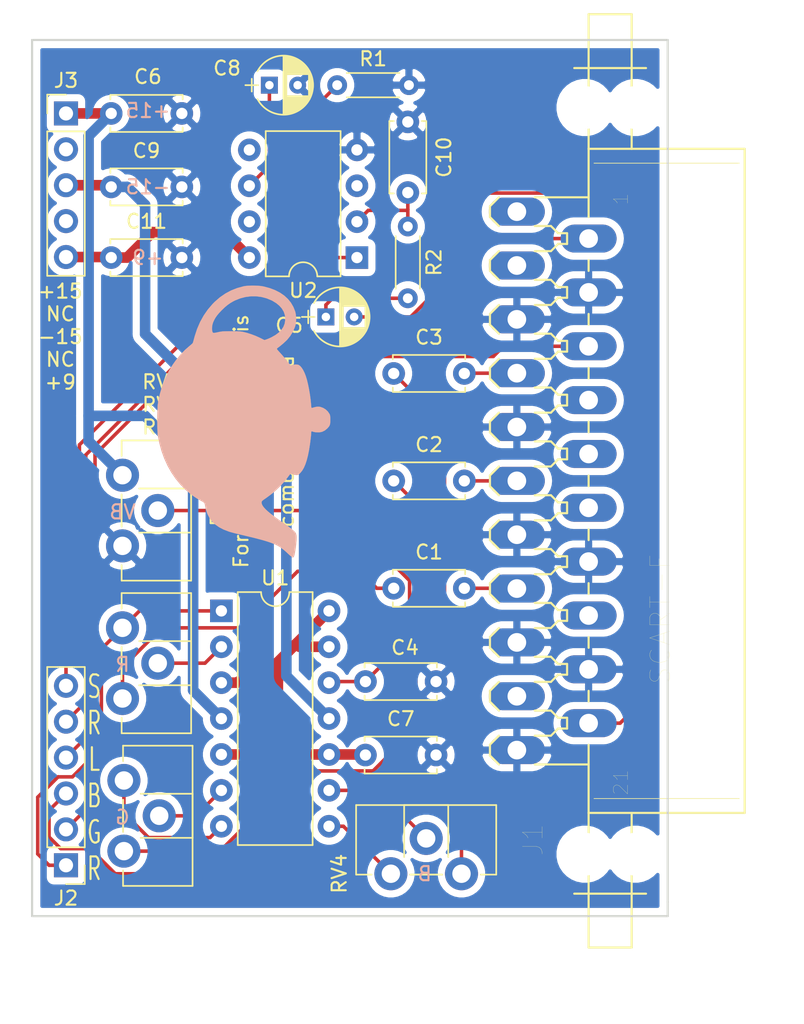
<source format=kicad_pcb>
(kicad_pcb (version 20171130) (host pcbnew 5.1.5)

  (general
    (thickness 1.6)
    (drawings 17)
    (tracks 146)
    (zones 0)
    (modules 23)
    (nets 38)
  )

  (page A4)
  (layers
    (0 F.Cu signal)
    (31 B.Cu signal)
    (32 B.Adhes user)
    (33 F.Adhes user)
    (34 B.Paste user)
    (35 F.Paste user)
    (36 B.SilkS user)
    (37 F.SilkS user)
    (38 B.Mask user)
    (39 F.Mask user)
    (40 Dwgs.User user)
    (41 Cmts.User user)
    (42 Eco1.User user)
    (43 Eco2.User user)
    (44 Edge.Cuts user)
    (45 Margin user)
    (46 B.CrtYd user)
    (47 F.CrtYd user)
    (48 B.Fab user)
    (49 F.Fab user)
  )

  (setup
    (last_trace_width 0.75)
    (user_trace_width 0.5)
    (user_trace_width 0.75)
    (trace_clearance 0.2)
    (zone_clearance 0.508)
    (zone_45_only no)
    (trace_min 0.2)
    (via_size 0.6)
    (via_drill 0.4)
    (via_min_size 0.4)
    (via_min_drill 0.3)
    (uvia_size 0.3)
    (uvia_drill 0.1)
    (uvias_allowed no)
    (uvia_min_size 0.2)
    (uvia_min_drill 0.1)
    (edge_width 0.15)
    (segment_width 0.2)
    (pcb_text_width 0.3)
    (pcb_text_size 1.5 1.5)
    (mod_edge_width 0.15)
    (mod_text_size 1 1)
    (mod_text_width 0.15)
    (pad_size 1.524 1.524)
    (pad_drill 0.762)
    (pad_to_mask_clearance 0.2)
    (aux_axis_origin 35 31)
    (grid_origin 35 31)
    (visible_elements FFFFFFFF)
    (pcbplotparams
      (layerselection 0x010f0_80000001)
      (usegerberextensions true)
      (usegerberattributes false)
      (usegerberadvancedattributes false)
      (creategerberjobfile false)
      (excludeedgelayer true)
      (linewidth 0.100000)
      (plotframeref false)
      (viasonmask false)
      (mode 1)
      (useauxorigin true)
      (hpglpennumber 1)
      (hpglpenspeed 20)
      (hpglpendiameter 15.000000)
      (psnegative false)
      (psa4output false)
      (plotreference true)
      (plotvalue true)
      (plotinvisibletext false)
      (padsonsilk false)
      (subtractmaskfromsilk false)
      (outputformat 1)
      (mirror false)
      (drillshape 0)
      (scaleselection 1)
      (outputdirectory "/home/daniel/kicad/gerber/4/rgb_trinitron/"))
  )

  (net 0 "")
  (net 1 "Net-(C5-Pad1)")
  (net 2 GND)
  (net 3 "Net-(C10-Pad2)")
  (net 4 "Net-(RV2-Pad2)")
  (net 5 "Net-(RV3-Pad2)")
  (net 6 /RIN)
  (net 7 "Net-(C1-Pad1)")
  (net 8 "Net-(C2-Pad1)")
  (net 9 /GIN)
  (net 10 /BIN)
  (net 11 "Net-(C3-Pad1)")
  (net 12 "Net-(C4-Pad2)")
  (net 13 /COMPOSITE)
  (net 14 +15V)
  (net 15 /VBIAS)
  (net 16 "Net-(C8-Pad1)")
  (net 17 -15V)
  (net 18 +9V)
  (net 19 "Net-(J1-Pad1)")
  (net 20 /R)
  (net 21 "Net-(J1-Pad3)")
  (net 22 /L)
  (net 23 "Net-(J1-Pad8)")
  (net 24 "Net-(J1-Pad10)")
  (net 25 "Net-(J1-Pad12)")
  (net 26 "Net-(J1-Pad16)")
  (net 27 "Net-(J1-Pad19)")
  (net 28 /CSYNC)
  (net 29 /BOUT)
  (net 30 /GOUT)
  (net 31 /ROUT)
  (net 32 "Net-(J3-Pad4)")
  (net 33 "Net-(J3-Pad2)")
  (net 34 "Net-(RV4-Pad2)")
  (net 35 "Net-(U2-Pad7)")
  (net 36 "Net-(U2-Pad3)")
  (net 37 "Net-(U2-Pad5)")

  (net_class Default "This is the default net class."
    (clearance 0.2)
    (trace_width 0.25)
    (via_dia 0.6)
    (via_drill 0.4)
    (uvia_dia 0.3)
    (uvia_drill 0.1)
    (add_net +15V)
    (add_net +9V)
    (add_net -15V)
    (add_net /BIN)
    (add_net /BOUT)
    (add_net /COMPOSITE)
    (add_net /CSYNC)
    (add_net /GIN)
    (add_net /GOUT)
    (add_net /L)
    (add_net /R)
    (add_net /RIN)
    (add_net /ROUT)
    (add_net /VBIAS)
    (add_net GND)
    (add_net "Net-(C1-Pad1)")
    (add_net "Net-(C10-Pad2)")
    (add_net "Net-(C2-Pad1)")
    (add_net "Net-(C3-Pad1)")
    (add_net "Net-(C4-Pad2)")
    (add_net "Net-(C5-Pad1)")
    (add_net "Net-(C8-Pad1)")
    (add_net "Net-(J1-Pad1)")
    (add_net "Net-(J1-Pad10)")
    (add_net "Net-(J1-Pad12)")
    (add_net "Net-(J1-Pad16)")
    (add_net "Net-(J1-Pad19)")
    (add_net "Net-(J1-Pad3)")
    (add_net "Net-(J1-Pad8)")
    (add_net "Net-(J3-Pad2)")
    (add_net "Net-(J3-Pad4)")
    (add_net "Net-(RV2-Pad2)")
    (add_net "Net-(RV3-Pad2)")
    (add_net "Net-(RV4-Pad2)")
    (add_net "Net-(U2-Pad3)")
    (add_net "Net-(U2-Pad5)")
    (add_net "Net-(U2-Pad7)")
  )

  (module pcb:teapot (layer B.Cu) (tedit 0) (tstamp 5E459886)
    (at 109 43 90)
    (fp_text reference G*** (at 0 0 90) (layer B.SilkS) hide
      (effects (font (size 1.524 1.524) (thickness 0.3)) (justify mirror))
    )
    (fp_text value LOGO (at 0.75 0 90) (layer B.SilkS) hide
      (effects (font (size 1.524 1.524) (thickness 0.3)) (justify mirror))
    )
    (fp_poly (pts (xy 0.260186 6.110397) (xy 0.361475 6.104834) (xy 0.435435 6.093497) (xy 0.494833 6.074698)
      (xy 0.532851 6.057079) (xy 0.703684 5.942187) (xy 0.848933 5.789665) (xy 0.960629 5.610773)
      (xy 1.030804 5.416768) (xy 1.046207 5.331688) (xy 1.051709 5.255067) (xy 1.047207 5.174749)
      (xy 1.030735 5.07858) (xy 1.000328 4.954405) (xy 0.964381 4.825811) (xy 0.959988 4.800137)
      (xy 0.970577 4.782792) (xy 1.005185 4.771013) (xy 1.072854 4.762036) (xy 1.182621 4.753098)
      (xy 1.208371 4.75122) (xy 1.537377 4.719438) (xy 1.895939 4.670856) (xy 2.264649 4.608739)
      (xy 2.624098 4.536354) (xy 2.951246 4.457925) (xy 3.204295 4.381358) (xy 3.434617 4.292032)
      (xy 3.635578 4.193423) (xy 3.800546 4.089002) (xy 3.922885 3.982246) (xy 3.96875 3.925054)
      (xy 4.007099 3.857648) (xy 4.026833 3.787327) (xy 4.032978 3.692788) (xy 4.032886 3.653189)
      (xy 4.026262 3.548647) (xy 4.011109 3.453921) (xy 3.99471 3.399896) (xy 3.969402 3.34076)
      (xy 3.957165 3.305186) (xy 3.957032 3.304195) (xy 3.976446 3.2831) (xy 4.03053 3.237345)
      (xy 4.111215 3.173475) (xy 4.210431 3.098035) (xy 4.220104 3.09082) (xy 4.325301 3.011804)
      (xy 4.417529 2.941294) (xy 4.487 2.886854) (xy 4.523927 2.856051) (xy 4.524375 2.855624)
      (xy 4.569342 2.815273) (xy 4.633923 2.760382) (xy 4.656667 2.741588) (xy 4.718902 2.688109)
      (xy 4.804074 2.61171) (xy 4.896952 2.526124) (xy 4.927956 2.497016) (xy 5.009661 2.423076)
      (xy 5.079543 2.365657) (xy 5.127262 2.332992) (xy 5.139623 2.328515) (xy 5.173917 2.348795)
      (xy 5.219793 2.399303) (xy 5.235167 2.420566) (xy 5.286366 2.492631) (xy 5.333317 2.553876)
      (xy 5.341001 2.563111) (xy 5.377599 2.606693) (xy 5.436771 2.677904) (xy 5.507504 2.76348)
      (xy 5.529255 2.789878) (xy 5.774978 3.050154) (xy 6.052691 3.275804) (xy 6.354437 3.46145)
      (xy 6.672258 3.601718) (xy 6.786562 3.639318) (xy 6.947498 3.672651) (xy 7.140195 3.689528)
      (xy 7.346185 3.690148) (xy 7.547003 3.674713) (xy 7.724181 3.643422) (xy 7.777817 3.628567)
      (xy 8.104883 3.499826) (xy 8.402709 3.327212) (xy 8.670911 3.111208) (xy 8.909106 2.852298)
      (xy 9.11691 2.550965) (xy 9.293939 2.207692) (xy 9.439809 1.822964) (xy 9.554136 1.397263)
      (xy 9.555939 1.389063) (xy 9.586408 1.205515) (xy 9.606927 0.98826) (xy 9.617371 0.752408)
      (xy 9.617616 0.513069) (xy 9.607536 0.285354) (xy 9.587007 0.084372) (xy 9.567637 -0.026458)
      (xy 9.443094 -0.482417) (xy 9.272045 -0.91357) (xy 9.054114 -1.320575) (xy 8.788926 -1.704087)
      (xy 8.476105 -2.064762) (xy 8.306858 -2.23191) (xy 7.915641 -2.564893) (xy 7.493501 -2.856531)
      (xy 7.039175 -3.107497) (xy 6.551403 -3.318462) (xy 6.02892 -3.490101) (xy 5.862193 -3.534795)
      (xy 5.746742 -3.565395) (xy 5.647369 -3.593921) (xy 5.577437 -3.616421) (xy 5.554213 -3.625881)
      (xy 5.517711 -3.657062) (xy 5.459979 -3.718955) (xy 5.391602 -3.799991) (xy 5.368798 -3.828589)
      (xy 5.071788 -4.170337) (xy 4.727102 -4.501584) (xy 4.339626 -4.817926) (xy 4.01415 -5.049274)
      (xy 3.544704 -5.333065) (xy 3.041826 -5.579657) (xy 2.511976 -5.786626) (xy 1.96161 -5.951542)
      (xy 1.397188 -6.07198) (xy 1.217083 -6.100381) (xy 1.121854 -6.109862) (xy 0.983403 -6.117857)
      (xy 0.810203 -6.124338) (xy 0.610726 -6.129279) (xy 0.393444 -6.132655) (xy 0.166831 -6.13444)
      (xy -0.060643 -6.134607) (xy -0.280505 -6.13313) (xy -0.484283 -6.129984) (xy -0.663504 -6.125143)
      (xy -0.809697 -6.11858) (xy -0.914388 -6.110269) (xy -0.939271 -6.107002) (xy -1.526586 -5.993186)
      (xy -2.090971 -5.837583) (xy -2.629934 -5.64168) (xy -3.140986 -5.406967) (xy -3.621637 -5.134933)
      (xy -4.069397 -4.827065) (xy -4.481777 -4.484852) (xy -4.856286 -4.109784) (xy -5.190435 -3.703347)
      (xy -5.356729 -3.466041) (xy -5.433321 -3.3471) (xy -5.50739 -3.227016) (xy -5.568747 -3.122551)
      (xy -5.597919 -3.069166) (xy -5.662435 -2.948109) (xy -5.712843 -2.86642) (xy -5.757242 -2.815436)
      (xy -5.80373 -2.786494) (xy -5.860404 -2.77093) (xy -5.879681 -2.767716) (xy -6.230333 -2.693759)
      (xy -6.544892 -2.584276) (xy -6.825284 -2.437524) (xy -7.073431 -2.251762) (xy -7.291257 -2.02525)
      (xy -7.480686 -1.756244) (xy -7.64364 -1.443004) (xy -7.782045 -1.083788) (xy -7.799644 -1.029502)
      (xy -7.832534 -0.918548) (xy -7.873036 -0.770696) (xy -7.91728 -0.600705) (xy -7.961397 -0.423332)
      (xy -7.989763 -0.30427) (xy -8.092869 0.134266) (xy -8.186847 0.524958) (xy -8.273276 0.871782)
      (xy -8.353737 1.178715) (xy -8.429808 1.449735) (xy -8.503072 1.688818) (xy -8.575106 1.899942)
      (xy -8.647491 2.087084) (xy -8.721808 2.25422) (xy -8.799636 2.405329) (xy -8.882555 2.544386)
      (xy -8.972145 2.675369) (xy -9.069986 2.802255) (xy -9.177659 2.929021) (xy -9.296742 3.059645)
      (xy -9.347521 3.113441) (xy -9.464542 3.239975) (xy -9.551896 3.341948) (xy -9.606647 3.415699)
      (xy -9.625856 3.457566) (xy -9.625655 3.460162) (xy -9.597257 3.502687) (xy -9.541138 3.541666)
      (xy -9.540914 3.541773) (xy -9.465126 3.5675) (xy -9.346693 3.594881) (xy -9.195805 3.622647)
      (xy -9.022653 3.649528) (xy -8.837428 3.674255) (xy -8.650321 3.695559) (xy -8.471522 3.712169)
      (xy -8.311222 3.722817) (xy -8.179612 3.726233) (xy -8.093801 3.722038) (xy -7.995012 3.701447)
      (xy -7.902786 3.668126) (xy -7.874109 3.652953) (xy -7.806086 3.596795) (xy -7.713439 3.498214)
      (xy -7.598603 3.36026) (xy -7.464014 3.185984) (xy -7.31211 2.978436) (xy -7.145325 2.740667)
      (xy -7.143791 2.738438) (xy -6.915142 2.411657) (xy -6.709518 2.129658) (xy -6.525068 1.890519)
      (xy -6.359942 1.692317) (xy -6.212289 1.533129) (xy -6.08026 1.411031) (xy -5.962005 1.324101)
      (xy -5.855673 1.270415) (xy -5.759414 1.248051) (xy -5.710253 1.248389) (xy -5.67218 1.255843)
      (xy -5.636628 1.274921) (xy -5.596858 1.312771) (xy -5.546131 1.376543) (xy -5.493872 1.45051)
      (xy 5.762103 1.45051) (xy 5.922405 1.128745) (xy 6.049308 0.849047) (xy 6.166535 0.543198)
      (xy 6.266148 0.233703) (xy 6.339416 -0.053252) (xy 6.355789 -0.139058) (xy 6.368137 -0.230172)
      (xy 6.376951 -0.335447) (xy 6.382723 -0.463733) (xy 6.385944 -0.62388) (xy 6.387104 -0.82474)
      (xy 6.387107 -0.912812) (xy 6.386369 -1.122101) (xy 6.384253 -1.287727) (xy 6.380147 -1.418942)
      (xy 6.373437 -1.524992) (xy 6.363513 -1.615129) (xy 6.349763 -1.6986) (xy 6.331572 -1.784656)
      (xy 6.328523 -1.797927) (xy 6.294188 -1.957667) (xy 6.276023 -2.073327) (xy 6.273625 -2.151079)
      (xy 6.286588 -2.197097) (xy 6.301388 -2.211931) (xy 6.39917 -2.248278) (xy 6.531281 -2.263869)
      (xy 6.68363 -2.259296) (xy 6.842125 -2.235148) (xy 6.992676 -2.192018) (xy 7.018917 -2.181848)
      (xy 7.192174 -2.103637) (xy 7.351774 -2.013173) (xy 7.50852 -1.9028) (xy 7.673211 -1.764862)
      (xy 7.856647 -1.591703) (xy 7.870054 -1.578474) (xy 8.072686 -1.367925) (xy 8.238965 -1.170637)
      (xy 8.37846 -0.973569) (xy 8.500736 -0.763682) (xy 8.571917 -0.62177) (xy 8.716014 -0.261057)
      (xy 8.81194 0.111394) (xy 8.859765 0.489998) (xy 8.859564 0.869172) (xy 8.811408 1.243333)
      (xy 8.71537 1.606897) (xy 8.571523 1.95428) (xy 8.537561 2.020312) (xy 8.374272 2.286102)
      (xy 8.191395 2.507861) (xy 7.991141 2.683817) (xy 7.775722 2.812196) (xy 7.547351 2.891226)
      (xy 7.424947 2.912147) (xy 7.16327 2.919203) (xy 6.920377 2.878545) (xy 6.695402 2.7896)
      (xy 6.487477 2.651795) (xy 6.295735 2.464559) (xy 6.11931 2.227318) (xy 5.959907 1.944688)
      (xy 5.90468 1.827813) (xy 5.852989 1.708579) (xy 5.814326 1.609101) (xy 5.808413 1.591766)
      (xy 5.762103 1.45051) (xy -5.493872 1.45051) (xy -5.477709 1.473386) (xy -5.424601 1.551462)
      (xy -5.150709 1.926038) (xy -4.848534 2.283366) (xy -4.52697 2.614178) (xy -4.194911 2.909206)
      (xy -3.922415 3.11695) (xy -3.808787 3.19963) (xy -3.735865 3.259786) (xy -3.698858 3.301917)
      (xy -3.692976 3.330525) (xy -3.693549 3.332005) (xy -3.745876 3.468905) (xy -3.773667 3.585002)
      (xy -3.782381 3.702869) (xy -3.781299 3.775696) (xy -3.771503 3.828355) (xy -3.745287 3.875629)
      (xy -3.694947 3.932301) (xy -3.62874 3.997632) (xy -3.47042 4.125657) (xy -3.269477 4.24262)
      (xy -3.024486 4.348947) (xy -2.734018 4.445065) (xy -2.39665 4.5314) (xy -2.010954 4.60838)
      (xy -1.575504 4.67643) (xy -1.204016 4.723172) (xy -1.066565 4.738149) (xy -0.940782 4.7505)
      (xy -0.839915 4.759014) (xy -0.777209 4.762478) (xy -0.774069 4.7625) (xy -0.708908 4.771673)
      (xy -0.689993 4.803846) (xy -0.712591 4.865) (xy -0.728493 4.91378) (xy -0.746294 4.996975)
      (xy -0.761845 5.094561) (xy -0.769956 5.321868) (xy -0.729727 5.528296) (xy -0.640217 5.716407)
      (xy -0.500485 5.888759) (xy -0.453611 5.933298) (xy -0.368847 6.005713) (xy -0.294076 6.05552)
      (xy -0.215979 6.086875) (xy -0.12124 6.103932) (xy 0.003459 6.110846) (xy 0.118802 6.111875)
      (xy 0.260186 6.110397)) (layer B.SilkS) (width 0.01))
  )

  (module Capacitors_THT:C_Disc_D5.0mm_W2.5mm_P5.00mm (layer F.Cu) (tedit 597BC7C2) (tstamp 5E4578D2)
    (at 119.6 54.8)
    (descr "C, Disc series, Radial, pin pitch=5.00mm, , diameter*width=5*2.5mm^2, Capacitor, http://cdn-reichelt.de/documents/datenblatt/B300/DS_KERKO_TC.pdf")
    (tags "C Disc series Radial pin pitch 5.00mm  diameter 5mm width 2.5mm Capacitor")
    (path /5E49449F)
    (fp_text reference C1 (at 2.5 -2.56) (layer F.SilkS)
      (effects (font (size 1 1) (thickness 0.15)))
    )
    (fp_text value 1-10uF (at 2.5 2.56) (layer F.Fab)
      (effects (font (size 1 1) (thickness 0.15)))
    )
    (fp_text user %R (at 2.5 0) (layer F.Fab)
      (effects (font (size 1 1) (thickness 0.15)))
    )
    (fp_line (start 6.05 -1.6) (end -1.05 -1.6) (layer F.CrtYd) (width 0.05))
    (fp_line (start 6.05 1.6) (end 6.05 -1.6) (layer F.CrtYd) (width 0.05))
    (fp_line (start -1.05 1.6) (end 6.05 1.6) (layer F.CrtYd) (width 0.05))
    (fp_line (start -1.05 -1.6) (end -1.05 1.6) (layer F.CrtYd) (width 0.05))
    (fp_line (start 5.06 0.996) (end 5.06 1.31) (layer F.SilkS) (width 0.12))
    (fp_line (start 5.06 -1.31) (end 5.06 -0.996) (layer F.SilkS) (width 0.12))
    (fp_line (start -0.06 0.996) (end -0.06 1.31) (layer F.SilkS) (width 0.12))
    (fp_line (start -0.06 -1.31) (end -0.06 -0.996) (layer F.SilkS) (width 0.12))
    (fp_line (start -0.06 1.31) (end 5.06 1.31) (layer F.SilkS) (width 0.12))
    (fp_line (start -0.06 -1.31) (end 5.06 -1.31) (layer F.SilkS) (width 0.12))
    (fp_line (start 5 -1.25) (end 0 -1.25) (layer F.Fab) (width 0.1))
    (fp_line (start 5 1.25) (end 5 -1.25) (layer F.Fab) (width 0.1))
    (fp_line (start 0 1.25) (end 5 1.25) (layer F.Fab) (width 0.1))
    (fp_line (start 0 -1.25) (end 0 1.25) (layer F.Fab) (width 0.1))
    (pad 2 thru_hole circle (at 5 0) (size 1.6 1.6) (drill 0.8) (layers *.Cu *.Mask)
      (net 6 /RIN))
    (pad 1 thru_hole circle (at 0 0) (size 1.6 1.6) (drill 0.8) (layers *.Cu *.Mask)
      (net 7 "Net-(C1-Pad1)"))
    (model ${KISYS3DMOD}/Capacitors_THT.3dshapes/C_Disc_D5.0mm_W2.5mm_P5.00mm.wrl
      (at (xyz 0 0 0))
      (scale (xyz 1 1 1))
      (rotate (xyz 0 0 0))
    )
  )

  (module Capacitors_THT:C_Disc_D5.0mm_W2.5mm_P5.00mm (layer F.Cu) (tedit 597BC7C2) (tstamp 5E455D1F)
    (at 119.6 47.2)
    (descr "C, Disc series, Radial, pin pitch=5.00mm, , diameter*width=5*2.5mm^2, Capacitor, http://cdn-reichelt.de/documents/datenblatt/B300/DS_KERKO_TC.pdf")
    (tags "C Disc series Radial pin pitch 5.00mm  diameter 5mm width 2.5mm Capacitor")
    (path /5E4A1451)
    (fp_text reference C2 (at 2.5 -2.56) (layer F.SilkS)
      (effects (font (size 1 1) (thickness 0.15)))
    )
    (fp_text value 1-10uF (at 2.5 2.56) (layer F.Fab)
      (effects (font (size 1 1) (thickness 0.15)))
    )
    (fp_line (start 0 -1.25) (end 0 1.25) (layer F.Fab) (width 0.1))
    (fp_line (start 0 1.25) (end 5 1.25) (layer F.Fab) (width 0.1))
    (fp_line (start 5 1.25) (end 5 -1.25) (layer F.Fab) (width 0.1))
    (fp_line (start 5 -1.25) (end 0 -1.25) (layer F.Fab) (width 0.1))
    (fp_line (start -0.06 -1.31) (end 5.06 -1.31) (layer F.SilkS) (width 0.12))
    (fp_line (start -0.06 1.31) (end 5.06 1.31) (layer F.SilkS) (width 0.12))
    (fp_line (start -0.06 -1.31) (end -0.06 -0.996) (layer F.SilkS) (width 0.12))
    (fp_line (start -0.06 0.996) (end -0.06 1.31) (layer F.SilkS) (width 0.12))
    (fp_line (start 5.06 -1.31) (end 5.06 -0.996) (layer F.SilkS) (width 0.12))
    (fp_line (start 5.06 0.996) (end 5.06 1.31) (layer F.SilkS) (width 0.12))
    (fp_line (start -1.05 -1.6) (end -1.05 1.6) (layer F.CrtYd) (width 0.05))
    (fp_line (start -1.05 1.6) (end 6.05 1.6) (layer F.CrtYd) (width 0.05))
    (fp_line (start 6.05 1.6) (end 6.05 -1.6) (layer F.CrtYd) (width 0.05))
    (fp_line (start 6.05 -1.6) (end -1.05 -1.6) (layer F.CrtYd) (width 0.05))
    (fp_text user %R (at 2.5 0) (layer F.Fab)
      (effects (font (size 1 1) (thickness 0.15)))
    )
    (pad 1 thru_hole circle (at 0 0) (size 1.6 1.6) (drill 0.8) (layers *.Cu *.Mask)
      (net 8 "Net-(C2-Pad1)"))
    (pad 2 thru_hole circle (at 5 0) (size 1.6 1.6) (drill 0.8) (layers *.Cu *.Mask)
      (net 9 /GIN))
    (model ${KISYS3DMOD}/Capacitors_THT.3dshapes/C_Disc_D5.0mm_W2.5mm_P5.00mm.wrl
      (at (xyz 0 0 0))
      (scale (xyz 1 1 1))
      (rotate (xyz 0 0 0))
    )
  )

  (module Capacitors_THT:C_Disc_D5.0mm_W2.5mm_P5.00mm (layer F.Cu) (tedit 597BC7C2) (tstamp 5E455D34)
    (at 119.6 39.6)
    (descr "C, Disc series, Radial, pin pitch=5.00mm, , diameter*width=5*2.5mm^2, Capacitor, http://cdn-reichelt.de/documents/datenblatt/B300/DS_KERKO_TC.pdf")
    (tags "C Disc series Radial pin pitch 5.00mm  diameter 5mm width 2.5mm Capacitor")
    (path /5E4A19DB)
    (fp_text reference C3 (at 2.5 -2.56) (layer F.SilkS)
      (effects (font (size 1 1) (thickness 0.15)))
    )
    (fp_text value 1-10uF (at 2.5 2.56) (layer F.Fab)
      (effects (font (size 1 1) (thickness 0.15)))
    )
    (fp_text user %R (at 2.5 0) (layer F.Fab)
      (effects (font (size 1 1) (thickness 0.15)))
    )
    (fp_line (start 6.05 -1.6) (end -1.05 -1.6) (layer F.CrtYd) (width 0.05))
    (fp_line (start 6.05 1.6) (end 6.05 -1.6) (layer F.CrtYd) (width 0.05))
    (fp_line (start -1.05 1.6) (end 6.05 1.6) (layer F.CrtYd) (width 0.05))
    (fp_line (start -1.05 -1.6) (end -1.05 1.6) (layer F.CrtYd) (width 0.05))
    (fp_line (start 5.06 0.996) (end 5.06 1.31) (layer F.SilkS) (width 0.12))
    (fp_line (start 5.06 -1.31) (end 5.06 -0.996) (layer F.SilkS) (width 0.12))
    (fp_line (start -0.06 0.996) (end -0.06 1.31) (layer F.SilkS) (width 0.12))
    (fp_line (start -0.06 -1.31) (end -0.06 -0.996) (layer F.SilkS) (width 0.12))
    (fp_line (start -0.06 1.31) (end 5.06 1.31) (layer F.SilkS) (width 0.12))
    (fp_line (start -0.06 -1.31) (end 5.06 -1.31) (layer F.SilkS) (width 0.12))
    (fp_line (start 5 -1.25) (end 0 -1.25) (layer F.Fab) (width 0.1))
    (fp_line (start 5 1.25) (end 5 -1.25) (layer F.Fab) (width 0.1))
    (fp_line (start 0 1.25) (end 5 1.25) (layer F.Fab) (width 0.1))
    (fp_line (start 0 -1.25) (end 0 1.25) (layer F.Fab) (width 0.1))
    (pad 2 thru_hole circle (at 5 0) (size 1.6 1.6) (drill 0.8) (layers *.Cu *.Mask)
      (net 10 /BIN))
    (pad 1 thru_hole circle (at 0 0) (size 1.6 1.6) (drill 0.8) (layers *.Cu *.Mask)
      (net 11 "Net-(C3-Pad1)"))
    (model ${KISYS3DMOD}/Capacitors_THT.3dshapes/C_Disc_D5.0mm_W2.5mm_P5.00mm.wrl
      (at (xyz 0 0 0))
      (scale (xyz 1 1 1))
      (rotate (xyz 0 0 0))
    )
  )

  (module Capacitors_THT:C_Disc_D5.0mm_W2.5mm_P5.00mm (layer F.Cu) (tedit 597BC7C2) (tstamp 5E455D49)
    (at 122.6 61.4 180)
    (descr "C, Disc series, Radial, pin pitch=5.00mm, , diameter*width=5*2.5mm^2, Capacitor, http://cdn-reichelt.de/documents/datenblatt/B300/DS_KERKO_TC.pdf")
    (tags "C Disc series Radial pin pitch 5.00mm  diameter 5mm width 2.5mm Capacitor")
    (path /5E4BC587)
    (fp_text reference C4 (at 2.2 2.4) (layer F.SilkS)
      (effects (font (size 1 1) (thickness 0.15)))
    )
    (fp_text value 2.2nF (at 2.5 2.56) (layer F.Fab)
      (effects (font (size 1 1) (thickness 0.15)))
    )
    (fp_text user %R (at 2.5 0) (layer F.Fab)
      (effects (font (size 1 1) (thickness 0.15)))
    )
    (fp_line (start 6.05 -1.6) (end -1.05 -1.6) (layer F.CrtYd) (width 0.05))
    (fp_line (start 6.05 1.6) (end 6.05 -1.6) (layer F.CrtYd) (width 0.05))
    (fp_line (start -1.05 1.6) (end 6.05 1.6) (layer F.CrtYd) (width 0.05))
    (fp_line (start -1.05 -1.6) (end -1.05 1.6) (layer F.CrtYd) (width 0.05))
    (fp_line (start 5.06 0.996) (end 5.06 1.31) (layer F.SilkS) (width 0.12))
    (fp_line (start 5.06 -1.31) (end 5.06 -0.996) (layer F.SilkS) (width 0.12))
    (fp_line (start -0.06 0.996) (end -0.06 1.31) (layer F.SilkS) (width 0.12))
    (fp_line (start -0.06 -1.31) (end -0.06 -0.996) (layer F.SilkS) (width 0.12))
    (fp_line (start -0.06 1.31) (end 5.06 1.31) (layer F.SilkS) (width 0.12))
    (fp_line (start -0.06 -1.31) (end 5.06 -1.31) (layer F.SilkS) (width 0.12))
    (fp_line (start 5 -1.25) (end 0 -1.25) (layer F.Fab) (width 0.1))
    (fp_line (start 5 1.25) (end 5 -1.25) (layer F.Fab) (width 0.1))
    (fp_line (start 0 1.25) (end 5 1.25) (layer F.Fab) (width 0.1))
    (fp_line (start 0 -1.25) (end 0 1.25) (layer F.Fab) (width 0.1))
    (pad 2 thru_hole circle (at 5 0 180) (size 1.6 1.6) (drill 0.8) (layers *.Cu *.Mask)
      (net 12 "Net-(C4-Pad2)"))
    (pad 1 thru_hole circle (at 0 0 180) (size 1.6 1.6) (drill 0.8) (layers *.Cu *.Mask)
      (net 2 GND))
    (model ${KISYS3DMOD}/Capacitors_THT.3dshapes/C_Disc_D5.0mm_W2.5mm_P5.00mm.wrl
      (at (xyz 0 0 0))
      (scale (xyz 1 1 1))
      (rotate (xyz 0 0 0))
    )
  )

  (module Capacitors_THT:CP_Radial_D4.0mm_P2.00mm (layer F.Cu) (tedit 597BC7C2) (tstamp 5E455DB8)
    (at 114.8 35.6)
    (descr "CP, Radial series, Radial, pin pitch=2.00mm, , diameter=4mm, Electrolytic Capacitor")
    (tags "CP Radial series Radial pin pitch 2.00mm  diameter 4mm Electrolytic Capacitor")
    (path /5E542692)
    (fp_text reference C5 (at -2.6 0.6) (layer F.SilkS)
      (effects (font (size 1 1) (thickness 0.15)))
    )
    (fp_text value 0.1uF (at 1 3.31) (layer F.Fab)
      (effects (font (size 1 1) (thickness 0.15)))
    )
    (fp_text user %R (at 1 0) (layer F.Fab)
      (effects (font (size 1 1) (thickness 0.15)))
    )
    (fp_line (start 3.35 -2.35) (end -1.35 -2.35) (layer F.CrtYd) (width 0.05))
    (fp_line (start 3.35 2.35) (end 3.35 -2.35) (layer F.CrtYd) (width 0.05))
    (fp_line (start -1.35 2.35) (end 3.35 2.35) (layer F.CrtYd) (width 0.05))
    (fp_line (start -1.35 -2.35) (end -1.35 2.35) (layer F.CrtYd) (width 0.05))
    (fp_line (start -1.25 -0.45) (end -1.25 0.45) (layer F.SilkS) (width 0.12))
    (fp_line (start -1.7 0) (end -0.8 0) (layer F.SilkS) (width 0.12))
    (fp_line (start 3.081 -0.165) (end 3.081 0.165) (layer F.SilkS) (width 0.12))
    (fp_line (start 3.041 -0.415) (end 3.041 0.415) (layer F.SilkS) (width 0.12))
    (fp_line (start 3.001 -0.567) (end 3.001 0.567) (layer F.SilkS) (width 0.12))
    (fp_line (start 2.961 -0.686) (end 2.961 0.686) (layer F.SilkS) (width 0.12))
    (fp_line (start 2.921 -0.786) (end 2.921 0.786) (layer F.SilkS) (width 0.12))
    (fp_line (start 2.881 -0.874) (end 2.881 0.874) (layer F.SilkS) (width 0.12))
    (fp_line (start 2.841 -0.952) (end 2.841 0.952) (layer F.SilkS) (width 0.12))
    (fp_line (start 2.801 -1.023) (end 2.801 1.023) (layer F.SilkS) (width 0.12))
    (fp_line (start 2.761 0.78) (end 2.761 1.088) (layer F.SilkS) (width 0.12))
    (fp_line (start 2.761 -1.088) (end 2.761 -0.78) (layer F.SilkS) (width 0.12))
    (fp_line (start 2.721 0.78) (end 2.721 1.148) (layer F.SilkS) (width 0.12))
    (fp_line (start 2.721 -1.148) (end 2.721 -0.78) (layer F.SilkS) (width 0.12))
    (fp_line (start 2.681 0.78) (end 2.681 1.204) (layer F.SilkS) (width 0.12))
    (fp_line (start 2.681 -1.204) (end 2.681 -0.78) (layer F.SilkS) (width 0.12))
    (fp_line (start 2.641 0.78) (end 2.641 1.256) (layer F.SilkS) (width 0.12))
    (fp_line (start 2.641 -1.256) (end 2.641 -0.78) (layer F.SilkS) (width 0.12))
    (fp_line (start 2.601 0.78) (end 2.601 1.305) (layer F.SilkS) (width 0.12))
    (fp_line (start 2.601 -1.305) (end 2.601 -0.78) (layer F.SilkS) (width 0.12))
    (fp_line (start 2.561 0.78) (end 2.561 1.351) (layer F.SilkS) (width 0.12))
    (fp_line (start 2.561 -1.351) (end 2.561 -0.78) (layer F.SilkS) (width 0.12))
    (fp_line (start 2.521 0.78) (end 2.521 1.395) (layer F.SilkS) (width 0.12))
    (fp_line (start 2.521 -1.395) (end 2.521 -0.78) (layer F.SilkS) (width 0.12))
    (fp_line (start 2.481 0.78) (end 2.481 1.436) (layer F.SilkS) (width 0.12))
    (fp_line (start 2.481 -1.436) (end 2.481 -0.78) (layer F.SilkS) (width 0.12))
    (fp_line (start 2.441 0.78) (end 2.441 1.475) (layer F.SilkS) (width 0.12))
    (fp_line (start 2.441 -1.475) (end 2.441 -0.78) (layer F.SilkS) (width 0.12))
    (fp_line (start 2.401 0.78) (end 2.401 1.512) (layer F.SilkS) (width 0.12))
    (fp_line (start 2.401 -1.512) (end 2.401 -0.78) (layer F.SilkS) (width 0.12))
    (fp_line (start 2.361 0.78) (end 2.361 1.547) (layer F.SilkS) (width 0.12))
    (fp_line (start 2.361 -1.547) (end 2.361 -0.78) (layer F.SilkS) (width 0.12))
    (fp_line (start 2.321 0.78) (end 2.321 1.581) (layer F.SilkS) (width 0.12))
    (fp_line (start 2.321 -1.581) (end 2.321 -0.78) (layer F.SilkS) (width 0.12))
    (fp_line (start 2.281 0.78) (end 2.281 1.613) (layer F.SilkS) (width 0.12))
    (fp_line (start 2.281 -1.613) (end 2.281 -0.78) (layer F.SilkS) (width 0.12))
    (fp_line (start 2.241 0.78) (end 2.241 1.643) (layer F.SilkS) (width 0.12))
    (fp_line (start 2.241 -1.643) (end 2.241 -0.78) (layer F.SilkS) (width 0.12))
    (fp_line (start 2.201 0.78) (end 2.201 1.672) (layer F.SilkS) (width 0.12))
    (fp_line (start 2.201 -1.672) (end 2.201 -0.78) (layer F.SilkS) (width 0.12))
    (fp_line (start 2.161 0.78) (end 2.161 1.699) (layer F.SilkS) (width 0.12))
    (fp_line (start 2.161 -1.699) (end 2.161 -0.78) (layer F.SilkS) (width 0.12))
    (fp_line (start 2.121 0.78) (end 2.121 1.725) (layer F.SilkS) (width 0.12))
    (fp_line (start 2.121 -1.725) (end 2.121 -0.78) (layer F.SilkS) (width 0.12))
    (fp_line (start 2.081 0.78) (end 2.081 1.75) (layer F.SilkS) (width 0.12))
    (fp_line (start 2.081 -1.75) (end 2.081 -0.78) (layer F.SilkS) (width 0.12))
    (fp_line (start 2.041 0.78) (end 2.041 1.773) (layer F.SilkS) (width 0.12))
    (fp_line (start 2.041 -1.773) (end 2.041 -0.78) (layer F.SilkS) (width 0.12))
    (fp_line (start 2.001 0.78) (end 2.001 1.796) (layer F.SilkS) (width 0.12))
    (fp_line (start 2.001 -1.796) (end 2.001 -0.78) (layer F.SilkS) (width 0.12))
    (fp_line (start 1.961 0.78) (end 1.961 1.817) (layer F.SilkS) (width 0.12))
    (fp_line (start 1.961 -1.817) (end 1.961 -0.78) (layer F.SilkS) (width 0.12))
    (fp_line (start 1.921 0.78) (end 1.921 1.837) (layer F.SilkS) (width 0.12))
    (fp_line (start 1.921 -1.837) (end 1.921 -0.78) (layer F.SilkS) (width 0.12))
    (fp_line (start 1.881 0.78) (end 1.881 1.856) (layer F.SilkS) (width 0.12))
    (fp_line (start 1.881 -1.856) (end 1.881 -0.78) (layer F.SilkS) (width 0.12))
    (fp_line (start 1.841 0.78) (end 1.841 1.874) (layer F.SilkS) (width 0.12))
    (fp_line (start 1.841 -1.874) (end 1.841 -0.78) (layer F.SilkS) (width 0.12))
    (fp_line (start 1.801 0.78) (end 1.801 1.891) (layer F.SilkS) (width 0.12))
    (fp_line (start 1.801 -1.891) (end 1.801 -0.78) (layer F.SilkS) (width 0.12))
    (fp_line (start 1.761 0.78) (end 1.761 1.907) (layer F.SilkS) (width 0.12))
    (fp_line (start 1.761 -1.907) (end 1.761 -0.78) (layer F.SilkS) (width 0.12))
    (fp_line (start 1.721 0.78) (end 1.721 1.923) (layer F.SilkS) (width 0.12))
    (fp_line (start 1.721 -1.923) (end 1.721 -0.78) (layer F.SilkS) (width 0.12))
    (fp_line (start 1.68 0.78) (end 1.68 1.937) (layer F.SilkS) (width 0.12))
    (fp_line (start 1.68 -1.937) (end 1.68 -0.78) (layer F.SilkS) (width 0.12))
    (fp_line (start 1.64 0.78) (end 1.64 1.95) (layer F.SilkS) (width 0.12))
    (fp_line (start 1.64 -1.95) (end 1.64 -0.78) (layer F.SilkS) (width 0.12))
    (fp_line (start 1.6 0.78) (end 1.6 1.963) (layer F.SilkS) (width 0.12))
    (fp_line (start 1.6 -1.963) (end 1.6 -0.78) (layer F.SilkS) (width 0.12))
    (fp_line (start 1.56 0.78) (end 1.56 1.974) (layer F.SilkS) (width 0.12))
    (fp_line (start 1.56 -1.974) (end 1.56 -0.78) (layer F.SilkS) (width 0.12))
    (fp_line (start 1.52 0.78) (end 1.52 1.985) (layer F.SilkS) (width 0.12))
    (fp_line (start 1.52 -1.985) (end 1.52 -0.78) (layer F.SilkS) (width 0.12))
    (fp_line (start 1.48 0.78) (end 1.48 1.995) (layer F.SilkS) (width 0.12))
    (fp_line (start 1.48 -1.995) (end 1.48 -0.78) (layer F.SilkS) (width 0.12))
    (fp_line (start 1.44 0.78) (end 1.44 2.004) (layer F.SilkS) (width 0.12))
    (fp_line (start 1.44 -2.004) (end 1.44 -0.78) (layer F.SilkS) (width 0.12))
    (fp_line (start 1.4 0.78) (end 1.4 2.012) (layer F.SilkS) (width 0.12))
    (fp_line (start 1.4 -2.012) (end 1.4 -0.78) (layer F.SilkS) (width 0.12))
    (fp_line (start 1.36 0.78) (end 1.36 2.019) (layer F.SilkS) (width 0.12))
    (fp_line (start 1.36 -2.019) (end 1.36 -0.78) (layer F.SilkS) (width 0.12))
    (fp_line (start 1.32 0.78) (end 1.32 2.026) (layer F.SilkS) (width 0.12))
    (fp_line (start 1.32 -2.026) (end 1.32 -0.78) (layer F.SilkS) (width 0.12))
    (fp_line (start 1.28 0.78) (end 1.28 2.032) (layer F.SilkS) (width 0.12))
    (fp_line (start 1.28 -2.032) (end 1.28 -0.78) (layer F.SilkS) (width 0.12))
    (fp_line (start 1.24 0.78) (end 1.24 2.037) (layer F.SilkS) (width 0.12))
    (fp_line (start 1.24 -2.037) (end 1.24 -0.78) (layer F.SilkS) (width 0.12))
    (fp_line (start 1.2 -2.041) (end 1.2 2.041) (layer F.SilkS) (width 0.12))
    (fp_line (start 1.16 -2.044) (end 1.16 2.044) (layer F.SilkS) (width 0.12))
    (fp_line (start 1.12 -2.047) (end 1.12 2.047) (layer F.SilkS) (width 0.12))
    (fp_line (start 1.08 -2.049) (end 1.08 2.049) (layer F.SilkS) (width 0.12))
    (fp_line (start 1.04 -2.05) (end 1.04 2.05) (layer F.SilkS) (width 0.12))
    (fp_line (start 1 -2.05) (end 1 2.05) (layer F.SilkS) (width 0.12))
    (fp_line (start -1.25 -0.45) (end -1.25 0.45) (layer F.Fab) (width 0.1))
    (fp_line (start -1.7 0) (end -0.8 0) (layer F.Fab) (width 0.1))
    (fp_circle (center 1 0) (end 3 0) (layer F.Fab) (width 0.1))
    (fp_arc (start 1 0) (end 2.845996 -0.98) (angle 55.9) (layer F.SilkS) (width 0.12))
    (fp_arc (start 1 0) (end -0.845996 0.98) (angle -124.1) (layer F.SilkS) (width 0.12))
    (fp_arc (start 1 0) (end -0.845996 -0.98) (angle 124.1) (layer F.SilkS) (width 0.12))
    (pad 2 thru_hole circle (at 2 0) (size 1.2 1.2) (drill 0.6) (layers *.Cu *.Mask)
      (net 13 /COMPOSITE))
    (pad 1 thru_hole rect (at 0 0) (size 1.2 1.2) (drill 0.6) (layers *.Cu *.Mask)
      (net 1 "Net-(C5-Pad1)"))
    (model ${KISYS3DMOD}/Capacitors_THT.3dshapes/CP_Radial_D4.0mm_P2.00mm.wrl
      (at (xyz 0 0 0))
      (scale (xyz 1 1 1))
      (rotate (xyz 0 0 0))
    )
  )

  (module Capacitors_THT:C_Disc_D5.0mm_W2.5mm_P5.00mm (layer F.Cu) (tedit 597BC7C2) (tstamp 5E4583D3)
    (at 104.6 21.2 180)
    (descr "C, Disc series, Radial, pin pitch=5.00mm, , diameter*width=5*2.5mm^2, Capacitor, http://cdn-reichelt.de/documents/datenblatt/B300/DS_KERKO_TC.pdf")
    (tags "C Disc series Radial pin pitch 5.00mm  diameter 5mm width 2.5mm Capacitor")
    (path /5E4C3ACE)
    (fp_text reference C6 (at 2.4 2.6) (layer F.SilkS)
      (effects (font (size 1 1) (thickness 0.15)))
    )
    (fp_text value 2.2nF (at 2.5 2.56) (layer F.Fab)
      (effects (font (size 1 1) (thickness 0.15)))
    )
    (fp_text user %R (at 2.5 0) (layer F.Fab)
      (effects (font (size 1 1) (thickness 0.15)))
    )
    (fp_line (start 6.05 -1.6) (end -1.05 -1.6) (layer F.CrtYd) (width 0.05))
    (fp_line (start 6.05 1.6) (end 6.05 -1.6) (layer F.CrtYd) (width 0.05))
    (fp_line (start -1.05 1.6) (end 6.05 1.6) (layer F.CrtYd) (width 0.05))
    (fp_line (start -1.05 -1.6) (end -1.05 1.6) (layer F.CrtYd) (width 0.05))
    (fp_line (start 5.06 0.996) (end 5.06 1.31) (layer F.SilkS) (width 0.12))
    (fp_line (start 5.06 -1.31) (end 5.06 -0.996) (layer F.SilkS) (width 0.12))
    (fp_line (start -0.06 0.996) (end -0.06 1.31) (layer F.SilkS) (width 0.12))
    (fp_line (start -0.06 -1.31) (end -0.06 -0.996) (layer F.SilkS) (width 0.12))
    (fp_line (start -0.06 1.31) (end 5.06 1.31) (layer F.SilkS) (width 0.12))
    (fp_line (start -0.06 -1.31) (end 5.06 -1.31) (layer F.SilkS) (width 0.12))
    (fp_line (start 5 -1.25) (end 0 -1.25) (layer F.Fab) (width 0.1))
    (fp_line (start 5 1.25) (end 5 -1.25) (layer F.Fab) (width 0.1))
    (fp_line (start 0 1.25) (end 5 1.25) (layer F.Fab) (width 0.1))
    (fp_line (start 0 -1.25) (end 0 1.25) (layer F.Fab) (width 0.1))
    (pad 2 thru_hole circle (at 5 0 180) (size 1.6 1.6) (drill 0.8) (layers *.Cu *.Mask)
      (net 14 +15V))
    (pad 1 thru_hole circle (at 0 0 180) (size 1.6 1.6) (drill 0.8) (layers *.Cu *.Mask)
      (net 2 GND))
    (model ${KISYS3DMOD}/Capacitors_THT.3dshapes/C_Disc_D5.0mm_W2.5mm_P5.00mm.wrl
      (at (xyz 0 0 0))
      (scale (xyz 1 1 1))
      (rotate (xyz 0 0 0))
    )
  )

  (module Capacitors_THT:C_Disc_D5.0mm_W2.5mm_P5.00mm (layer F.Cu) (tedit 597BC7C2) (tstamp 5E455DE2)
    (at 117.6 66.6)
    (descr "C, Disc series, Radial, pin pitch=5.00mm, , diameter*width=5*2.5mm^2, Capacitor, http://cdn-reichelt.de/documents/datenblatt/B300/DS_KERKO_TC.pdf")
    (tags "C Disc series Radial pin pitch 5.00mm  diameter 5mm width 2.5mm Capacitor")
    (path /5E4B2915)
    (fp_text reference C7 (at 2.5 -2.56) (layer F.SilkS)
      (effects (font (size 1 1) (thickness 0.15)))
    )
    (fp_text value 2.2nF (at 2.5 2.56) (layer F.Fab)
      (effects (font (size 1 1) (thickness 0.15)))
    )
    (fp_line (start 0 -1.25) (end 0 1.25) (layer F.Fab) (width 0.1))
    (fp_line (start 0 1.25) (end 5 1.25) (layer F.Fab) (width 0.1))
    (fp_line (start 5 1.25) (end 5 -1.25) (layer F.Fab) (width 0.1))
    (fp_line (start 5 -1.25) (end 0 -1.25) (layer F.Fab) (width 0.1))
    (fp_line (start -0.06 -1.31) (end 5.06 -1.31) (layer F.SilkS) (width 0.12))
    (fp_line (start -0.06 1.31) (end 5.06 1.31) (layer F.SilkS) (width 0.12))
    (fp_line (start -0.06 -1.31) (end -0.06 -0.996) (layer F.SilkS) (width 0.12))
    (fp_line (start -0.06 0.996) (end -0.06 1.31) (layer F.SilkS) (width 0.12))
    (fp_line (start 5.06 -1.31) (end 5.06 -0.996) (layer F.SilkS) (width 0.12))
    (fp_line (start 5.06 0.996) (end 5.06 1.31) (layer F.SilkS) (width 0.12))
    (fp_line (start -1.05 -1.6) (end -1.05 1.6) (layer F.CrtYd) (width 0.05))
    (fp_line (start -1.05 1.6) (end 6.05 1.6) (layer F.CrtYd) (width 0.05))
    (fp_line (start 6.05 1.6) (end 6.05 -1.6) (layer F.CrtYd) (width 0.05))
    (fp_line (start 6.05 -1.6) (end -1.05 -1.6) (layer F.CrtYd) (width 0.05))
    (fp_text user %R (at 2.5 0) (layer F.Fab)
      (effects (font (size 1 1) (thickness 0.15)))
    )
    (pad 1 thru_hole circle (at 0 0) (size 1.6 1.6) (drill 0.8) (layers *.Cu *.Mask)
      (net 15 /VBIAS))
    (pad 2 thru_hole circle (at 5 0) (size 1.6 1.6) (drill 0.8) (layers *.Cu *.Mask)
      (net 2 GND))
    (model ${KISYS3DMOD}/Capacitors_THT.3dshapes/C_Disc_D5.0mm_W2.5mm_P5.00mm.wrl
      (at (xyz 0 0 0))
      (scale (xyz 1 1 1))
      (rotate (xyz 0 0 0))
    )
  )

  (module Capacitors_THT:CP_Radial_D4.0mm_P2.00mm (layer F.Cu) (tedit 597BC7C2) (tstamp 5E456E85)
    (at 110.8 19.2)
    (descr "CP, Radial series, Radial, pin pitch=2.00mm, , diameter=4mm, Electrolytic Capacitor")
    (tags "CP Radial series Radial pin pitch 2.00mm  diameter 4mm Electrolytic Capacitor")
    (path /5E54315C)
    (fp_text reference C8 (at -3 -1.2) (layer F.SilkS)
      (effects (font (size 1 1) (thickness 0.15)))
    )
    (fp_text value 0.1uF (at 1 3.31) (layer F.Fab)
      (effects (font (size 1 1) (thickness 0.15)))
    )
    (fp_arc (start 1 0) (end -0.845996 -0.98) (angle 124.1) (layer F.SilkS) (width 0.12))
    (fp_arc (start 1 0) (end -0.845996 0.98) (angle -124.1) (layer F.SilkS) (width 0.12))
    (fp_arc (start 1 0) (end 2.845996 -0.98) (angle 55.9) (layer F.SilkS) (width 0.12))
    (fp_circle (center 1 0) (end 3 0) (layer F.Fab) (width 0.1))
    (fp_line (start -1.7 0) (end -0.8 0) (layer F.Fab) (width 0.1))
    (fp_line (start -1.25 -0.45) (end -1.25 0.45) (layer F.Fab) (width 0.1))
    (fp_line (start 1 -2.05) (end 1 2.05) (layer F.SilkS) (width 0.12))
    (fp_line (start 1.04 -2.05) (end 1.04 2.05) (layer F.SilkS) (width 0.12))
    (fp_line (start 1.08 -2.049) (end 1.08 2.049) (layer F.SilkS) (width 0.12))
    (fp_line (start 1.12 -2.047) (end 1.12 2.047) (layer F.SilkS) (width 0.12))
    (fp_line (start 1.16 -2.044) (end 1.16 2.044) (layer F.SilkS) (width 0.12))
    (fp_line (start 1.2 -2.041) (end 1.2 2.041) (layer F.SilkS) (width 0.12))
    (fp_line (start 1.24 -2.037) (end 1.24 -0.78) (layer F.SilkS) (width 0.12))
    (fp_line (start 1.24 0.78) (end 1.24 2.037) (layer F.SilkS) (width 0.12))
    (fp_line (start 1.28 -2.032) (end 1.28 -0.78) (layer F.SilkS) (width 0.12))
    (fp_line (start 1.28 0.78) (end 1.28 2.032) (layer F.SilkS) (width 0.12))
    (fp_line (start 1.32 -2.026) (end 1.32 -0.78) (layer F.SilkS) (width 0.12))
    (fp_line (start 1.32 0.78) (end 1.32 2.026) (layer F.SilkS) (width 0.12))
    (fp_line (start 1.36 -2.019) (end 1.36 -0.78) (layer F.SilkS) (width 0.12))
    (fp_line (start 1.36 0.78) (end 1.36 2.019) (layer F.SilkS) (width 0.12))
    (fp_line (start 1.4 -2.012) (end 1.4 -0.78) (layer F.SilkS) (width 0.12))
    (fp_line (start 1.4 0.78) (end 1.4 2.012) (layer F.SilkS) (width 0.12))
    (fp_line (start 1.44 -2.004) (end 1.44 -0.78) (layer F.SilkS) (width 0.12))
    (fp_line (start 1.44 0.78) (end 1.44 2.004) (layer F.SilkS) (width 0.12))
    (fp_line (start 1.48 -1.995) (end 1.48 -0.78) (layer F.SilkS) (width 0.12))
    (fp_line (start 1.48 0.78) (end 1.48 1.995) (layer F.SilkS) (width 0.12))
    (fp_line (start 1.52 -1.985) (end 1.52 -0.78) (layer F.SilkS) (width 0.12))
    (fp_line (start 1.52 0.78) (end 1.52 1.985) (layer F.SilkS) (width 0.12))
    (fp_line (start 1.56 -1.974) (end 1.56 -0.78) (layer F.SilkS) (width 0.12))
    (fp_line (start 1.56 0.78) (end 1.56 1.974) (layer F.SilkS) (width 0.12))
    (fp_line (start 1.6 -1.963) (end 1.6 -0.78) (layer F.SilkS) (width 0.12))
    (fp_line (start 1.6 0.78) (end 1.6 1.963) (layer F.SilkS) (width 0.12))
    (fp_line (start 1.64 -1.95) (end 1.64 -0.78) (layer F.SilkS) (width 0.12))
    (fp_line (start 1.64 0.78) (end 1.64 1.95) (layer F.SilkS) (width 0.12))
    (fp_line (start 1.68 -1.937) (end 1.68 -0.78) (layer F.SilkS) (width 0.12))
    (fp_line (start 1.68 0.78) (end 1.68 1.937) (layer F.SilkS) (width 0.12))
    (fp_line (start 1.721 -1.923) (end 1.721 -0.78) (layer F.SilkS) (width 0.12))
    (fp_line (start 1.721 0.78) (end 1.721 1.923) (layer F.SilkS) (width 0.12))
    (fp_line (start 1.761 -1.907) (end 1.761 -0.78) (layer F.SilkS) (width 0.12))
    (fp_line (start 1.761 0.78) (end 1.761 1.907) (layer F.SilkS) (width 0.12))
    (fp_line (start 1.801 -1.891) (end 1.801 -0.78) (layer F.SilkS) (width 0.12))
    (fp_line (start 1.801 0.78) (end 1.801 1.891) (layer F.SilkS) (width 0.12))
    (fp_line (start 1.841 -1.874) (end 1.841 -0.78) (layer F.SilkS) (width 0.12))
    (fp_line (start 1.841 0.78) (end 1.841 1.874) (layer F.SilkS) (width 0.12))
    (fp_line (start 1.881 -1.856) (end 1.881 -0.78) (layer F.SilkS) (width 0.12))
    (fp_line (start 1.881 0.78) (end 1.881 1.856) (layer F.SilkS) (width 0.12))
    (fp_line (start 1.921 -1.837) (end 1.921 -0.78) (layer F.SilkS) (width 0.12))
    (fp_line (start 1.921 0.78) (end 1.921 1.837) (layer F.SilkS) (width 0.12))
    (fp_line (start 1.961 -1.817) (end 1.961 -0.78) (layer F.SilkS) (width 0.12))
    (fp_line (start 1.961 0.78) (end 1.961 1.817) (layer F.SilkS) (width 0.12))
    (fp_line (start 2.001 -1.796) (end 2.001 -0.78) (layer F.SilkS) (width 0.12))
    (fp_line (start 2.001 0.78) (end 2.001 1.796) (layer F.SilkS) (width 0.12))
    (fp_line (start 2.041 -1.773) (end 2.041 -0.78) (layer F.SilkS) (width 0.12))
    (fp_line (start 2.041 0.78) (end 2.041 1.773) (layer F.SilkS) (width 0.12))
    (fp_line (start 2.081 -1.75) (end 2.081 -0.78) (layer F.SilkS) (width 0.12))
    (fp_line (start 2.081 0.78) (end 2.081 1.75) (layer F.SilkS) (width 0.12))
    (fp_line (start 2.121 -1.725) (end 2.121 -0.78) (layer F.SilkS) (width 0.12))
    (fp_line (start 2.121 0.78) (end 2.121 1.725) (layer F.SilkS) (width 0.12))
    (fp_line (start 2.161 -1.699) (end 2.161 -0.78) (layer F.SilkS) (width 0.12))
    (fp_line (start 2.161 0.78) (end 2.161 1.699) (layer F.SilkS) (width 0.12))
    (fp_line (start 2.201 -1.672) (end 2.201 -0.78) (layer F.SilkS) (width 0.12))
    (fp_line (start 2.201 0.78) (end 2.201 1.672) (layer F.SilkS) (width 0.12))
    (fp_line (start 2.241 -1.643) (end 2.241 -0.78) (layer F.SilkS) (width 0.12))
    (fp_line (start 2.241 0.78) (end 2.241 1.643) (layer F.SilkS) (width 0.12))
    (fp_line (start 2.281 -1.613) (end 2.281 -0.78) (layer F.SilkS) (width 0.12))
    (fp_line (start 2.281 0.78) (end 2.281 1.613) (layer F.SilkS) (width 0.12))
    (fp_line (start 2.321 -1.581) (end 2.321 -0.78) (layer F.SilkS) (width 0.12))
    (fp_line (start 2.321 0.78) (end 2.321 1.581) (layer F.SilkS) (width 0.12))
    (fp_line (start 2.361 -1.547) (end 2.361 -0.78) (layer F.SilkS) (width 0.12))
    (fp_line (start 2.361 0.78) (end 2.361 1.547) (layer F.SilkS) (width 0.12))
    (fp_line (start 2.401 -1.512) (end 2.401 -0.78) (layer F.SilkS) (width 0.12))
    (fp_line (start 2.401 0.78) (end 2.401 1.512) (layer F.SilkS) (width 0.12))
    (fp_line (start 2.441 -1.475) (end 2.441 -0.78) (layer F.SilkS) (width 0.12))
    (fp_line (start 2.441 0.78) (end 2.441 1.475) (layer F.SilkS) (width 0.12))
    (fp_line (start 2.481 -1.436) (end 2.481 -0.78) (layer F.SilkS) (width 0.12))
    (fp_line (start 2.481 0.78) (end 2.481 1.436) (layer F.SilkS) (width 0.12))
    (fp_line (start 2.521 -1.395) (end 2.521 -0.78) (layer F.SilkS) (width 0.12))
    (fp_line (start 2.521 0.78) (end 2.521 1.395) (layer F.SilkS) (width 0.12))
    (fp_line (start 2.561 -1.351) (end 2.561 -0.78) (layer F.SilkS) (width 0.12))
    (fp_line (start 2.561 0.78) (end 2.561 1.351) (layer F.SilkS) (width 0.12))
    (fp_line (start 2.601 -1.305) (end 2.601 -0.78) (layer F.SilkS) (width 0.12))
    (fp_line (start 2.601 0.78) (end 2.601 1.305) (layer F.SilkS) (width 0.12))
    (fp_line (start 2.641 -1.256) (end 2.641 -0.78) (layer F.SilkS) (width 0.12))
    (fp_line (start 2.641 0.78) (end 2.641 1.256) (layer F.SilkS) (width 0.12))
    (fp_line (start 2.681 -1.204) (end 2.681 -0.78) (layer F.SilkS) (width 0.12))
    (fp_line (start 2.681 0.78) (end 2.681 1.204) (layer F.SilkS) (width 0.12))
    (fp_line (start 2.721 -1.148) (end 2.721 -0.78) (layer F.SilkS) (width 0.12))
    (fp_line (start 2.721 0.78) (end 2.721 1.148) (layer F.SilkS) (width 0.12))
    (fp_line (start 2.761 -1.088) (end 2.761 -0.78) (layer F.SilkS) (width 0.12))
    (fp_line (start 2.761 0.78) (end 2.761 1.088) (layer F.SilkS) (width 0.12))
    (fp_line (start 2.801 -1.023) (end 2.801 1.023) (layer F.SilkS) (width 0.12))
    (fp_line (start 2.841 -0.952) (end 2.841 0.952) (layer F.SilkS) (width 0.12))
    (fp_line (start 2.881 -0.874) (end 2.881 0.874) (layer F.SilkS) (width 0.12))
    (fp_line (start 2.921 -0.786) (end 2.921 0.786) (layer F.SilkS) (width 0.12))
    (fp_line (start 2.961 -0.686) (end 2.961 0.686) (layer F.SilkS) (width 0.12))
    (fp_line (start 3.001 -0.567) (end 3.001 0.567) (layer F.SilkS) (width 0.12))
    (fp_line (start 3.041 -0.415) (end 3.041 0.415) (layer F.SilkS) (width 0.12))
    (fp_line (start 3.081 -0.165) (end 3.081 0.165) (layer F.SilkS) (width 0.12))
    (fp_line (start -1.7 0) (end -0.8 0) (layer F.SilkS) (width 0.12))
    (fp_line (start -1.25 -0.45) (end -1.25 0.45) (layer F.SilkS) (width 0.12))
    (fp_line (start -1.35 -2.35) (end -1.35 2.35) (layer F.CrtYd) (width 0.05))
    (fp_line (start -1.35 2.35) (end 3.35 2.35) (layer F.CrtYd) (width 0.05))
    (fp_line (start 3.35 2.35) (end 3.35 -2.35) (layer F.CrtYd) (width 0.05))
    (fp_line (start 3.35 -2.35) (end -1.35 -2.35) (layer F.CrtYd) (width 0.05))
    (fp_text user %R (at 1 0) (layer F.Fab)
      (effects (font (size 1 1) (thickness 0.15)))
    )
    (pad 1 thru_hole rect (at 0 0) (size 1.2 1.2) (drill 0.6) (layers *.Cu *.Mask)
      (net 16 "Net-(C8-Pad1)"))
    (pad 2 thru_hole circle (at 2 0) (size 1.2 1.2) (drill 0.6) (layers *.Cu *.Mask)
      (net 2 GND))
    (model ${KISYS3DMOD}/Capacitors_THT.3dshapes/CP_Radial_D4.0mm_P2.00mm.wrl
      (at (xyz 0 0 0))
      (scale (xyz 1 1 1))
      (rotate (xyz 0 0 0))
    )
  )

  (module Capacitors_THT:C_Disc_D5.0mm_W2.5mm_P5.00mm (layer F.Cu) (tedit 597BC7C2) (tstamp 5E45836E)
    (at 99.6 26.4)
    (descr "C, Disc series, Radial, pin pitch=5.00mm, , diameter*width=5*2.5mm^2, Capacitor, http://cdn-reichelt.de/documents/datenblatt/B300/DS_KERKO_TC.pdf")
    (tags "C Disc series Radial pin pitch 5.00mm  diameter 5mm width 2.5mm Capacitor")
    (path /5E4CCDD0)
    (fp_text reference C9 (at 2.5 -2.56) (layer F.SilkS)
      (effects (font (size 1 1) (thickness 0.15)))
    )
    (fp_text value 2.2nF (at 2.5 2.56) (layer F.Fab)
      (effects (font (size 1 1) (thickness 0.15)))
    )
    (fp_line (start 0 -1.25) (end 0 1.25) (layer F.Fab) (width 0.1))
    (fp_line (start 0 1.25) (end 5 1.25) (layer F.Fab) (width 0.1))
    (fp_line (start 5 1.25) (end 5 -1.25) (layer F.Fab) (width 0.1))
    (fp_line (start 5 -1.25) (end 0 -1.25) (layer F.Fab) (width 0.1))
    (fp_line (start -0.06 -1.31) (end 5.06 -1.31) (layer F.SilkS) (width 0.12))
    (fp_line (start -0.06 1.31) (end 5.06 1.31) (layer F.SilkS) (width 0.12))
    (fp_line (start -0.06 -1.31) (end -0.06 -0.996) (layer F.SilkS) (width 0.12))
    (fp_line (start -0.06 0.996) (end -0.06 1.31) (layer F.SilkS) (width 0.12))
    (fp_line (start 5.06 -1.31) (end 5.06 -0.996) (layer F.SilkS) (width 0.12))
    (fp_line (start 5.06 0.996) (end 5.06 1.31) (layer F.SilkS) (width 0.12))
    (fp_line (start -1.05 -1.6) (end -1.05 1.6) (layer F.CrtYd) (width 0.05))
    (fp_line (start -1.05 1.6) (end 6.05 1.6) (layer F.CrtYd) (width 0.05))
    (fp_line (start 6.05 1.6) (end 6.05 -1.6) (layer F.CrtYd) (width 0.05))
    (fp_line (start 6.05 -1.6) (end -1.05 -1.6) (layer F.CrtYd) (width 0.05))
    (fp_text user %R (at 2.5 0) (layer F.Fab)
      (effects (font (size 1 1) (thickness 0.15)))
    )
    (pad 1 thru_hole circle (at 0 0) (size 1.6 1.6) (drill 0.8) (layers *.Cu *.Mask)
      (net 17 -15V))
    (pad 2 thru_hole circle (at 5 0) (size 1.6 1.6) (drill 0.8) (layers *.Cu *.Mask)
      (net 2 GND))
    (model ${KISYS3DMOD}/Capacitors_THT.3dshapes/C_Disc_D5.0mm_W2.5mm_P5.00mm.wrl
      (at (xyz 0 0 0))
      (scale (xyz 1 1 1))
      (rotate (xyz 0 0 0))
    )
  )

  (module Capacitors_THT:C_Disc_D5.0mm_W2.5mm_P5.00mm (layer F.Cu) (tedit 597BC7C2) (tstamp 5E4571D1)
    (at 120.6 21.8 270)
    (descr "C, Disc series, Radial, pin pitch=5.00mm, , diameter*width=5*2.5mm^2, Capacitor, http://cdn-reichelt.de/documents/datenblatt/B300/DS_KERKO_TC.pdf")
    (tags "C Disc series Radial pin pitch 5.00mm  diameter 5mm width 2.5mm Capacitor")
    (path /5E572485)
    (fp_text reference C10 (at 2.5 -2.56 90) (layer F.SilkS)
      (effects (font (size 1 1) (thickness 0.15)))
    )
    (fp_text value 510pF (at 2.5 2.56 90) (layer F.Fab)
      (effects (font (size 1 1) (thickness 0.15)))
    )
    (fp_line (start 0 -1.25) (end 0 1.25) (layer F.Fab) (width 0.1))
    (fp_line (start 0 1.25) (end 5 1.25) (layer F.Fab) (width 0.1))
    (fp_line (start 5 1.25) (end 5 -1.25) (layer F.Fab) (width 0.1))
    (fp_line (start 5 -1.25) (end 0 -1.25) (layer F.Fab) (width 0.1))
    (fp_line (start -0.06 -1.31) (end 5.06 -1.31) (layer F.SilkS) (width 0.12))
    (fp_line (start -0.06 1.31) (end 5.06 1.31) (layer F.SilkS) (width 0.12))
    (fp_line (start -0.06 -1.31) (end -0.06 -0.996) (layer F.SilkS) (width 0.12))
    (fp_line (start -0.06 0.996) (end -0.06 1.31) (layer F.SilkS) (width 0.12))
    (fp_line (start 5.06 -1.31) (end 5.06 -0.996) (layer F.SilkS) (width 0.12))
    (fp_line (start 5.06 0.996) (end 5.06 1.31) (layer F.SilkS) (width 0.12))
    (fp_line (start -1.05 -1.6) (end -1.05 1.6) (layer F.CrtYd) (width 0.05))
    (fp_line (start -1.05 1.6) (end 6.05 1.6) (layer F.CrtYd) (width 0.05))
    (fp_line (start 6.05 1.6) (end 6.05 -1.6) (layer F.CrtYd) (width 0.05))
    (fp_line (start 6.05 -1.6) (end -1.05 -1.6) (layer F.CrtYd) (width 0.05))
    (fp_text user %R (at 2.5 0 90) (layer F.Fab)
      (effects (font (size 1 1) (thickness 0.15)))
    )
    (pad 1 thru_hole circle (at 0 0 270) (size 1.6 1.6) (drill 0.8) (layers *.Cu *.Mask)
      (net 2 GND))
    (pad 2 thru_hole circle (at 5 0 270) (size 1.6 1.6) (drill 0.8) (layers *.Cu *.Mask)
      (net 3 "Net-(C10-Pad2)"))
    (model ${KISYS3DMOD}/Capacitors_THT.3dshapes/C_Disc_D5.0mm_W2.5mm_P5.00mm.wrl
      (at (xyz 0 0 0))
      (scale (xyz 1 1 1))
      (rotate (xyz 0 0 0))
    )
  )

  (module Capacitors_THT:C_Disc_D5.0mm_W2.5mm_P5.00mm (layer F.Cu) (tedit 597BC7C2) (tstamp 5E455E90)
    (at 99.6 31.4)
    (descr "C, Disc series, Radial, pin pitch=5.00mm, , diameter*width=5*2.5mm^2, Capacitor, http://cdn-reichelt.de/documents/datenblatt/B300/DS_KERKO_TC.pdf")
    (tags "C Disc series Radial pin pitch 5.00mm  diameter 5mm width 2.5mm Capacitor")
    (path /5E4FFE68)
    (fp_text reference C11 (at 2.5 -2.56) (layer F.SilkS)
      (effects (font (size 1 1) (thickness 0.15)))
    )
    (fp_text value 2.2nF (at 2.5 2.56) (layer F.Fab)
      (effects (font (size 1 1) (thickness 0.15)))
    )
    (fp_text user %R (at 2.5 0) (layer F.Fab)
      (effects (font (size 1 1) (thickness 0.15)))
    )
    (fp_line (start 6.05 -1.6) (end -1.05 -1.6) (layer F.CrtYd) (width 0.05))
    (fp_line (start 6.05 1.6) (end 6.05 -1.6) (layer F.CrtYd) (width 0.05))
    (fp_line (start -1.05 1.6) (end 6.05 1.6) (layer F.CrtYd) (width 0.05))
    (fp_line (start -1.05 -1.6) (end -1.05 1.6) (layer F.CrtYd) (width 0.05))
    (fp_line (start 5.06 0.996) (end 5.06 1.31) (layer F.SilkS) (width 0.12))
    (fp_line (start 5.06 -1.31) (end 5.06 -0.996) (layer F.SilkS) (width 0.12))
    (fp_line (start -0.06 0.996) (end -0.06 1.31) (layer F.SilkS) (width 0.12))
    (fp_line (start -0.06 -1.31) (end -0.06 -0.996) (layer F.SilkS) (width 0.12))
    (fp_line (start -0.06 1.31) (end 5.06 1.31) (layer F.SilkS) (width 0.12))
    (fp_line (start -0.06 -1.31) (end 5.06 -1.31) (layer F.SilkS) (width 0.12))
    (fp_line (start 5 -1.25) (end 0 -1.25) (layer F.Fab) (width 0.1))
    (fp_line (start 5 1.25) (end 5 -1.25) (layer F.Fab) (width 0.1))
    (fp_line (start 0 1.25) (end 5 1.25) (layer F.Fab) (width 0.1))
    (fp_line (start 0 -1.25) (end 0 1.25) (layer F.Fab) (width 0.1))
    (pad 2 thru_hole circle (at 5 0) (size 1.6 1.6) (drill 0.8) (layers *.Cu *.Mask)
      (net 2 GND))
    (pad 1 thru_hole circle (at 0 0) (size 1.6 1.6) (drill 0.8) (layers *.Cu *.Mask)
      (net 18 +9V))
    (model ${KISYS3DMOD}/Capacitors_THT.3dshapes/C_Disc_D5.0mm_W2.5mm_P5.00mm.wrl
      (at (xyz 0 0 0))
      (scale (xyz 1 1 1))
      (rotate (xyz 0 0 0))
    )
  )

  (module pcb2:SCART-F (layer F.Cu) (tedit 5E45562F) (tstamp 5E455F61)
    (at 133.4 47.2 90)
    (descr "TV SCART <B>CONNECTOR</B>")
    (path /5E45AFB6)
    (fp_text reference J1 (at -25.4 -3.937 90) (layer F.SilkS)
      (effects (font (size 1.4 1.4) (thickness 0.015)))
    )
    (fp_text value SCART-F (at -11.557 9.271 90) (layer F.Fab)
      (effects (font (size 1.4 1.4) (thickness 0.015)))
    )
    (fp_line (start -23.495 11.049) (end 23.495 11.049) (layer F.SilkS) (width 0.1524))
    (fp_line (start 23.495 11.049) (end 23.495 3.048) (layer F.SilkS) (width 0.1524))
    (fp_line (start 23.495 3.048) (end 33.02 3.048) (layer F.SilkS) (width 0.1524))
    (fp_line (start 33.02 3.048) (end 33.02 0) (layer F.SilkS) (width 0.1524))
    (fp_line (start 33.02 0) (end 23.495 0) (layer F.SilkS) (width 0.1524))
    (fp_line (start 23.495 0) (end 20.066 0) (layer F.SilkS) (width 0.1524))
    (fp_line (start 20.066 0) (end 18.669 0) (layer F.SilkS) (width 0.1524))
    (fp_line (start 23.495 3.048) (end 23.495 0) (layer F.SilkS) (width 0.1524))
    (fp_line (start 22.479 0.381) (end 22.479 10.668) (layer F.SilkS) (width 0.0508))
    (fp_line (start 20.066 0) (end 20.066 -3.81) (layer F.SilkS) (width 0.1524))
    (fp_line (start 18.669 -6.985) (end 18.034 -6.35) (layer F.SilkS) (width 0.1524))
    (fp_line (start 20.066 -6.35) (end 19.431 -6.985) (layer F.SilkS) (width 0.1524))
    (fp_line (start 20.066 -3.81) (end 20.066 -6.35) (layer F.Fab) (width 0.1524))
    (fp_line (start 18.034 -6.35) (end 18.034 -3.81) (layer F.Fab) (width 0.1524))
    (fp_line (start 18.034 -3.81) (end 18.034 -2.667) (layer F.SilkS) (width 0.1524))
    (fp_line (start 18.034 -2.667) (end 17.526 -2.159) (layer F.SilkS) (width 0.1524))
    (fp_line (start 17.526 -2.159) (end 17.526 -1.524) (layer F.SilkS) (width 0.1524))
    (fp_line (start 16.764 -1.524) (end 16.764 -2.159) (layer F.SilkS) (width 0.1524))
    (fp_line (start 16.764 -2.159) (end 16.256 -2.667) (layer F.SilkS) (width 0.1524))
    (fp_line (start 16.256 -2.667) (end 16.256 -3.81) (layer F.SilkS) (width 0.1524))
    (fp_line (start 16.256 -3.81) (end 16.256 -6.35) (layer F.Fab) (width 0.1524))
    (fp_line (start 16.256 -6.35) (end 15.621 -6.985) (layer F.SilkS) (width 0.1524))
    (fp_line (start 15.621 -6.985) (end 14.859 -6.985) (layer F.SilkS) (width 0.1524))
    (fp_line (start 14.859 -6.985) (end 14.224 -6.35) (layer F.SilkS) (width 0.1524))
    (fp_line (start 14.224 -6.35) (end 14.224 -3.81) (layer F.Fab) (width 0.1524))
    (fp_line (start 14.224 -3.81) (end 14.224 -2.667) (layer F.SilkS) (width 0.1524))
    (fp_line (start 18.669 -6.985) (end 19.431 -6.985) (layer F.SilkS) (width 0.1524))
    (fp_line (start 14.224 -2.667) (end 13.716 -2.159) (layer F.SilkS) (width 0.1524))
    (fp_line (start 12.954 -2.159) (end 12.446 -2.667) (layer F.SilkS) (width 0.1524))
    (fp_line (start 12.446 -2.667) (end 12.446 -3.81) (layer F.SilkS) (width 0.1524))
    (fp_line (start 12.446 -3.81) (end 12.446 -6.35) (layer F.Fab) (width 0.1524))
    (fp_line (start 13.716 -2.159) (end 13.716 -1.524) (layer F.SilkS) (width 0.1524))
    (fp_line (start 12.954 -1.524) (end 12.954 -2.159) (layer F.SilkS) (width 0.1524))
    (fp_line (start 17.526 -1.524) (end 16.764 -1.524) (layer F.SilkS) (width 0.1524))
    (fp_line (start 13.716 -1.524) (end 12.954 -1.524) (layer F.SilkS) (width 0.1524))
    (fp_line (start 15.621 0) (end 14.859 0) (layer F.SilkS) (width 0.1524))
    (fp_line (start 15.621 0) (end 18.669 0) (layer F.Fab) (width 0.1524))
    (fp_line (start 11.811 0) (end 11.049 0) (layer F.SilkS) (width 0.1524))
    (fp_line (start 11.811 0) (end 14.859 0) (layer F.Fab) (width 0.1524))
    (fp_line (start 12.446 -6.35) (end 11.811 -6.985) (layer F.SilkS) (width 0.1524))
    (fp_line (start 11.811 -6.985) (end 11.049 -6.985) (layer F.SilkS) (width 0.1524))
    (fp_line (start 11.049 -6.985) (end 10.414 -6.35) (layer F.SilkS) (width 0.1524))
    (fp_line (start 10.414 -6.35) (end 10.414 -3.81) (layer F.Fab) (width 0.1524))
    (fp_line (start 10.414 -3.81) (end 10.414 -2.667) (layer F.SilkS) (width 0.1524))
    (fp_line (start 10.414 -2.667) (end 9.906 -2.159) (layer F.SilkS) (width 0.1524))
    (fp_line (start 9.906 -2.159) (end 9.906 -1.524) (layer F.SilkS) (width 0.1524))
    (fp_line (start 9.906 -1.524) (end 9.144 -1.524) (layer F.SilkS) (width 0.1524))
    (fp_line (start 9.144 -1.524) (end 9.144 -2.159) (layer F.SilkS) (width 0.1524))
    (fp_line (start 9.144 -2.159) (end 8.636 -2.667) (layer F.SilkS) (width 0.1524))
    (fp_line (start 8.636 -2.667) (end 8.636 -3.81) (layer F.SilkS) (width 0.1524))
    (fp_line (start 8.636 -3.81) (end 8.636 -6.35) (layer F.Fab) (width 0.1524))
    (fp_line (start 8.636 -6.35) (end 8.001 -6.985) (layer F.SilkS) (width 0.1524))
    (fp_line (start 8.001 -6.985) (end 7.239 -6.985) (layer F.SilkS) (width 0.1524))
    (fp_line (start 7.239 -6.985) (end 6.604 -6.35) (layer F.SilkS) (width 0.1524))
    (fp_line (start 6.604 -6.35) (end 6.604 -3.81) (layer F.Fab) (width 0.1524))
    (fp_line (start 6.604 -3.81) (end 6.604 -2.667) (layer F.SilkS) (width 0.1524))
    (fp_line (start 6.604 -2.667) (end 6.096 -2.159) (layer F.SilkS) (width 0.1524))
    (fp_line (start 6.096 -2.159) (end 6.096 -1.524) (layer F.SilkS) (width 0.1524))
    (fp_line (start 6.096 -1.524) (end 5.334 -1.524) (layer F.SilkS) (width 0.1524))
    (fp_line (start 5.334 -1.524) (end 5.334 -2.159) (layer F.SilkS) (width 0.1524))
    (fp_line (start 5.334 -2.159) (end 4.826 -2.667) (layer F.SilkS) (width 0.1524))
    (fp_line (start 4.826 -2.667) (end 4.826 -3.81) (layer F.SilkS) (width 0.1524))
    (fp_line (start 4.826 -3.81) (end 4.826 -6.35) (layer F.Fab) (width 0.1524))
    (fp_line (start 4.826 -6.35) (end 4.191 -6.985) (layer F.SilkS) (width 0.1524))
    (fp_line (start 4.191 -6.985) (end 3.429 -6.985) (layer F.SilkS) (width 0.1524))
    (fp_line (start 3.429 -6.985) (end 2.794 -6.35) (layer F.SilkS) (width 0.1524))
    (fp_line (start 2.794 -6.35) (end 2.794 -3.81) (layer F.Fab) (width 0.1524))
    (fp_line (start 2.794 -3.81) (end 2.794 -2.667) (layer F.SilkS) (width 0.1524))
    (fp_line (start 2.794 -2.667) (end 2.286 -2.159) (layer F.SilkS) (width 0.1524))
    (fp_line (start 2.286 -2.159) (end 2.286 -1.524) (layer F.SilkS) (width 0.1524))
    (fp_line (start 2.286 -1.524) (end 1.524 -1.524) (layer F.SilkS) (width 0.1524))
    (fp_line (start 1.524 -1.524) (end 1.524 -2.159) (layer F.SilkS) (width 0.1524))
    (fp_line (start 1.524 -2.159) (end 1.016 -2.667) (layer F.SilkS) (width 0.1524))
    (fp_line (start 1.016 -2.667) (end 1.016 -3.81) (layer F.SilkS) (width 0.1524))
    (fp_line (start 1.016 -3.81) (end 1.016 -6.35) (layer F.Fab) (width 0.1524))
    (fp_line (start 8.001 0) (end 7.239 0) (layer F.SilkS) (width 0.1524))
    (fp_line (start 4.191 0) (end 3.429 0) (layer F.SilkS) (width 0.1524))
    (fp_line (start 0.381 0) (end -0.381 0) (layer F.SilkS) (width 0.1524))
    (fp_line (start 8.001 0) (end 11.049 0) (layer F.Fab) (width 0.1524))
    (fp_line (start 4.191 0) (end 7.239 0) (layer F.Fab) (width 0.1524))
    (fp_line (start 0.381 0) (end 3.429 0) (layer F.Fab) (width 0.1524))
    (fp_line (start 1.016 -6.35) (end 0.381 -6.985) (layer F.SilkS) (width 0.1524))
    (fp_line (start 0.381 -6.985) (end -0.381 -6.985) (layer F.SilkS) (width 0.1524))
    (fp_line (start -0.381 -6.985) (end -1.016 -6.35) (layer F.SilkS) (width 0.1524))
    (fp_line (start -1.016 -6.35) (end -1.016 -3.81) (layer F.Fab) (width 0.1524))
    (fp_line (start -1.016 -3.81) (end -1.016 -2.667) (layer F.SilkS) (width 0.1524))
    (fp_line (start -1.016 -2.667) (end -1.524 -2.159) (layer F.SilkS) (width 0.1524))
    (fp_line (start -1.524 -2.159) (end -1.524 -1.524) (layer F.SilkS) (width 0.1524))
    (fp_line (start -1.524 -1.524) (end -2.286 -1.524) (layer F.SilkS) (width 0.1524))
    (fp_line (start -2.286 -1.524) (end -2.286 -2.159) (layer F.SilkS) (width 0.1524))
    (fp_line (start -2.286 -2.159) (end -2.794 -2.667) (layer F.SilkS) (width 0.1524))
    (fp_line (start -2.794 -2.667) (end -2.794 -3.81) (layer F.SilkS) (width 0.1524))
    (fp_line (start -2.794 -3.81) (end -2.794 -6.35) (layer F.Fab) (width 0.1524))
    (fp_line (start -2.794 -6.35) (end -3.429 -6.985) (layer F.SilkS) (width 0.1524))
    (fp_line (start -3.429 -6.985) (end -4.191 -6.985) (layer F.SilkS) (width 0.1524))
    (fp_line (start -4.191 -6.985) (end -4.826 -6.35) (layer F.SilkS) (width 0.1524))
    (fp_line (start -4.826 -6.35) (end -4.826 -3.81) (layer F.Fab) (width 0.1524))
    (fp_line (start -3.429 0) (end -4.191 0) (layer F.SilkS) (width 0.1524))
    (fp_line (start -3.429 0) (end -0.381 0) (layer F.Fab) (width 0.1524))
    (fp_line (start -4.826 -3.81) (end -4.826 -2.667) (layer F.SilkS) (width 0.1524))
    (fp_line (start -4.826 -2.667) (end -5.334 -2.159) (layer F.SilkS) (width 0.1524))
    (fp_line (start -5.334 -2.159) (end -5.334 -1.524) (layer F.SilkS) (width 0.1524))
    (fp_line (start -5.334 -1.524) (end -6.096 -1.524) (layer F.SilkS) (width 0.1524))
    (fp_line (start -6.096 -1.524) (end -6.096 -2.159) (layer F.SilkS) (width 0.1524))
    (fp_line (start -6.096 -2.159) (end -6.604 -2.667) (layer F.SilkS) (width 0.1524))
    (fp_line (start -6.604 -2.667) (end -6.604 -3.81) (layer F.SilkS) (width 0.1524))
    (fp_line (start -6.604 -3.81) (end -6.604 -6.35) (layer F.Fab) (width 0.1524))
    (fp_line (start -6.604 -6.35) (end -7.239 -6.985) (layer F.SilkS) (width 0.1524))
    (fp_line (start -7.239 -6.985) (end -8.001 -6.985) (layer F.SilkS) (width 0.1524))
    (fp_line (start -8.001 -6.985) (end -8.636 -6.35) (layer F.SilkS) (width 0.1524))
    (fp_line (start -8.636 -6.35) (end -8.636 -3.81) (layer F.Fab) (width 0.1524))
    (fp_line (start -8.636 -3.81) (end -8.636 -2.667) (layer F.SilkS) (width 0.1524))
    (fp_line (start -8.636 -2.667) (end -9.144 -2.159) (layer F.SilkS) (width 0.1524))
    (fp_line (start -9.144 -2.159) (end -9.144 -1.524) (layer F.SilkS) (width 0.1524))
    (fp_line (start -9.144 -1.524) (end -9.906 -1.524) (layer F.SilkS) (width 0.1524))
    (fp_line (start -9.906 -1.524) (end -9.906 -2.159) (layer F.SilkS) (width 0.1524))
    (fp_line (start -9.906 -2.159) (end -10.414 -2.667) (layer F.SilkS) (width 0.1524))
    (fp_line (start -10.414 -2.667) (end -10.414 -3.81) (layer F.SilkS) (width 0.1524))
    (fp_line (start -10.414 -3.81) (end -10.414 -6.35) (layer F.Fab) (width 0.1524))
    (fp_line (start -7.239 0) (end -8.001 0) (layer F.SilkS) (width 0.1524))
    (fp_line (start -7.239 0) (end -4.191 0) (layer F.Fab) (width 0.1524))
    (fp_line (start -11.049 0) (end -8.001 0) (layer F.Fab) (width 0.1524))
    (fp_line (start -10.414 -6.35) (end -11.049 -6.985) (layer F.SilkS) (width 0.1524))
    (fp_line (start -11.049 -6.985) (end -11.811 -6.985) (layer F.SilkS) (width 0.1524))
    (fp_line (start -11.049 0) (end -11.811 0) (layer F.SilkS) (width 0.1524))
    (fp_line (start -14.859 0) (end -15.621 0) (layer F.SilkS) (width 0.1524))
    (fp_line (start -14.859 0) (end -11.811 0) (layer F.Fab) (width 0.1524))
    (fp_line (start -11.811 -6.985) (end -12.446 -6.35) (layer F.SilkS) (width 0.1524))
    (fp_line (start -12.446 -6.35) (end -12.446 -3.81) (layer F.Fab) (width 0.1524))
    (fp_line (start -12.446 -3.81) (end -12.446 -2.667) (layer F.SilkS) (width 0.1524))
    (fp_line (start -12.446 -2.667) (end -12.954 -2.159) (layer F.SilkS) (width 0.1524))
    (fp_line (start -12.954 -2.159) (end -12.954 -1.524) (layer F.SilkS) (width 0.1524))
    (fp_line (start -12.954 -1.524) (end -13.716 -1.524) (layer F.SilkS) (width 0.1524))
    (fp_line (start -13.716 -1.524) (end -13.716 -2.159) (layer F.SilkS) (width 0.1524))
    (fp_line (start -13.716 -2.159) (end -14.224 -2.667) (layer F.SilkS) (width 0.1524))
    (fp_line (start -14.224 -2.667) (end -14.224 -3.81) (layer F.SilkS) (width 0.1524))
    (fp_line (start -14.224 -3.81) (end -14.224 -6.35) (layer F.Fab) (width 0.1524))
    (fp_line (start -14.224 -6.35) (end -14.859 -6.985) (layer F.SilkS) (width 0.1524))
    (fp_line (start -14.859 -6.985) (end -15.621 -6.985) (layer F.SilkS) (width 0.1524))
    (fp_line (start -15.621 -6.985) (end -16.256 -6.35) (layer F.SilkS) (width 0.1524))
    (fp_line (start -16.256 -6.35) (end -16.256 -3.81) (layer F.Fab) (width 0.1524))
    (fp_line (start -16.256 -3.81) (end -16.256 -2.667) (layer F.SilkS) (width 0.1524))
    (fp_line (start -16.256 -2.667) (end -16.764 -2.159) (layer F.SilkS) (width 0.1524))
    (fp_line (start -16.764 -2.159) (end -16.764 -1.524) (layer F.SilkS) (width 0.1524))
    (fp_line (start -16.764 -1.524) (end -17.526 -1.524) (layer F.SilkS) (width 0.1524))
    (fp_line (start -17.526 -1.524) (end -17.526 -2.159) (layer F.SilkS) (width 0.1524))
    (fp_line (start -17.526 -2.159) (end -18.034 -2.667) (layer F.SilkS) (width 0.1524))
    (fp_line (start -18.034 -2.667) (end -18.034 -3.81) (layer F.SilkS) (width 0.1524))
    (fp_line (start -18.034 -3.81) (end -18.034 -6.35) (layer F.Fab) (width 0.1524))
    (fp_line (start -18.669 0) (end -15.621 0) (layer F.Fab) (width 0.1524))
    (fp_line (start -18.669 0) (end -20.066 0) (layer F.SilkS) (width 0.1524))
    (fp_line (start -18.034 -6.35) (end -18.669 -6.985) (layer F.SilkS) (width 0.1524))
    (fp_line (start -18.669 -6.985) (end -19.431 -6.985) (layer F.SilkS) (width 0.1524))
    (fp_line (start -19.431 -6.985) (end -20.066 -6.35) (layer F.SilkS) (width 0.1524))
    (fp_line (start -20.066 -6.35) (end -20.066 -3.81) (layer F.Fab) (width 0.1524))
    (fp_line (start -20.066 0) (end -20.066 -3.81) (layer F.SilkS) (width 0.1524))
    (fp_line (start -20.066 0) (end -23.495 0) (layer F.SilkS) (width 0.1524))
    (fp_line (start -23.495 3.048) (end -23.495 0) (layer F.SilkS) (width 0.1524))
    (fp_line (start -23.495 0) (end -33.02 0) (layer F.SilkS) (width 0.1524))
    (fp_line (start -33.02 3.048) (end -33.02 0) (layer F.SilkS) (width 0.1524))
    (fp_line (start -33.02 3.048) (end -23.495 3.048) (layer F.SilkS) (width 0.1524))
    (fp_line (start -23.495 11.049) (end -23.495 3.048) (layer F.SilkS) (width 0.1524))
    (fp_line (start -22.479 0.381) (end -22.479 10.668) (layer F.SilkS) (width 0.0508))
    (fp_line (start 29.21 4.064) (end 29.21 -1.016) (layer F.SilkS) (width 0.1524))
    (fp_line (start -29.21 4.064) (end -29.21 -1.016) (layer F.SilkS) (width 0.1524))
    (fp_line (start 24.892 3.302) (end 24.892 -0.254) (layer Dwgs.User) (width 0.0024))
    (fp_arc (start 26.416 3.302) (end 27.94 3.302) (angle 180) (layer Dwgs.User) (width 0.1))
    (fp_arc (start 26.416 -0.254) (end 27.94 -0.254) (angle -180) (layer Dwgs.User) (width 0.1))
    (fp_line (start 27.94 -0.254) (end 27.94 3.302) (layer Dwgs.User) (width 0.0024))
    (fp_line (start -27.94 3.302) (end -27.94 -0.254) (layer Dwgs.User) (width 0.0024))
    (fp_arc (start -26.416 3.302) (end -24.892 3.302) (angle 180) (layer Dwgs.User) (width 0.1))
    (fp_arc (start -26.416 -0.254) (end -24.892 -0.254) (angle -180) (layer Dwgs.User) (width 0.1))
    (fp_line (start -24.892 -0.254) (end -24.892 3.302) (layer Dwgs.User) (width 0.0024))
    (fp_text user 3,0 (at 24.765 7.112 90) (layer Dwgs.User)
      (effects (font (size 1.4 1.4) (thickness 0.015)))
    )
    (fp_text user 1 (at 19.939 2.286 90) (layer F.SilkS)
      (effects (font (size 1 1) (thickness 0.015)))
    )
    (fp_text user 21 (at -21.336 2.286 90) (layer F.SilkS)
      (effects (font (size 1 1) (thickness 0.015)))
    )
    (fp_text user long (at 31.877 7.62 90) (layer Dwgs.User)
      (effects (font (size 1.4 1.4) (thickness 0.015)))
    )
    (fp_text user SCART-F (at -9.779 5.08 90) (layer F.SilkS)
      (effects (font (size 1.4 1.4) (thickness 0.015)))
    )
    (fp_text user 3,0~ (at -28.067 7.112 90) (layer Dwgs.User)
      (effects (font (size 1.4 1.4) (thickness 0.015)))
    )
    (fp_text user long~ (at -29.083 7.747 90) (layer Dwgs.User)
      (effects (font (size 1.4 1.4) (thickness 0.015)))
    )
    (pad 1 thru_hole oval (at 19.05 -5.08 90) (size 1.9812 3.9624) (drill 1.3208) (layers *.Cu *.Mask)
      (net 19 "Net-(J1-Pad1)"))
    (pad 2 thru_hole oval (at 17.145 0 90) (size 1.9812 3.9624) (drill 1.3208) (layers *.Cu *.Mask)
      (net 20 /R))
    (pad 3 thru_hole oval (at 15.24 -5.08 90) (size 1.9812 3.9624) (drill 1.3208) (layers *.Cu *.Mask)
      (net 21 "Net-(J1-Pad3)"))
    (pad 4 thru_hole oval (at 13.335 0 90) (size 1.9812 3.9624) (drill 1.3208) (layers *.Cu *.Mask)
      (net 2 GND))
    (pad 5 thru_hole oval (at 11.43 -5.08 90) (size 1.9812 3.9624) (drill 1.3208) (layers *.Cu *.Mask)
      (net 2 GND))
    (pad 6 thru_hole oval (at 9.525 0 90) (size 1.9812 3.9624) (drill 1.3208) (layers *.Cu *.Mask)
      (net 22 /L))
    (pad 7 thru_hole oval (at 7.62 -5.08 90) (size 1.9812 3.9624) (drill 1.3208) (layers *.Cu *.Mask)
      (net 10 /BIN))
    (pad 8 thru_hole oval (at 5.715 0 90) (size 1.9812 3.9624) (drill 1.3208) (layers *.Cu *.Mask)
      (net 23 "Net-(J1-Pad8)"))
    (pad 9 thru_hole oval (at 3.81 -5.08 90) (size 1.9812 3.9624) (drill 1.3208) (layers *.Cu *.Mask)
      (net 2 GND))
    (pad 10 thru_hole oval (at 1.905 0 90) (size 1.9812 3.9624) (drill 1.3208) (layers *.Cu *.Mask)
      (net 24 "Net-(J1-Pad10)"))
    (pad 11 thru_hole oval (at 0 -5.08 90) (size 1.9812 3.9624) (drill 1.3208) (layers *.Cu *.Mask)
      (net 9 /GIN))
    (pad 12 thru_hole oval (at -1.905 0 90) (size 1.9812 3.9624) (drill 1.3208) (layers *.Cu *.Mask)
      (net 25 "Net-(J1-Pad12)"))
    (pad 13 thru_hole oval (at -3.81 -5.08 90) (size 1.9812 3.9624) (drill 1.3208) (layers *.Cu *.Mask)
      (net 2 GND))
    (pad 14 thru_hole oval (at -5.715 0 90) (size 1.9812 3.9624) (drill 1.3208) (layers *.Cu *.Mask)
      (net 2 GND))
    (pad 15 thru_hole oval (at -7.62 -5.08 90) (size 1.9812 3.9624) (drill 1.3208) (layers *.Cu *.Mask)
      (net 6 /RIN))
    (pad 16 thru_hole oval (at -9.525 0 90) (size 1.9812 3.9624) (drill 1.3208) (layers *.Cu *.Mask)
      (net 26 "Net-(J1-Pad16)"))
    (pad 17 thru_hole oval (at -11.43 -5.08 90) (size 1.9812 3.9624) (drill 1.3208) (layers *.Cu *.Mask)
      (net 2 GND))
    (pad 18 thru_hole oval (at -13.335 0 90) (size 1.9812 3.9624) (drill 1.3208) (layers *.Cu *.Mask)
      (net 2 GND))
    (pad 19 thru_hole oval (at -15.24 -5.08 90) (size 1.9812 3.9624) (drill 1.3208) (layers *.Cu *.Mask)
      (net 27 "Net-(J1-Pad19)"))
    (pad 20 thru_hole oval (at -17.145 0 90) (size 1.9812 3.9624) (drill 1.3208) (layers *.Cu *.Mask)
      (net 13 /COMPOSITE))
    (pad 21 thru_hole oval (at -19.05 -5.08 90) (size 1.9812 3.9624) (drill 1.3208) (layers *.Cu *.Mask)
      (net 2 GND))
    (pad None np_thru_hole circle (at 26.416 -0.254 90) (size 3.0226 3.0226) (drill 3.0226) (layers *.Cu *.Mask))
    (pad None np_thru_hole circle (at 26.416 3.302 90) (size 3.0226 3.0226) (drill 3.0226) (layers *.Cu *.Mask))
    (pad None np_thru_hole circle (at -26.416 -0.254 90) (size 3.0226 3.0226) (drill 3.0226) (layers *.Cu *.Mask))
    (pad None np_thru_hole circle (at -26.416 3.302 90) (size 3.0226 3.0226) (drill 3.0226) (layers *.Cu *.Mask))
  )

  (module Socket_Strips:Socket_Strip_Straight_1x06_Pitch2.54mm (layer F.Cu) (tedit 58CD5446) (tstamp 5E455F7A)
    (at 96.4 74.4 180)
    (descr "Through hole straight socket strip, 1x06, 2.54mm pitch, single row")
    (tags "Through hole socket strip THT 1x06 2.54mm single row")
    (path /5E461386)
    (fp_text reference J2 (at 0 -2.33) (layer F.SilkS)
      (effects (font (size 1 1) (thickness 0.15)))
    )
    (fp_text value Conn_01x06 (at 0 15.03) (layer F.Fab)
      (effects (font (size 1 1) (thickness 0.15)))
    )
    (fp_text user %R (at 0 -2.33) (layer F.Fab)
      (effects (font (size 1 1) (thickness 0.15)))
    )
    (fp_line (start 1.8 -1.8) (end -1.8 -1.8) (layer F.CrtYd) (width 0.05))
    (fp_line (start 1.8 14.5) (end 1.8 -1.8) (layer F.CrtYd) (width 0.05))
    (fp_line (start -1.8 14.5) (end 1.8 14.5) (layer F.CrtYd) (width 0.05))
    (fp_line (start -1.8 -1.8) (end -1.8 14.5) (layer F.CrtYd) (width 0.05))
    (fp_line (start -1.33 -1.33) (end 0 -1.33) (layer F.SilkS) (width 0.12))
    (fp_line (start -1.33 0) (end -1.33 -1.33) (layer F.SilkS) (width 0.12))
    (fp_line (start 1.33 1.27) (end -1.33 1.27) (layer F.SilkS) (width 0.12))
    (fp_line (start 1.33 14.03) (end 1.33 1.27) (layer F.SilkS) (width 0.12))
    (fp_line (start -1.33 14.03) (end 1.33 14.03) (layer F.SilkS) (width 0.12))
    (fp_line (start -1.33 1.27) (end -1.33 14.03) (layer F.SilkS) (width 0.12))
    (fp_line (start 1.27 -1.27) (end -1.27 -1.27) (layer F.Fab) (width 0.1))
    (fp_line (start 1.27 13.97) (end 1.27 -1.27) (layer F.Fab) (width 0.1))
    (fp_line (start -1.27 13.97) (end 1.27 13.97) (layer F.Fab) (width 0.1))
    (fp_line (start -1.27 -1.27) (end -1.27 13.97) (layer F.Fab) (width 0.1))
    (pad 6 thru_hole oval (at 0 12.7 180) (size 1.7 1.7) (drill 1) (layers *.Cu *.Mask)
      (net 28 /CSYNC))
    (pad 5 thru_hole oval (at 0 10.16 180) (size 1.7 1.7) (drill 1) (layers *.Cu *.Mask)
      (net 20 /R))
    (pad 4 thru_hole oval (at 0 7.62 180) (size 1.7 1.7) (drill 1) (layers *.Cu *.Mask)
      (net 22 /L))
    (pad 3 thru_hole oval (at 0 5.08 180) (size 1.7 1.7) (drill 1) (layers *.Cu *.Mask)
      (net 29 /BOUT))
    (pad 2 thru_hole oval (at 0 2.54 180) (size 1.7 1.7) (drill 1) (layers *.Cu *.Mask)
      (net 30 /GOUT))
    (pad 1 thru_hole rect (at 0 0 180) (size 1.7 1.7) (drill 1) (layers *.Cu *.Mask)
      (net 31 /ROUT))
    (model ${KISYS3DMOD}/Socket_Strips.3dshapes/Socket_Strip_Straight_1x06_Pitch2.54mm.wrl
      (offset (xyz 0 -6.349999904632568 0))
      (scale (xyz 1 1 1))
      (rotate (xyz 0 0 270))
    )
  )

  (module Socket_Strips:Socket_Strip_Straight_1x05_Pitch2.54mm (layer F.Cu) (tedit 58CD5446) (tstamp 5E455F92)
    (at 96.4 21.2)
    (descr "Through hole straight socket strip, 1x05, 2.54mm pitch, single row")
    (tags "Through hole socket strip THT 1x05 2.54mm single row")
    (path /5E4D1653)
    (fp_text reference J3 (at 0 -2.33) (layer F.SilkS)
      (effects (font (size 1 1) (thickness 0.15)))
    )
    (fp_text value Conn_01x05 (at 0 12.49) (layer F.Fab)
      (effects (font (size 1 1) (thickness 0.15)))
    )
    (fp_text user %R (at 0 -2.33) (layer F.Fab)
      (effects (font (size 1 1) (thickness 0.15)))
    )
    (fp_line (start 1.8 -1.8) (end -1.8 -1.8) (layer F.CrtYd) (width 0.05))
    (fp_line (start 1.8 11.95) (end 1.8 -1.8) (layer F.CrtYd) (width 0.05))
    (fp_line (start -1.8 11.95) (end 1.8 11.95) (layer F.CrtYd) (width 0.05))
    (fp_line (start -1.8 -1.8) (end -1.8 11.95) (layer F.CrtYd) (width 0.05))
    (fp_line (start -1.33 -1.33) (end 0 -1.33) (layer F.SilkS) (width 0.12))
    (fp_line (start -1.33 0) (end -1.33 -1.33) (layer F.SilkS) (width 0.12))
    (fp_line (start 1.33 1.27) (end -1.33 1.27) (layer F.SilkS) (width 0.12))
    (fp_line (start 1.33 11.49) (end 1.33 1.27) (layer F.SilkS) (width 0.12))
    (fp_line (start -1.33 11.49) (end 1.33 11.49) (layer F.SilkS) (width 0.12))
    (fp_line (start -1.33 1.27) (end -1.33 11.49) (layer F.SilkS) (width 0.12))
    (fp_line (start 1.27 -1.27) (end -1.27 -1.27) (layer F.Fab) (width 0.1))
    (fp_line (start 1.27 11.43) (end 1.27 -1.27) (layer F.Fab) (width 0.1))
    (fp_line (start -1.27 11.43) (end 1.27 11.43) (layer F.Fab) (width 0.1))
    (fp_line (start -1.27 -1.27) (end -1.27 11.43) (layer F.Fab) (width 0.1))
    (pad 5 thru_hole oval (at 0 10.16) (size 1.7 1.7) (drill 1) (layers *.Cu *.Mask)
      (net 18 +9V))
    (pad 4 thru_hole oval (at 0 7.62) (size 1.7 1.7) (drill 1) (layers *.Cu *.Mask)
      (net 32 "Net-(J3-Pad4)"))
    (pad 3 thru_hole oval (at 0 5.08) (size 1.7 1.7) (drill 1) (layers *.Cu *.Mask)
      (net 17 -15V))
    (pad 2 thru_hole oval (at 0 2.54) (size 1.7 1.7) (drill 1) (layers *.Cu *.Mask)
      (net 33 "Net-(J3-Pad2)"))
    (pad 1 thru_hole rect (at 0 0) (size 1.7 1.7) (drill 1) (layers *.Cu *.Mask)
      (net 14 +15V))
    (model ${KISYS3DMOD}/Socket_Strips.3dshapes/Socket_Strip_Straight_1x05_Pitch2.54mm.wrl
      (offset (xyz 0 -5.079999923706055 0))
      (scale (xyz 1 1 1))
      (rotate (xyz 0 0 270))
    )
  )

  (module Resistors_THT:R_Axial_DIN0204_L3.6mm_D1.6mm_P5.08mm_Horizontal (layer F.Cu) (tedit 5874F706) (tstamp 5E455FA4)
    (at 115.6 19.2)
    (descr "Resistor, Axial_DIN0204 series, Axial, Horizontal, pin pitch=5.08mm, 0.16666666666666666W = 1/6W, length*diameter=3.6*1.6mm^2, http://cdn-reichelt.de/documents/datenblatt/B400/1_4W%23YAG.pdf")
    (tags "Resistor Axial_DIN0204 series Axial Horizontal pin pitch 5.08mm 0.16666666666666666W = 1/6W length 3.6mm diameter 1.6mm")
    (path /5E542E5B)
    (fp_text reference R1 (at 2.54 -1.86) (layer F.SilkS)
      (effects (font (size 1 1) (thickness 0.15)))
    )
    (fp_text value 680K (at 2.54 1.86) (layer F.Fab)
      (effects (font (size 1 1) (thickness 0.15)))
    )
    (fp_line (start 0.74 -0.8) (end 0.74 0.8) (layer F.Fab) (width 0.1))
    (fp_line (start 0.74 0.8) (end 4.34 0.8) (layer F.Fab) (width 0.1))
    (fp_line (start 4.34 0.8) (end 4.34 -0.8) (layer F.Fab) (width 0.1))
    (fp_line (start 4.34 -0.8) (end 0.74 -0.8) (layer F.Fab) (width 0.1))
    (fp_line (start 0 0) (end 0.74 0) (layer F.Fab) (width 0.1))
    (fp_line (start 5.08 0) (end 4.34 0) (layer F.Fab) (width 0.1))
    (fp_line (start 0.68 -0.86) (end 4.4 -0.86) (layer F.SilkS) (width 0.12))
    (fp_line (start 0.68 0.86) (end 4.4 0.86) (layer F.SilkS) (width 0.12))
    (fp_line (start -0.95 -1.15) (end -0.95 1.15) (layer F.CrtYd) (width 0.05))
    (fp_line (start -0.95 1.15) (end 6.05 1.15) (layer F.CrtYd) (width 0.05))
    (fp_line (start 6.05 1.15) (end 6.05 -1.15) (layer F.CrtYd) (width 0.05))
    (fp_line (start 6.05 -1.15) (end -0.95 -1.15) (layer F.CrtYd) (width 0.05))
    (pad 1 thru_hole circle (at 0 0) (size 1.4 1.4) (drill 0.7) (layers *.Cu *.Mask)
      (net 16 "Net-(C8-Pad1)"))
    (pad 2 thru_hole oval (at 5.08 0) (size 1.4 1.4) (drill 0.7) (layers *.Cu *.Mask)
      (net 2 GND))
    (model ${KISYS3DMOD}/Resistors_THT.3dshapes/R_Axial_DIN0204_L3.6mm_D1.6mm_P5.08mm_Horizontal.wrl
      (at (xyz 0 0 0))
      (scale (xyz 0.393701 0.393701 0.393701))
      (rotate (xyz 0 0 0))
    )
  )

  (module Resistors_THT:R_Axial_DIN0204_L3.6mm_D1.6mm_P5.08mm_Horizontal (layer F.Cu) (tedit 5874F706) (tstamp 5E455FB6)
    (at 120.6 29.2 270)
    (descr "Resistor, Axial_DIN0204 series, Axial, Horizontal, pin pitch=5.08mm, 0.16666666666666666W = 1/6W, length*diameter=3.6*1.6mm^2, http://cdn-reichelt.de/documents/datenblatt/B400/1_4W%23YAG.pdf")
    (tags "Resistor Axial_DIN0204 series Axial Horizontal pin pitch 5.08mm 0.16666666666666666W = 1/6W length 3.6mm diameter 1.6mm")
    (path /5E570C5F)
    (fp_text reference R2 (at 2.54 -1.86 90) (layer F.SilkS)
      (effects (font (size 1 1) (thickness 0.15)))
    )
    (fp_text value 620 (at 2.54 1.86 90) (layer F.Fab)
      (effects (font (size 1 1) (thickness 0.15)))
    )
    (fp_line (start 6.05 -1.15) (end -0.95 -1.15) (layer F.CrtYd) (width 0.05))
    (fp_line (start 6.05 1.15) (end 6.05 -1.15) (layer F.CrtYd) (width 0.05))
    (fp_line (start -0.95 1.15) (end 6.05 1.15) (layer F.CrtYd) (width 0.05))
    (fp_line (start -0.95 -1.15) (end -0.95 1.15) (layer F.CrtYd) (width 0.05))
    (fp_line (start 0.68 0.86) (end 4.4 0.86) (layer F.SilkS) (width 0.12))
    (fp_line (start 0.68 -0.86) (end 4.4 -0.86) (layer F.SilkS) (width 0.12))
    (fp_line (start 5.08 0) (end 4.34 0) (layer F.Fab) (width 0.1))
    (fp_line (start 0 0) (end 0.74 0) (layer F.Fab) (width 0.1))
    (fp_line (start 4.34 -0.8) (end 0.74 -0.8) (layer F.Fab) (width 0.1))
    (fp_line (start 4.34 0.8) (end 4.34 -0.8) (layer F.Fab) (width 0.1))
    (fp_line (start 0.74 0.8) (end 4.34 0.8) (layer F.Fab) (width 0.1))
    (fp_line (start 0.74 -0.8) (end 0.74 0.8) (layer F.Fab) (width 0.1))
    (pad 2 thru_hole oval (at 5.08 0 270) (size 1.4 1.4) (drill 0.7) (layers *.Cu *.Mask)
      (net 1 "Net-(C5-Pad1)"))
    (pad 1 thru_hole circle (at 0 0 270) (size 1.4 1.4) (drill 0.7) (layers *.Cu *.Mask)
      (net 3 "Net-(C10-Pad2)"))
    (model ${KISYS3DMOD}/Resistors_THT.3dshapes/R_Axial_DIN0204_L3.6mm_D1.6mm_P5.08mm_Horizontal.wrl
      (at (xyz 0 0 0))
      (scale (xyz 0.393701 0.393701 0.393701))
      (rotate (xyz 0 0 0))
    )
  )

  (module Housings_DIP:DIP-14_W7.62mm (layer F.Cu) (tedit 59C78D6B) (tstamp 5E455FD8)
    (at 107.4 56.4)
    (descr "14-lead though-hole mounted DIP package, row spacing 7.62 mm (300 mils)")
    (tags "THT DIP DIL PDIP 2.54mm 7.62mm 300mil")
    (path /59D816BA)
    (fp_text reference U1 (at 3.81 -2.33) (layer F.SilkS)
      (effects (font (size 1 1) (thickness 0.15)))
    )
    (fp_text value TL084 (at 3.81 17.57) (layer F.Fab)
      (effects (font (size 1 1) (thickness 0.15)))
    )
    (fp_text user %R (at 3.81 7.62) (layer F.Fab)
      (effects (font (size 1 1) (thickness 0.15)))
    )
    (fp_line (start 8.7 -1.55) (end -1.1 -1.55) (layer F.CrtYd) (width 0.05))
    (fp_line (start 8.7 16.8) (end 8.7 -1.55) (layer F.CrtYd) (width 0.05))
    (fp_line (start -1.1 16.8) (end 8.7 16.8) (layer F.CrtYd) (width 0.05))
    (fp_line (start -1.1 -1.55) (end -1.1 16.8) (layer F.CrtYd) (width 0.05))
    (fp_line (start 6.46 -1.33) (end 4.81 -1.33) (layer F.SilkS) (width 0.12))
    (fp_line (start 6.46 16.57) (end 6.46 -1.33) (layer F.SilkS) (width 0.12))
    (fp_line (start 1.16 16.57) (end 6.46 16.57) (layer F.SilkS) (width 0.12))
    (fp_line (start 1.16 -1.33) (end 1.16 16.57) (layer F.SilkS) (width 0.12))
    (fp_line (start 2.81 -1.33) (end 1.16 -1.33) (layer F.SilkS) (width 0.12))
    (fp_line (start 0.635 -0.27) (end 1.635 -1.27) (layer F.Fab) (width 0.1))
    (fp_line (start 0.635 16.51) (end 0.635 -0.27) (layer F.Fab) (width 0.1))
    (fp_line (start 6.985 16.51) (end 0.635 16.51) (layer F.Fab) (width 0.1))
    (fp_line (start 6.985 -1.27) (end 6.985 16.51) (layer F.Fab) (width 0.1))
    (fp_line (start 1.635 -1.27) (end 6.985 -1.27) (layer F.Fab) (width 0.1))
    (fp_arc (start 3.81 -1.33) (end 2.81 -1.33) (angle -180) (layer F.SilkS) (width 0.12))
    (pad 14 thru_hole oval (at 7.62 0) (size 1.6 1.6) (drill 0.8) (layers *.Cu *.Mask)
      (net 15 /VBIAS))
    (pad 7 thru_hole oval (at 0 15.24) (size 1.6 1.6) (drill 0.8) (layers *.Cu *.Mask)
      (net 30 /GOUT))
    (pad 13 thru_hole oval (at 7.62 2.54) (size 1.6 1.6) (drill 0.8) (layers *.Cu *.Mask)
      (net 15 /VBIAS))
    (pad 6 thru_hole oval (at 0 12.7) (size 1.6 1.6) (drill 0.8) (layers *.Cu *.Mask)
      (net 5 "Net-(RV3-Pad2)"))
    (pad 12 thru_hole oval (at 7.62 5.08) (size 1.6 1.6) (drill 0.8) (layers *.Cu *.Mask)
      (net 12 "Net-(C4-Pad2)"))
    (pad 5 thru_hole oval (at 0 10.16) (size 1.6 1.6) (drill 0.8) (layers *.Cu *.Mask)
      (net 15 /VBIAS))
    (pad 11 thru_hole oval (at 7.62 7.62) (size 1.6 1.6) (drill 0.8) (layers *.Cu *.Mask)
      (net 17 -15V))
    (pad 4 thru_hole oval (at 0 7.62) (size 1.6 1.6) (drill 0.8) (layers *.Cu *.Mask)
      (net 14 +15V))
    (pad 10 thru_hole oval (at 7.62 10.16) (size 1.6 1.6) (drill 0.8) (layers *.Cu *.Mask)
      (net 15 /VBIAS))
    (pad 3 thru_hole oval (at 0 5.08) (size 1.6 1.6) (drill 0.8) (layers *.Cu *.Mask)
      (net 15 /VBIAS))
    (pad 9 thru_hole oval (at 7.62 12.7) (size 1.6 1.6) (drill 0.8) (layers *.Cu *.Mask)
      (net 34 "Net-(RV4-Pad2)"))
    (pad 2 thru_hole oval (at 0 2.54) (size 1.6 1.6) (drill 0.8) (layers *.Cu *.Mask)
      (net 4 "Net-(RV2-Pad2)"))
    (pad 8 thru_hole oval (at 7.62 15.24) (size 1.6 1.6) (drill 0.8) (layers *.Cu *.Mask)
      (net 29 /BOUT))
    (pad 1 thru_hole rect (at 0 0) (size 1.6 1.6) (drill 0.8) (layers *.Cu *.Mask)
      (net 31 /ROUT))
    (model ${KISYS3DMOD}/Housings_DIP.3dshapes/DIP-14_W7.62mm.wrl
      (at (xyz 0 0 0))
      (scale (xyz 1 1 1))
      (rotate (xyz 0 0 0))
    )
  )

  (module Housings_DIP:DIP-8_W7.62mm (layer F.Cu) (tedit 59C78D6B) (tstamp 5E455FF4)
    (at 117 31.4 180)
    (descr "8-lead though-hole mounted DIP package, row spacing 7.62 mm (300 mils)")
    (tags "THT DIP DIL PDIP 2.54mm 7.62mm 300mil")
    (path /5E4F96B5)
    (fp_text reference U2 (at 3.81 -2.33) (layer F.SilkS)
      (effects (font (size 1 1) (thickness 0.15)))
    )
    (fp_text value LM1881 (at 3.81 9.95) (layer F.Fab)
      (effects (font (size 1 1) (thickness 0.15)))
    )
    (fp_text user %R (at 3.81 3.81) (layer F.Fab)
      (effects (font (size 1 1) (thickness 0.15)))
    )
    (fp_line (start 8.7 -1.55) (end -1.1 -1.55) (layer F.CrtYd) (width 0.05))
    (fp_line (start 8.7 9.15) (end 8.7 -1.55) (layer F.CrtYd) (width 0.05))
    (fp_line (start -1.1 9.15) (end 8.7 9.15) (layer F.CrtYd) (width 0.05))
    (fp_line (start -1.1 -1.55) (end -1.1 9.15) (layer F.CrtYd) (width 0.05))
    (fp_line (start 6.46 -1.33) (end 4.81 -1.33) (layer F.SilkS) (width 0.12))
    (fp_line (start 6.46 8.95) (end 6.46 -1.33) (layer F.SilkS) (width 0.12))
    (fp_line (start 1.16 8.95) (end 6.46 8.95) (layer F.SilkS) (width 0.12))
    (fp_line (start 1.16 -1.33) (end 1.16 8.95) (layer F.SilkS) (width 0.12))
    (fp_line (start 2.81 -1.33) (end 1.16 -1.33) (layer F.SilkS) (width 0.12))
    (fp_line (start 0.635 -0.27) (end 1.635 -1.27) (layer F.Fab) (width 0.1))
    (fp_line (start 0.635 8.89) (end 0.635 -0.27) (layer F.Fab) (width 0.1))
    (fp_line (start 6.985 8.89) (end 0.635 8.89) (layer F.Fab) (width 0.1))
    (fp_line (start 6.985 -1.27) (end 6.985 8.89) (layer F.Fab) (width 0.1))
    (fp_line (start 1.635 -1.27) (end 6.985 -1.27) (layer F.Fab) (width 0.1))
    (fp_arc (start 3.81 -1.33) (end 2.81 -1.33) (angle -180) (layer F.SilkS) (width 0.12))
    (pad 8 thru_hole oval (at 7.62 0 180) (size 1.6 1.6) (drill 0.8) (layers *.Cu *.Mask)
      (net 18 +9V))
    (pad 4 thru_hole oval (at 0 7.62 180) (size 1.6 1.6) (drill 0.8) (layers *.Cu *.Mask)
      (net 2 GND))
    (pad 7 thru_hole oval (at 7.62 2.54 180) (size 1.6 1.6) (drill 0.8) (layers *.Cu *.Mask)
      (net 35 "Net-(U2-Pad7)"))
    (pad 3 thru_hole oval (at 0 5.08 180) (size 1.6 1.6) (drill 0.8) (layers *.Cu *.Mask)
      (net 36 "Net-(U2-Pad3)"))
    (pad 6 thru_hole oval (at 7.62 5.08 180) (size 1.6 1.6) (drill 0.8) (layers *.Cu *.Mask)
      (net 16 "Net-(C8-Pad1)"))
    (pad 2 thru_hole oval (at 0 2.54 180) (size 1.6 1.6) (drill 0.8) (layers *.Cu *.Mask)
      (net 3 "Net-(C10-Pad2)"))
    (pad 5 thru_hole oval (at 7.62 7.62 180) (size 1.6 1.6) (drill 0.8) (layers *.Cu *.Mask)
      (net 37 "Net-(U2-Pad5)"))
    (pad 1 thru_hole rect (at 0 0 180) (size 1.6 1.6) (drill 0.8) (layers *.Cu *.Mask)
      (net 28 /CSYNC))
    (model ${KISYS3DMOD}/Housings_DIP.3dshapes/DIP-8_W7.62mm.wrl
      (at (xyz 0 0 0))
      (scale (xyz 1 1 1))
      (rotate (xyz 0 0 0))
    )
  )

  (module Potentiometers:Potentiometer_Trimmer_ACP_CA9h2.5_Vertical_Px2.5mm_Py5.0mm (layer F.Cu) (tedit 58826B0A) (tstamp 5E4576C7)
    (at 100.4 46.8)
    (descr "Potentiometer, vertically mounted, Omeg PC16PU, Omeg PC16PU, Omeg PC16PU, Vishay/Spectrol 248GJ/249GJ Single, Vishay/Spectrol 248GJ/249GJ Single, Vishay/Spectrol 248GJ/249GJ Single, Vishay/Spectrol 248GH/249GH Single, Vishay/Spectrol 148/149 Single, Vishay/Spectrol 148/149 Single, Vishay/Spectrol 148/149 Single, Vishay/Spectrol 148A/149A Single with mounting plates, Vishay/Spectrol 148/149 Double, Vishay/Spectrol 148A/149A Double with mounting plates, Piher PC-16 Single, Piher PC-16 Single, Piher PC-16 Single, Piher PC-16SV Single, Piher PC-16 Double, Piher PC-16 Triple, Piher T16H Single, Piher T16L Single, Piher T16H Double, Alps RK163 Single, Alps RK163 Double, Alps RK097 Single, Alps RK097 Double, Bourns PTV09A-2 Single with mounting sleve Single, Bourns PTV09A-1 with mounting sleve Single, Bourns PRS11S Single, Alps RK09K Single with mounting sleve Single, Alps RK09K with mounting sleve Single, Alps RK09L Single, Alps RK09L Single, Alps RK09L Double, Alps RK09L Double, Alps RK09Y Single, Bourns 3339S Single, Bourns 3339S Single, Bourns 3339P Single, Bourns 3339H Single, Vishay T7YA Single, Suntan TSR-3386H Single, Suntan TSR-3386H Single, Suntan TSR-3386P Single, Vishay T73XX Single, Vishay T73XX Single, Vishay T73YP Single, Piher PT-6h Single, Piher PT-6v Single, Piher PT-6v Single, Piher PT-10h2.5 Single, Piher PT-10h5 Single, Piher PT-101h3.8 Single, Piher PT-10v10 Single, Piher PT-10v10 Single, Piher PT-10v5 Single, Piher PT-15h5 Single, Piher PT-15h2.5 Single, Piher PT-15B Single, Piher PT-15hc5 Single, Piher PT-15v12.5 Single, Piher PT-15v12.5 Single, Piher PT-15v15 Single, Piher PT-15v15 Single, ACP CA6h Single, ACP CA6v Single, ACP CA6v Single, ACP CA6VSMD Single, ACP CA6VSMD Single, ACP CA9h2.5 Single, http://www.acptechnologies.com/wp-content/uploads/2016/12/ACP-CAT%C3%81LOGO-ENTERO-2016.pdf")
    (tags "Potentiometer vertical  Omeg PC16PU  Omeg PC16PU  Omeg PC16PU  Vishay/Spectrol 248GJ/249GJ Single  Vishay/Spectrol 248GJ/249GJ Single  Vishay/Spectrol 248GJ/249GJ Single  Vishay/Spectrol 248GH/249GH Single  Vishay/Spectrol 148/149 Single  Vishay/Spectrol 148/149 Single  Vishay/Spectrol 148/149 Single  Vishay/Spectrol 148A/149A Single with mounting plates  Vishay/Spectrol 148/149 Double  Vishay/Spectrol 148A/149A Double with mounting plates  Piher PC-16 Single  Piher PC-16 Single  Piher PC-16 Single  Piher PC-16SV Single  Piher PC-16 Double  Piher PC-16 Triple  Piher T16H Single  Piher T16L Single  Piher T16H Double  Alps RK163 Single  Alps RK163 Double  Alps RK097 Single  Alps RK097 Double  Bourns PTV09A-2 Single with mounting sleve Single  Bourns PTV09A-1 with mounting sleve Single  Bourns PRS11S Single  Alps RK09K Single with mounting sleve Single  Alps RK09K with mounting sleve Single  Alps RK09L Single  Alps RK09L Single  Alps RK09L Double  Alps RK09L Double  Alps RK09Y Single  Bourns 3339S Single  Bourns 3339S Single  Bourns 3339P Single  Bourns 3339H Single  Vishay T7YA Single  Suntan TSR-3386H Single  Suntan TSR-3386H Single  Suntan TSR-3386P Single  Vishay T73XX Single  Vishay T73XX Single  Vishay T73YP Single  Piher PT-6h Single  Piher PT-6v Single  Piher PT-6v Single  Piher PT-10h2.5 Single  Piher PT-10h5 Single  Piher PT-101h3.8 Single  Piher PT-10v10 Single  Piher PT-10v10 Single  Piher PT-10v5 Single  Piher PT-15h5 Single  Piher PT-15h2.5 Single  Piher PT-15B Single  Piher PT-15hc5 Single  Piher PT-15v12.5 Single  Piher PT-15v12.5 Single  Piher PT-15v15 Single  Piher PT-15v15 Single  ACP CA6h Single  ACP CA6v Single  ACP CA6v Single  ACP CA6VSMD Single  ACP CA6VSMD Single  ACP CA9h2.5 Single")
    (path /5E4B807D)
    (fp_text reference RV1 (at 2.8 -6.6) (layer F.SilkS)
      (effects (font (size 1 1) (thickness 0.15)))
    )
    (fp_text value "POT_TRIM 50K" (at 0 8.65) (layer F.Fab)
      (effects (font (size 1 1) (thickness 0.15)))
    )
    (fp_line (start 4.8 -2.4) (end 4.8 7.4) (layer F.Fab) (width 0.1))
    (fp_line (start 4.8 7.4) (end 0 7.4) (layer F.Fab) (width 0.1))
    (fp_line (start 0 7.4) (end 0 -2.4) (layer F.Fab) (width 0.1))
    (fp_line (start 0 -2.4) (end 4.8 -2.4) (layer F.Fab) (width 0.1))
    (fp_line (start 0 1) (end 0 4) (layer F.Fab) (width 0.1))
    (fp_line (start 0 4) (end 4.8 4) (layer F.Fab) (width 0.1))
    (fp_line (start 4.8 4) (end 4.8 1) (layer F.Fab) (width 0.1))
    (fp_line (start 4.8 1) (end 0 1) (layer F.Fab) (width 0.1))
    (fp_line (start -0.061 -2.461) (end 4.86 -2.461) (layer F.SilkS) (width 0.12))
    (fp_line (start -0.061 7.46) (end 4.86 7.46) (layer F.SilkS) (width 0.12))
    (fp_line (start 4.86 -2.461) (end 4.86 7.46) (layer F.SilkS) (width 0.12))
    (fp_line (start -0.061 6.365) (end -0.061 7.46) (layer F.SilkS) (width 0.12))
    (fp_line (start -0.061 -2.461) (end -0.061 -1.365) (layer F.SilkS) (width 0.12))
    (fp_line (start -0.061 1.365) (end -0.061 3.635) (layer F.SilkS) (width 0.12))
    (fp_line (start 1.185 0.94) (end 4.86 0.94) (layer F.SilkS) (width 0.12))
    (fp_line (start 1.185 4.061) (end 4.86 4.061) (layer F.SilkS) (width 0.12))
    (fp_line (start -0.061 1.365) (end -0.061 3.635) (layer F.SilkS) (width 0.12))
    (fp_line (start 4.86 0.94) (end 4.86 4.061) (layer F.SilkS) (width 0.12))
    (fp_line (start -1.45 -2.7) (end -1.45 7.65) (layer F.CrtYd) (width 0.05))
    (fp_line (start -1.45 7.65) (end 5.05 7.65) (layer F.CrtYd) (width 0.05))
    (fp_line (start 5.05 7.65) (end 5.05 -2.7) (layer F.CrtYd) (width 0.05))
    (fp_line (start 5.05 -2.7) (end -1.45 -2.7) (layer F.CrtYd) (width 0.05))
    (pad 3 thru_hole circle (at 0 5) (size 2.34 2.34) (drill 1.3) (layers *.Cu *.Mask)
      (net 2 GND))
    (pad 2 thru_hole circle (at 2.5 2.5) (size 2.34 2.34) (drill 1.3) (layers *.Cu *.Mask)
      (net 12 "Net-(C4-Pad2)"))
    (pad 1 thru_hole circle (at 0 0) (size 2.34 2.34) (drill 1.3) (layers *.Cu *.Mask)
      (net 14 +15V))
    (model Potentiometers.3dshapes/Potentiometer_Trimmer_ACP_CA9h2.5_Vertical_Px2.5mm_Py5.0mm.wrl
      (at (xyz 0 0 0))
      (scale (xyz 0.393701 0.393701 0.393701))
      (rotate (xyz 0 0 0))
    )
  )

  (module Potentiometers:Potentiometer_Trimmer_ACP_CA9h2.5_Vertical_Px2.5mm_Py5.0mm (layer F.Cu) (tedit 58826B0A) (tstamp 5E4576E4)
    (at 100.4 57.6)
    (descr "Potentiometer, vertically mounted, Omeg PC16PU, Omeg PC16PU, Omeg PC16PU, Vishay/Spectrol 248GJ/249GJ Single, Vishay/Spectrol 248GJ/249GJ Single, Vishay/Spectrol 248GJ/249GJ Single, Vishay/Spectrol 248GH/249GH Single, Vishay/Spectrol 148/149 Single, Vishay/Spectrol 148/149 Single, Vishay/Spectrol 148/149 Single, Vishay/Spectrol 148A/149A Single with mounting plates, Vishay/Spectrol 148/149 Double, Vishay/Spectrol 148A/149A Double with mounting plates, Piher PC-16 Single, Piher PC-16 Single, Piher PC-16 Single, Piher PC-16SV Single, Piher PC-16 Double, Piher PC-16 Triple, Piher T16H Single, Piher T16L Single, Piher T16H Double, Alps RK163 Single, Alps RK163 Double, Alps RK097 Single, Alps RK097 Double, Bourns PTV09A-2 Single with mounting sleve Single, Bourns PTV09A-1 with mounting sleve Single, Bourns PRS11S Single, Alps RK09K Single with mounting sleve Single, Alps RK09K with mounting sleve Single, Alps RK09L Single, Alps RK09L Single, Alps RK09L Double, Alps RK09L Double, Alps RK09Y Single, Bourns 3339S Single, Bourns 3339S Single, Bourns 3339P Single, Bourns 3339H Single, Vishay T7YA Single, Suntan TSR-3386H Single, Suntan TSR-3386H Single, Suntan TSR-3386P Single, Vishay T73XX Single, Vishay T73XX Single, Vishay T73YP Single, Piher PT-6h Single, Piher PT-6v Single, Piher PT-6v Single, Piher PT-10h2.5 Single, Piher PT-10h5 Single, Piher PT-101h3.8 Single, Piher PT-10v10 Single, Piher PT-10v10 Single, Piher PT-10v5 Single, Piher PT-15h5 Single, Piher PT-15h2.5 Single, Piher PT-15B Single, Piher PT-15hc5 Single, Piher PT-15v12.5 Single, Piher PT-15v12.5 Single, Piher PT-15v15 Single, Piher PT-15v15 Single, ACP CA6h Single, ACP CA6v Single, ACP CA6v Single, ACP CA6VSMD Single, ACP CA6VSMD Single, ACP CA9h2.5 Single, http://www.acptechnologies.com/wp-content/uploads/2016/12/ACP-CAT%C3%81LOGO-ENTERO-2016.pdf")
    (tags "Potentiometer vertical  Omeg PC16PU  Omeg PC16PU  Omeg PC16PU  Vishay/Spectrol 248GJ/249GJ Single  Vishay/Spectrol 248GJ/249GJ Single  Vishay/Spectrol 248GJ/249GJ Single  Vishay/Spectrol 248GH/249GH Single  Vishay/Spectrol 148/149 Single  Vishay/Spectrol 148/149 Single  Vishay/Spectrol 148/149 Single  Vishay/Spectrol 148A/149A Single with mounting plates  Vishay/Spectrol 148/149 Double  Vishay/Spectrol 148A/149A Double with mounting plates  Piher PC-16 Single  Piher PC-16 Single  Piher PC-16 Single  Piher PC-16SV Single  Piher PC-16 Double  Piher PC-16 Triple  Piher T16H Single  Piher T16L Single  Piher T16H Double  Alps RK163 Single  Alps RK163 Double  Alps RK097 Single  Alps RK097 Double  Bourns PTV09A-2 Single with mounting sleve Single  Bourns PTV09A-1 with mounting sleve Single  Bourns PRS11S Single  Alps RK09K Single with mounting sleve Single  Alps RK09K with mounting sleve Single  Alps RK09L Single  Alps RK09L Single  Alps RK09L Double  Alps RK09L Double  Alps RK09Y Single  Bourns 3339S Single  Bourns 3339S Single  Bourns 3339P Single  Bourns 3339H Single  Vishay T7YA Single  Suntan TSR-3386H Single  Suntan TSR-3386H Single  Suntan TSR-3386P Single  Vishay T73XX Single  Vishay T73XX Single  Vishay T73YP Single  Piher PT-6h Single  Piher PT-6v Single  Piher PT-6v Single  Piher PT-10h2.5 Single  Piher PT-10h5 Single  Piher PT-101h3.8 Single  Piher PT-10v10 Single  Piher PT-10v10 Single  Piher PT-10v5 Single  Piher PT-15h5 Single  Piher PT-15h2.5 Single  Piher PT-15B Single  Piher PT-15hc5 Single  Piher PT-15v12.5 Single  Piher PT-15v12.5 Single  Piher PT-15v15 Single  Piher PT-15v15 Single  ACP CA6h Single  ACP CA6v Single  ACP CA6v Single  ACP CA6VSMD Single  ACP CA6VSMD Single  ACP CA9h2.5 Single")
    (path /59D81826)
    (fp_text reference RV2 (at 2.8 -15.8) (layer F.SilkS)
      (effects (font (size 1 1) (thickness 0.15)))
    )
    (fp_text value "POT_TRIM 50K" (at 0 8.65) (layer F.Fab)
      (effects (font (size 1 1) (thickness 0.15)))
    )
    (fp_line (start 5.05 -2.7) (end -1.45 -2.7) (layer F.CrtYd) (width 0.05))
    (fp_line (start 5.05 7.65) (end 5.05 -2.7) (layer F.CrtYd) (width 0.05))
    (fp_line (start -1.45 7.65) (end 5.05 7.65) (layer F.CrtYd) (width 0.05))
    (fp_line (start -1.45 -2.7) (end -1.45 7.65) (layer F.CrtYd) (width 0.05))
    (fp_line (start 4.86 0.94) (end 4.86 4.061) (layer F.SilkS) (width 0.12))
    (fp_line (start -0.061 1.365) (end -0.061 3.635) (layer F.SilkS) (width 0.12))
    (fp_line (start 1.185 4.061) (end 4.86 4.061) (layer F.SilkS) (width 0.12))
    (fp_line (start 1.185 0.94) (end 4.86 0.94) (layer F.SilkS) (width 0.12))
    (fp_line (start -0.061 1.365) (end -0.061 3.635) (layer F.SilkS) (width 0.12))
    (fp_line (start -0.061 -2.461) (end -0.061 -1.365) (layer F.SilkS) (width 0.12))
    (fp_line (start -0.061 6.365) (end -0.061 7.46) (layer F.SilkS) (width 0.12))
    (fp_line (start 4.86 -2.461) (end 4.86 7.46) (layer F.SilkS) (width 0.12))
    (fp_line (start -0.061 7.46) (end 4.86 7.46) (layer F.SilkS) (width 0.12))
    (fp_line (start -0.061 -2.461) (end 4.86 -2.461) (layer F.SilkS) (width 0.12))
    (fp_line (start 4.8 1) (end 0 1) (layer F.Fab) (width 0.1))
    (fp_line (start 4.8 4) (end 4.8 1) (layer F.Fab) (width 0.1))
    (fp_line (start 0 4) (end 4.8 4) (layer F.Fab) (width 0.1))
    (fp_line (start 0 1) (end 0 4) (layer F.Fab) (width 0.1))
    (fp_line (start 0 -2.4) (end 4.8 -2.4) (layer F.Fab) (width 0.1))
    (fp_line (start 0 7.4) (end 0 -2.4) (layer F.Fab) (width 0.1))
    (fp_line (start 4.8 7.4) (end 0 7.4) (layer F.Fab) (width 0.1))
    (fp_line (start 4.8 -2.4) (end 4.8 7.4) (layer F.Fab) (width 0.1))
    (pad 1 thru_hole circle (at 0 0) (size 2.34 2.34) (drill 1.3) (layers *.Cu *.Mask)
      (net 31 /ROUT))
    (pad 2 thru_hole circle (at 2.5 2.5) (size 2.34 2.34) (drill 1.3) (layers *.Cu *.Mask)
      (net 4 "Net-(RV2-Pad2)"))
    (pad 3 thru_hole circle (at 0 5) (size 2.34 2.34) (drill 1.3) (layers *.Cu *.Mask)
      (net 7 "Net-(C1-Pad1)"))
    (model Potentiometers.3dshapes/Potentiometer_Trimmer_ACP_CA9h2.5_Vertical_Px2.5mm_Py5.0mm.wrl
      (at (xyz 0 0 0))
      (scale (xyz 0.393701 0.393701 0.393701))
      (rotate (xyz 0 0 0))
    )
  )

  (module Potentiometers:Potentiometer_Trimmer_ACP_CA9h2.5_Vertical_Px2.5mm_Py5.0mm (layer F.Cu) (tedit 58826B0A) (tstamp 5E457701)
    (at 100.5 68.4)
    (descr "Potentiometer, vertically mounted, Omeg PC16PU, Omeg PC16PU, Omeg PC16PU, Vishay/Spectrol 248GJ/249GJ Single, Vishay/Spectrol 248GJ/249GJ Single, Vishay/Spectrol 248GJ/249GJ Single, Vishay/Spectrol 248GH/249GH Single, Vishay/Spectrol 148/149 Single, Vishay/Spectrol 148/149 Single, Vishay/Spectrol 148/149 Single, Vishay/Spectrol 148A/149A Single with mounting plates, Vishay/Spectrol 148/149 Double, Vishay/Spectrol 148A/149A Double with mounting plates, Piher PC-16 Single, Piher PC-16 Single, Piher PC-16 Single, Piher PC-16SV Single, Piher PC-16 Double, Piher PC-16 Triple, Piher T16H Single, Piher T16L Single, Piher T16H Double, Alps RK163 Single, Alps RK163 Double, Alps RK097 Single, Alps RK097 Double, Bourns PTV09A-2 Single with mounting sleve Single, Bourns PTV09A-1 with mounting sleve Single, Bourns PRS11S Single, Alps RK09K Single with mounting sleve Single, Alps RK09K with mounting sleve Single, Alps RK09L Single, Alps RK09L Single, Alps RK09L Double, Alps RK09L Double, Alps RK09Y Single, Bourns 3339S Single, Bourns 3339S Single, Bourns 3339P Single, Bourns 3339H Single, Vishay T7YA Single, Suntan TSR-3386H Single, Suntan TSR-3386H Single, Suntan TSR-3386P Single, Vishay T73XX Single, Vishay T73XX Single, Vishay T73YP Single, Piher PT-6h Single, Piher PT-6v Single, Piher PT-6v Single, Piher PT-10h2.5 Single, Piher PT-10h5 Single, Piher PT-101h3.8 Single, Piher PT-10v10 Single, Piher PT-10v10 Single, Piher PT-10v5 Single, Piher PT-15h5 Single, Piher PT-15h2.5 Single, Piher PT-15B Single, Piher PT-15hc5 Single, Piher PT-15v12.5 Single, Piher PT-15v12.5 Single, Piher PT-15v15 Single, Piher PT-15v15 Single, ACP CA6h Single, ACP CA6v Single, ACP CA6v Single, ACP CA6VSMD Single, ACP CA6VSMD Single, ACP CA9h2.5 Single, http://www.acptechnologies.com/wp-content/uploads/2016/12/ACP-CAT%C3%81LOGO-ENTERO-2016.pdf")
    (tags "Potentiometer vertical  Omeg PC16PU  Omeg PC16PU  Omeg PC16PU  Vishay/Spectrol 248GJ/249GJ Single  Vishay/Spectrol 248GJ/249GJ Single  Vishay/Spectrol 248GJ/249GJ Single  Vishay/Spectrol 248GH/249GH Single  Vishay/Spectrol 148/149 Single  Vishay/Spectrol 148/149 Single  Vishay/Spectrol 148/149 Single  Vishay/Spectrol 148A/149A Single with mounting plates  Vishay/Spectrol 148/149 Double  Vishay/Spectrol 148A/149A Double with mounting plates  Piher PC-16 Single  Piher PC-16 Single  Piher PC-16 Single  Piher PC-16SV Single  Piher PC-16 Double  Piher PC-16 Triple  Piher T16H Single  Piher T16L Single  Piher T16H Double  Alps RK163 Single  Alps RK163 Double  Alps RK097 Single  Alps RK097 Double  Bourns PTV09A-2 Single with mounting sleve Single  Bourns PTV09A-1 with mounting sleve Single  Bourns PRS11S Single  Alps RK09K Single with mounting sleve Single  Alps RK09K with mounting sleve Single  Alps RK09L Single  Alps RK09L Single  Alps RK09L Double  Alps RK09L Double  Alps RK09Y Single  Bourns 3339S Single  Bourns 3339S Single  Bourns 3339P Single  Bourns 3339H Single  Vishay T7YA Single  Suntan TSR-3386H Single  Suntan TSR-3386H Single  Suntan TSR-3386P Single  Vishay T73XX Single  Vishay T73XX Single  Vishay T73YP Single  Piher PT-6h Single  Piher PT-6v Single  Piher PT-6v Single  Piher PT-10h2.5 Single  Piher PT-10h5 Single  Piher PT-101h3.8 Single  Piher PT-10v10 Single  Piher PT-10v10 Single  Piher PT-10v5 Single  Piher PT-15h5 Single  Piher PT-15h2.5 Single  Piher PT-15B Single  Piher PT-15hc5 Single  Piher PT-15v12.5 Single  Piher PT-15v12.5 Single  Piher PT-15v15 Single  Piher PT-15v15 Single  ACP CA6h Single  ACP CA6v Single  ACP CA6v Single  ACP CA6VSMD Single  ACP CA6VSMD Single  ACP CA9h2.5 Single")
    (path /59D82F61)
    (fp_text reference RV3 (at 2.7 -25) (layer F.SilkS)
      (effects (font (size 1 1) (thickness 0.15)))
    )
    (fp_text value "POT_TRIM 50K" (at 0 8.65) (layer F.Fab)
      (effects (font (size 1 1) (thickness 0.15)))
    )
    (fp_line (start 4.8 -2.4) (end 4.8 7.4) (layer F.Fab) (width 0.1))
    (fp_line (start 4.8 7.4) (end 0 7.4) (layer F.Fab) (width 0.1))
    (fp_line (start 0 7.4) (end 0 -2.4) (layer F.Fab) (width 0.1))
    (fp_line (start 0 -2.4) (end 4.8 -2.4) (layer F.Fab) (width 0.1))
    (fp_line (start 0 1) (end 0 4) (layer F.Fab) (width 0.1))
    (fp_line (start 0 4) (end 4.8 4) (layer F.Fab) (width 0.1))
    (fp_line (start 4.8 4) (end 4.8 1) (layer F.Fab) (width 0.1))
    (fp_line (start 4.8 1) (end 0 1) (layer F.Fab) (width 0.1))
    (fp_line (start -0.061 -2.461) (end 4.86 -2.461) (layer F.SilkS) (width 0.12))
    (fp_line (start -0.061 7.46) (end 4.86 7.46) (layer F.SilkS) (width 0.12))
    (fp_line (start 4.86 -2.461) (end 4.86 7.46) (layer F.SilkS) (width 0.12))
    (fp_line (start -0.061 6.365) (end -0.061 7.46) (layer F.SilkS) (width 0.12))
    (fp_line (start -0.061 -2.461) (end -0.061 -1.365) (layer F.SilkS) (width 0.12))
    (fp_line (start -0.061 1.365) (end -0.061 3.635) (layer F.SilkS) (width 0.12))
    (fp_line (start 1.185 0.94) (end 4.86 0.94) (layer F.SilkS) (width 0.12))
    (fp_line (start 1.185 4.061) (end 4.86 4.061) (layer F.SilkS) (width 0.12))
    (fp_line (start -0.061 1.365) (end -0.061 3.635) (layer F.SilkS) (width 0.12))
    (fp_line (start 4.86 0.94) (end 4.86 4.061) (layer F.SilkS) (width 0.12))
    (fp_line (start -1.45 -2.7) (end -1.45 7.65) (layer F.CrtYd) (width 0.05))
    (fp_line (start -1.45 7.65) (end 5.05 7.65) (layer F.CrtYd) (width 0.05))
    (fp_line (start 5.05 7.65) (end 5.05 -2.7) (layer F.CrtYd) (width 0.05))
    (fp_line (start 5.05 -2.7) (end -1.45 -2.7) (layer F.CrtYd) (width 0.05))
    (pad 3 thru_hole circle (at 0 5) (size 2.34 2.34) (drill 1.3) (layers *.Cu *.Mask)
      (net 8 "Net-(C2-Pad1)"))
    (pad 2 thru_hole circle (at 2.5 2.5) (size 2.34 2.34) (drill 1.3) (layers *.Cu *.Mask)
      (net 5 "Net-(RV3-Pad2)"))
    (pad 1 thru_hole circle (at 0 0) (size 2.34 2.34) (drill 1.3) (layers *.Cu *.Mask)
      (net 30 /GOUT))
    (model Potentiometers.3dshapes/Potentiometer_Trimmer_ACP_CA9h2.5_Vertical_Px2.5mm_Py5.0mm.wrl
      (at (xyz 0 0 0))
      (scale (xyz 0.393701 0.393701 0.393701))
      (rotate (xyz 0 0 0))
    )
  )

  (module Potentiometers:Potentiometer_Trimmer_ACP_CA9h2.5_Vertical_Px2.5mm_Py5.0mm (layer F.Cu) (tedit 58826B0A) (tstamp 5E45771E)
    (at 119.4 75 90)
    (descr "Potentiometer, vertically mounted, Omeg PC16PU, Omeg PC16PU, Omeg PC16PU, Vishay/Spectrol 248GJ/249GJ Single, Vishay/Spectrol 248GJ/249GJ Single, Vishay/Spectrol 248GJ/249GJ Single, Vishay/Spectrol 248GH/249GH Single, Vishay/Spectrol 148/149 Single, Vishay/Spectrol 148/149 Single, Vishay/Spectrol 148/149 Single, Vishay/Spectrol 148A/149A Single with mounting plates, Vishay/Spectrol 148/149 Double, Vishay/Spectrol 148A/149A Double with mounting plates, Piher PC-16 Single, Piher PC-16 Single, Piher PC-16 Single, Piher PC-16SV Single, Piher PC-16 Double, Piher PC-16 Triple, Piher T16H Single, Piher T16L Single, Piher T16H Double, Alps RK163 Single, Alps RK163 Double, Alps RK097 Single, Alps RK097 Double, Bourns PTV09A-2 Single with mounting sleve Single, Bourns PTV09A-1 with mounting sleve Single, Bourns PRS11S Single, Alps RK09K Single with mounting sleve Single, Alps RK09K with mounting sleve Single, Alps RK09L Single, Alps RK09L Single, Alps RK09L Double, Alps RK09L Double, Alps RK09Y Single, Bourns 3339S Single, Bourns 3339S Single, Bourns 3339P Single, Bourns 3339H Single, Vishay T7YA Single, Suntan TSR-3386H Single, Suntan TSR-3386H Single, Suntan TSR-3386P Single, Vishay T73XX Single, Vishay T73XX Single, Vishay T73YP Single, Piher PT-6h Single, Piher PT-6v Single, Piher PT-6v Single, Piher PT-10h2.5 Single, Piher PT-10h5 Single, Piher PT-101h3.8 Single, Piher PT-10v10 Single, Piher PT-10v10 Single, Piher PT-10v5 Single, Piher PT-15h5 Single, Piher PT-15h2.5 Single, Piher PT-15B Single, Piher PT-15hc5 Single, Piher PT-15v12.5 Single, Piher PT-15v12.5 Single, Piher PT-15v15 Single, Piher PT-15v15 Single, ACP CA6h Single, ACP CA6v Single, ACP CA6v Single, ACP CA6VSMD Single, ACP CA6VSMD Single, ACP CA9h2.5 Single, http://www.acptechnologies.com/wp-content/uploads/2016/12/ACP-CAT%C3%81LOGO-ENTERO-2016.pdf")
    (tags "Potentiometer vertical  Omeg PC16PU  Omeg PC16PU  Omeg PC16PU  Vishay/Spectrol 248GJ/249GJ Single  Vishay/Spectrol 248GJ/249GJ Single  Vishay/Spectrol 248GJ/249GJ Single  Vishay/Spectrol 248GH/249GH Single  Vishay/Spectrol 148/149 Single  Vishay/Spectrol 148/149 Single  Vishay/Spectrol 148/149 Single  Vishay/Spectrol 148A/149A Single with mounting plates  Vishay/Spectrol 148/149 Double  Vishay/Spectrol 148A/149A Double with mounting plates  Piher PC-16 Single  Piher PC-16 Single  Piher PC-16 Single  Piher PC-16SV Single  Piher PC-16 Double  Piher PC-16 Triple  Piher T16H Single  Piher T16L Single  Piher T16H Double  Alps RK163 Single  Alps RK163 Double  Alps RK097 Single  Alps RK097 Double  Bourns PTV09A-2 Single with mounting sleve Single  Bourns PTV09A-1 with mounting sleve Single  Bourns PRS11S Single  Alps RK09K Single with mounting sleve Single  Alps RK09K with mounting sleve Single  Alps RK09L Single  Alps RK09L Single  Alps RK09L Double  Alps RK09L Double  Alps RK09Y Single  Bourns 3339S Single  Bourns 3339S Single  Bourns 3339P Single  Bourns 3339H Single  Vishay T7YA Single  Suntan TSR-3386H Single  Suntan TSR-3386H Single  Suntan TSR-3386P Single  Vishay T73XX Single  Vishay T73XX Single  Vishay T73YP Single  Piher PT-6h Single  Piher PT-6v Single  Piher PT-6v Single  Piher PT-10h2.5 Single  Piher PT-10h5 Single  Piher PT-101h3.8 Single  Piher PT-10v10 Single  Piher PT-10v10 Single  Piher PT-10v5 Single  Piher PT-15h5 Single  Piher PT-15h2.5 Single  Piher PT-15B Single  Piher PT-15hc5 Single  Piher PT-15v12.5 Single  Piher PT-15v12.5 Single  Piher PT-15v15 Single  Piher PT-15v15 Single  ACP CA6h Single  ACP CA6v Single  ACP CA6v Single  ACP CA6VSMD Single  ACP CA6VSMD Single  ACP CA9h2.5 Single")
    (path /59D830F4)
    (fp_text reference RV4 (at 0 -3.65 90) (layer F.SilkS)
      (effects (font (size 1 1) (thickness 0.15)))
    )
    (fp_text value "POT_TRIM 50K" (at 0 8.65 90) (layer F.Fab)
      (effects (font (size 1 1) (thickness 0.15)))
    )
    (fp_line (start 5.05 -2.7) (end -1.45 -2.7) (layer F.CrtYd) (width 0.05))
    (fp_line (start 5.05 7.65) (end 5.05 -2.7) (layer F.CrtYd) (width 0.05))
    (fp_line (start -1.45 7.65) (end 5.05 7.65) (layer F.CrtYd) (width 0.05))
    (fp_line (start -1.45 -2.7) (end -1.45 7.65) (layer F.CrtYd) (width 0.05))
    (fp_line (start 4.86 0.94) (end 4.86 4.061) (layer F.SilkS) (width 0.12))
    (fp_line (start -0.061 1.365) (end -0.061 3.635) (layer F.SilkS) (width 0.12))
    (fp_line (start 1.185 4.061) (end 4.86 4.061) (layer F.SilkS) (width 0.12))
    (fp_line (start 1.185 0.94) (end 4.86 0.94) (layer F.SilkS) (width 0.12))
    (fp_line (start -0.061 1.365) (end -0.061 3.635) (layer F.SilkS) (width 0.12))
    (fp_line (start -0.061 -2.461) (end -0.061 -1.365) (layer F.SilkS) (width 0.12))
    (fp_line (start -0.061 6.365) (end -0.061 7.46) (layer F.SilkS) (width 0.12))
    (fp_line (start 4.86 -2.461) (end 4.86 7.46) (layer F.SilkS) (width 0.12))
    (fp_line (start -0.061 7.46) (end 4.86 7.46) (layer F.SilkS) (width 0.12))
    (fp_line (start -0.061 -2.461) (end 4.86 -2.461) (layer F.SilkS) (width 0.12))
    (fp_line (start 4.8 1) (end 0 1) (layer F.Fab) (width 0.1))
    (fp_line (start 4.8 4) (end 4.8 1) (layer F.Fab) (width 0.1))
    (fp_line (start 0 4) (end 4.8 4) (layer F.Fab) (width 0.1))
    (fp_line (start 0 1) (end 0 4) (layer F.Fab) (width 0.1))
    (fp_line (start 0 -2.4) (end 4.8 -2.4) (layer F.Fab) (width 0.1))
    (fp_line (start 0 7.4) (end 0 -2.4) (layer F.Fab) (width 0.1))
    (fp_line (start 4.8 7.4) (end 0 7.4) (layer F.Fab) (width 0.1))
    (fp_line (start 4.8 -2.4) (end 4.8 7.4) (layer F.Fab) (width 0.1))
    (pad 1 thru_hole circle (at 0 0 90) (size 2.34 2.34) (drill 1.3) (layers *.Cu *.Mask)
      (net 29 /BOUT))
    (pad 2 thru_hole circle (at 2.5 2.5 90) (size 2.34 2.34) (drill 1.3) (layers *.Cu *.Mask)
      (net 34 "Net-(RV4-Pad2)"))
    (pad 3 thru_hole circle (at 0 5 90) (size 2.34 2.34) (drill 1.3) (layers *.Cu *.Mask)
      (net 11 "Net-(C3-Pad1)"))
    (model Potentiometers.3dshapes/Potentiometer_Trimmer_ACP_CA9h2.5_Vertical_Px2.5mm_Py5.0mm.wrl
      (at (xyz 0 0 0))
      (scale (xyz 0.393701 0.393701 0.393701))
      (rotate (xyz 0 0 0))
    )
  )

  (gr_text "+15\nNC\n-15\nNC\n+9" (at 96 37) (layer F.SilkS)
    (effects (font (size 1 1) (thickness 0.15)))
  )
  (gr_text "S\nR\nL\nB\nG\nR" (at 98.4 68.2) (layer F.SilkS)
    (effects (font (size 1.6 1) (thickness 0.15)))
  )
  (dimension 45 (width 0.15) (layer Dwgs.User)
    (gr_text "45.000 mm" (at 116.5 86.3) (layer Dwgs.User)
      (effects (font (size 1 1) (thickness 0.15)))
    )
    (feature1 (pts (xy 139 78) (xy 139 85.586421)))
    (feature2 (pts (xy 94 78) (xy 94 85.586421)))
    (crossbar (pts (xy 94 85) (xy 139 85)))
    (arrow1a (pts (xy 139 85) (xy 137.873496 85.586421)))
    (arrow1b (pts (xy 139 85) (xy 137.873496 84.413579)))
    (arrow2a (pts (xy 94 85) (xy 95.126504 85.586421)))
    (arrow2b (pts (xy 94 85) (xy 95.126504 84.413579)))
  )
  (dimension 62 (width 0.15) (layer Dwgs.User)
    (gr_text "62.000 mm" (at 147.3 47 270) (layer Dwgs.User)
      (effects (font (size 1 1) (thickness 0.15)))
    )
    (feature1 (pts (xy 139 78) (xy 146.586421 78)))
    (feature2 (pts (xy 139 16) (xy 146.586421 16)))
    (crossbar (pts (xy 146 16) (xy 146 78)))
    (arrow1a (pts (xy 146 78) (xy 145.413579 76.873496)))
    (arrow1b (pts (xy 146 78) (xy 146.586421 76.873496)))
    (arrow2a (pts (xy 146 16) (xy 145.413579 17.126504)))
    (arrow2b (pts (xy 146 16) (xy 146.586421 17.126504)))
  )
  (gr_text "RGB2CRT_SCART\nFor Sony BA-6 Chassis\n20200213\ncom64@0x64.ca" (at 109.6 44.4 90) (layer F.SilkS)
    (effects (font (size 1 1) (thickness 0.15)))
  )
  (gr_text B (at 121.8 75) (layer B.SilkS)
    (effects (font (size 1 1) (thickness 0.15)) (justify mirror))
  )
  (gr_text G (at 100.4 71) (layer B.SilkS)
    (effects (font (size 1 1) (thickness 0.15)) (justify mirror))
  )
  (gr_text R (at 100.4 60.2) (layer B.SilkS)
    (effects (font (size 1 1) (thickness 0.15)) (justify mirror))
  )
  (gr_text VB (at 100.4 49.4) (layer B.SilkS)
    (effects (font (size 1 1) (thickness 0.15)) (justify mirror))
  )
  (gr_text +9 (at 102.2 31.4) (layer B.SilkS)
    (effects (font (size 1 1) (thickness 0.15)) (justify mirror))
  )
  (gr_text "-15\n" (at 102.2 26.4) (layer B.SilkS)
    (effects (font (size 1 1) (thickness 0.15)) (justify mirror))
  )
  (gr_text +15 (at 102.2 21) (layer B.SilkS)
    (effects (font (size 1 1) (thickness 0.15)) (justify mirror))
  )
  (gr_line (start 94 16) (end 139 16) (layer Edge.Cuts) (width 0.15))
  (gr_line (start 94 78) (end 94 16) (layer Edge.Cuts) (width 0.15))
  (gr_line (start 139 78) (end 94 78) (layer Edge.Cuts) (width 0.15))
  (gr_line (start 139 77) (end 139 78) (layer Edge.Cuts) (width 0.15))
  (gr_line (start 139 16) (end 139 77) (layer Edge.Cuts) (width 0.15))

  (segment (start 115.27 34.28) (end 119.610051 34.28) (width 0.25) (layer F.Cu) (net 1))
  (segment (start 114.8 34.75) (end 115.27 34.28) (width 0.25) (layer F.Cu) (net 1))
  (segment (start 119.610051 34.28) (end 120.6 34.28) (width 0.25) (layer F.Cu) (net 1))
  (segment (start 114.8 35.6) (end 114.8 34.75) (width 0.25) (layer F.Cu) (net 1))
  (segment (start 120.539999 28.060001) (end 120.6 28) (width 0.25) (layer F.Cu) (net 3))
  (segment (start 117.799999 28.060001) (end 120.539999 28.060001) (width 0.25) (layer F.Cu) (net 3))
  (segment (start 120.6 26.8) (end 120.6 28) (width 0.25) (layer F.Cu) (net 3))
  (segment (start 117 28.86) (end 117.799999 28.060001) (width 0.25) (layer F.Cu) (net 3))
  (segment (start 120.6 28) (end 120.6 29.2) (width 0.25) (layer F.Cu) (net 3))
  (segment (start 106.24 60.1) (end 107.4 58.94) (width 0.25) (layer F.Cu) (net 4))
  (segment (start 102.9 60.1) (end 106.24 60.1) (width 0.25) (layer F.Cu) (net 4))
  (segment (start 105.6 70.9) (end 107.4 69.1) (width 0.25) (layer F.Cu) (net 5))
  (segment (start 103 70.9) (end 105.6 70.9) (width 0.25) (layer F.Cu) (net 5))
  (segment (start 128.3 54.8) (end 128.32 54.82) (width 0.25) (layer F.Cu) (net 6))
  (segment (start 124.6 54.8) (end 128.3 54.8) (width 0.25) (layer F.Cu) (net 6))
  (segment (start 119.6 54.8) (end 118.4 54.8) (width 0.25) (layer F.Cu) (net 7))
  (segment (start 118.4 54.8) (end 117.2 53.6) (width 0.25) (layer F.Cu) (net 7))
  (segment (start 117.2 53.6) (end 112.8 53.6) (width 0.25) (layer F.Cu) (net 7))
  (segment (start 103.187398 57.6) (end 100.4 60.387398) (width 0.25) (layer F.Cu) (net 7))
  (segment (start 112.8 53.6) (end 108.8 57.6) (width 0.25) (layer F.Cu) (net 7))
  (segment (start 100.4 60.387398) (end 100.4 62.6) (width 0.25) (layer F.Cu) (net 7))
  (segment (start 108.8 57.6) (end 103.187398 57.6) (width 0.25) (layer F.Cu) (net 7))
  (segment (start 121.175011 48.775011) (end 120.399999 47.999999) (width 0.25) (layer F.Cu) (net 8))
  (segment (start 120.399999 47.999999) (end 119.6 47.2) (width 0.25) (layer F.Cu) (net 8))
  (segment (start 121.175011 64.689991) (end 121.175011 48.775011) (width 0.25) (layer F.Cu) (net 8))
  (segment (start 118.140001 67.725001) (end 121.175011 64.689991) (width 0.25) (layer F.Cu) (net 8))
  (segment (start 112.980001 67.725001) (end 118.140001 67.725001) (width 0.25) (layer F.Cu) (net 8))
  (segment (start 107.305002 73.4) (end 112.980001 67.725001) (width 0.25) (layer F.Cu) (net 8))
  (segment (start 100.5 73.4) (end 107.305002 73.4) (width 0.25) (layer F.Cu) (net 8))
  (segment (start 124.6 47.2) (end 128.32 47.2) (width 0.25) (layer F.Cu) (net 9))
  (segment (start 124.62 39.58) (end 124.6 39.6) (width 0.25) (layer F.Cu) (net 10))
  (segment (start 128.32 39.58) (end 124.62 39.58) (width 0.25) (layer F.Cu) (net 10))
  (segment (start 123.2 43.2) (end 119.6 39.6) (width 0.25) (layer F.Cu) (net 11))
  (segment (start 123.2 55.8) (end 123.2 43.2) (width 0.25) (layer F.Cu) (net 11))
  (segment (start 124.4 75) (end 124.4 57) (width 0.25) (layer F.Cu) (net 11))
  (segment (start 124.4 57) (end 123.2 55.8) (width 0.25) (layer F.Cu) (net 11))
  (segment (start 115.1 61.4) (end 115.02 61.48) (width 0.25) (layer F.Cu) (net 12))
  (segment (start 117.6 61.4) (end 115.1 61.4) (width 0.25) (layer F.Cu) (net 12))
  (segment (start 118.399999 60.600001) (end 117.6 61.4) (width 0.25) (layer F.Cu) (net 12))
  (segment (start 120.725001 58.274999) (end 118.399999 60.600001) (width 0.25) (layer F.Cu) (net 12))
  (segment (start 120.725001 54.259999) (end 120.725001 58.274999) (width 0.25) (layer F.Cu) (net 12))
  (segment (start 115.765002 49.3) (end 120.725001 54.259999) (width 0.25) (layer F.Cu) (net 12))
  (segment (start 102.9 49.3) (end 115.765002 49.3) (width 0.25) (layer F.Cu) (net 12))
  (segment (start 120.797002 35.6) (end 124 32.397002) (width 0.25) (layer F.Cu) (net 13))
  (segment (start 116.8 35.6) (end 120.797002 35.6) (width 0.25) (layer F.Cu) (net 13))
  (segment (start 124 32.397002) (end 124 29) (width 0.25) (layer F.Cu) (net 13))
  (segment (start 126.16561 26.83439) (end 134.83439 26.83439) (width 0.25) (layer F.Cu) (net 13))
  (segment (start 124 29) (end 126.16561 26.83439) (width 0.25) (layer F.Cu) (net 13))
  (segment (start 134.83439 26.83439) (end 136.8 28.8) (width 0.25) (layer F.Cu) (net 13))
  (segment (start 135.6312 64.345) (end 133.4 64.345) (width 0.25) (layer F.Cu) (net 13))
  (segment (start 136.8 63.1762) (end 135.6312 64.345) (width 0.25) (layer F.Cu) (net 13))
  (segment (start 136.8 28.8) (end 136.8 63.1762) (width 0.25) (layer F.Cu) (net 13))
  (segment (start 96.4 21.2) (end 99.6 21.2) (width 0.75) (layer F.Cu) (net 14))
  (segment (start 98 44.4) (end 100.4 46.8) (width 0.75) (layer B.Cu) (net 14))
  (segment (start 99.6 21.2) (end 98 22.8) (width 0.75) (layer B.Cu) (net 14))
  (segment (start 98 42.6) (end 102 42.6) (width 0.75) (layer B.Cu) (net 14))
  (segment (start 98 42.6) (end 98 44.4) (width 0.75) (layer B.Cu) (net 14))
  (segment (start 98 22.8) (end 98 42.6) (width 0.75) (layer B.Cu) (net 14))
  (segment (start 102 42.6) (end 105.4 46) (width 0.75) (layer B.Cu) (net 14))
  (segment (start 105.4 62.02) (end 107.4 64.02) (width 0.75) (layer B.Cu) (net 14))
  (segment (start 105.4 46) (end 105.4 62.02) (width 0.75) (layer B.Cu) (net 14))
  (segment (start 107.4 66.56) (end 109.84 66.56) (width 0.75) (layer F.Cu) (net 15))
  (segment (start 109.84 66.56) (end 111.4 65) (width 0.75) (layer F.Cu) (net 15))
  (segment (start 112.94 58.94) (end 115.02 58.94) (width 0.75) (layer F.Cu) (net 15))
  (segment (start 112.71 58.71) (end 112.94 58.94) (width 0.75) (layer F.Cu) (net 15))
  (segment (start 112.71 58.71) (end 115.02 56.4) (width 0.75) (layer F.Cu) (net 15))
  (segment (start 111.4 60.02) (end 112.71 58.71) (width 0.75) (layer F.Cu) (net 15))
  (segment (start 108.61137 61.4) (end 111.4 61.4) (width 0.75) (layer F.Cu) (net 15))
  (segment (start 107.4 61.48) (end 108.53137 61.48) (width 0.75) (layer F.Cu) (net 15))
  (segment (start 108.53137 61.48) (end 108.61137 61.4) (width 0.75) (layer F.Cu) (net 15))
  (segment (start 111.4 65) (end 111.4 61.4) (width 0.75) (layer F.Cu) (net 15))
  (segment (start 111.4 61.4) (end 111.4 60.02) (width 0.75) (layer F.Cu) (net 15))
  (segment (start 112.96 66.56) (end 115.02 66.56) (width 0.75) (layer F.Cu) (net 15))
  (segment (start 111.4 65) (end 112.96 66.56) (width 0.75) (layer F.Cu) (net 15))
  (segment (start 117.56 66.56) (end 117.6 66.6) (width 0.75) (layer F.Cu) (net 15))
  (segment (start 115.02 66.56) (end 117.56 66.56) (width 0.75) (layer F.Cu) (net 15))
  (segment (start 110.8 24.9) (end 109.38 26.32) (width 0.25) (layer F.Cu) (net 16))
  (segment (start 110.8 19.2) (end 110.8 23.8) (width 0.25) (layer F.Cu) (net 16))
  (segment (start 111 23.8) (end 110.8 23.8) (width 0.25) (layer F.Cu) (net 16))
  (segment (start 115.6 19.2) (end 111 23.8) (width 0.25) (layer F.Cu) (net 16))
  (segment (start 110.8 23.8) (end 110.8 24.9) (width 0.25) (layer F.Cu) (net 16))
  (segment (start 99.48 26.28) (end 99.6 26.4) (width 0.75) (layer F.Cu) (net 17))
  (segment (start 96.4 26.28) (end 99.48 26.28) (width 0.75) (layer F.Cu) (net 17))
  (segment (start 100.73137 26.4) (end 99.6 26.4) (width 0.75) (layer B.Cu) (net 17))
  (segment (start 115.02 64.02) (end 112 61) (width 0.75) (layer B.Cu) (net 17))
  (segment (start 112 61) (end 112 46.8) (width 0.75) (layer B.Cu) (net 17))
  (segment (start 102 36.8) (end 102 27.66863) (width 0.75) (layer B.Cu) (net 17))
  (segment (start 112 46.8) (end 102 36.8) (width 0.75) (layer B.Cu) (net 17))
  (segment (start 102 27.66863) (end 100.73137 26.4) (width 0.75) (layer B.Cu) (net 17))
  (segment (start 99.56 31.36) (end 99.6 31.4) (width 0.75) (layer F.Cu) (net 18))
  (segment (start 97.96 31.36) (end 99.56 31.36) (width 0.75) (layer F.Cu) (net 18))
  (segment (start 96.4 31.36) (end 97.96 31.36) (width 0.75) (layer F.Cu) (net 18))
  (segment (start 100.73137 31.4) (end 102.53137 29.6) (width 0.75) (layer F.Cu) (net 18))
  (segment (start 99.6 31.4) (end 100.73137 31.4) (width 0.75) (layer F.Cu) (net 18))
  (segment (start 107.58 29.6) (end 109.38 31.4) (width 0.75) (layer F.Cu) (net 18))
  (segment (start 102.53137 29.6) (end 107.58 29.6) (width 0.75) (layer F.Cu) (net 18))
  (segment (start 96.4 64.24) (end 97.8 62.84) (width 0.25) (layer F.Cu) (net 20))
  (segment (start 97.8 45.36359) (end 105.76359 37.4) (width 0.25) (layer F.Cu) (net 20))
  (segment (start 97.8 62.84) (end 97.8 45.36359) (width 0.25) (layer F.Cu) (net 20))
  (segment (start 105.76359 37.4) (end 120.4 37.4) (width 0.25) (layer F.Cu) (net 20))
  (segment (start 120.4 37.4) (end 124.8 33) (width 0.25) (layer F.Cu) (net 20))
  (segment (start 124.8 33) (end 124.8 31.4) (width 0.25) (layer F.Cu) (net 20))
  (segment (start 126.145 30.055) (end 133.4 30.055) (width 0.25) (layer F.Cu) (net 20))
  (segment (start 124.8 31.4) (end 126.145 30.055) (width 0.25) (layer F.Cu) (net 20))
  (segment (start 127.373847 37.675) (end 131.1688 37.675) (width 0.25) (layer F.Cu) (net 22))
  (segment (start 96.4 66.78) (end 98.454989 64.725011) (width 0.25) (layer F.Cu) (net 22))
  (segment (start 131.1688 37.675) (end 133.4 37.675) (width 0.25) (layer F.Cu) (net 22))
  (segment (start 105.4 38.4) (end 126.648847 38.4) (width 0.25) (layer F.Cu) (net 22))
  (segment (start 98.454989 64.725011) (end 98.454989 45.345011) (width 0.25) (layer F.Cu) (net 22))
  (segment (start 98.454989 45.345011) (end 105.4 38.4) (width 0.25) (layer F.Cu) (net 22))
  (segment (start 126.648847 38.4) (end 127.373847 37.675) (width 0.25) (layer F.Cu) (net 22))
  (segment (start 96.4 61.7) (end 96.4 49) (width 0.25) (layer F.Cu) (net 28))
  (segment (start 97.34999 48.05001) (end 97.34999 44.65001) (width 0.25) (layer F.Cu) (net 28))
  (segment (start 96.4 49) (end 97.34999 48.05001) (width 0.25) (layer F.Cu) (net 28))
  (segment (start 97.34999 44.65001) (end 106.6 35.4) (width 0.25) (layer F.Cu) (net 28))
  (segment (start 106.6 35.4) (end 110.4 35.4) (width 0.25) (layer F.Cu) (net 28))
  (segment (start 114.4 31.4) (end 117 31.4) (width 0.25) (layer F.Cu) (net 28))
  (segment (start 110.4 35.4) (end 114.4 31.4) (width 0.25) (layer F.Cu) (net 28))
  (segment (start 116.04 71.64) (end 115.02 71.64) (width 0.25) (layer F.Cu) (net 29))
  (segment (start 119.4 75) (end 117.4 73) (width 0.25) (layer F.Cu) (net 29))
  (segment (start 117.4 73) (end 116.04 71.64) (width 0.25) (layer F.Cu) (net 29))
  (segment (start 115.4 75) (end 117.4 73) (width 0.25) (layer F.Cu) (net 29))
  (segment (start 99.887398 75) (end 115.4 75) (width 0.25) (layer F.Cu) (net 29))
  (segment (start 96.4 69.32) (end 95.2 70.52) (width 0.25) (layer F.Cu) (net 29))
  (segment (start 95.2 70.52) (end 95.2 72.399002) (width 0.25) (layer F.Cu) (net 29))
  (segment (start 95.2 72.399002) (end 96.025997 73.224999) (width 0.25) (layer F.Cu) (net 29))
  (segment (start 96.025997 73.224999) (end 98.112397 73.224999) (width 0.25) (layer F.Cu) (net 29))
  (segment (start 98.112397 73.224999) (end 99.887398 75) (width 0.25) (layer F.Cu) (net 29))
  (segment (start 106.600001 72.439999) (end 107.4 71.64) (width 0.25) (layer F.Cu) (net 30))
  (segment (start 102.239999 72.439999) (end 106.600001 72.439999) (width 0.25) (layer F.Cu) (net 30))
  (segment (start 100.5 68.4) (end 100.5 70.7) (width 0.25) (layer F.Cu) (net 30))
  (segment (start 100.5 70.7) (end 102.239999 72.439999) (width 0.25) (layer F.Cu) (net 30))
  (segment (start 97.56 70.7) (end 96.4 71.86) (width 0.25) (layer F.Cu) (net 30))
  (segment (start 100.5 70.7) (end 97.56 70.7) (width 0.25) (layer F.Cu) (net 30))
  (segment (start 101.6 56.4) (end 107.4 56.4) (width 0.25) (layer F.Cu) (net 31))
  (segment (start 100.4 57.6) (end 101.6 56.4) (width 0.25) (layer F.Cu) (net 31))
  (segment (start 98.904999 66.095001) (end 98.904999 59.095001) (width 0.25) (layer F.Cu) (net 31))
  (segment (start 96.855001 68.144999) (end 98.904999 66.095001) (width 0.25) (layer F.Cu) (net 31))
  (segment (start 95.20001 74.4) (end 94.4 73.59999) (width 0.25) (layer F.Cu) (net 31))
  (segment (start 96.4 74.4) (end 95.20001 74.4) (width 0.25) (layer F.Cu) (net 31))
  (segment (start 94.4 69.580998) (end 95.835999 68.144999) (width 0.25) (layer F.Cu) (net 31))
  (segment (start 94.4 73.59999) (end 94.4 69.580998) (width 0.25) (layer F.Cu) (net 31))
  (segment (start 98.904999 59.095001) (end 100.4 57.6) (width 0.25) (layer F.Cu) (net 31))
  (segment (start 95.835999 68.144999) (end 96.855001 68.144999) (width 0.25) (layer F.Cu) (net 31))
  (segment (start 118.5 69.1) (end 121.9 72.5) (width 0.25) (layer F.Cu) (net 34))
  (segment (start 115.02 69.1) (end 118.5 69.1) (width 0.25) (layer F.Cu) (net 34))

  (zone (net 2) (net_name GND) (layer B.Cu) (tstamp 0) (hatch edge 0.508)
    (connect_pads (clearance 0.508))
    (min_thickness 0.254)
    (fill yes (arc_segments 32) (thermal_gap 0.508) (thermal_bridge_width 0.508))
    (polygon
      (pts
        (xy 139 78) (xy 94 78) (xy 94 16) (xy 139 16)
      )
    )
    (filled_polygon
      (pts
        (xy 138.29 19.336674) (xy 138.070186 19.11686) (xy 137.718654 18.881974) (xy 137.328053 18.720181) (xy 136.913392 18.6377)
        (xy 136.490608 18.6377) (xy 136.075947 18.720181) (xy 135.685346 18.881974) (xy 135.333814 19.11686) (xy 135.03486 19.415814)
        (xy 134.924 19.581728) (xy 134.81314 19.415814) (xy 134.514186 19.11686) (xy 134.162654 18.881974) (xy 133.772053 18.720181)
        (xy 133.357392 18.6377) (xy 132.934608 18.6377) (xy 132.519947 18.720181) (xy 132.129346 18.881974) (xy 131.777814 19.11686)
        (xy 131.47886 19.415814) (xy 131.243974 19.767346) (xy 131.082181 20.157947) (xy 130.9997 20.572608) (xy 130.9997 20.995392)
        (xy 131.082181 21.410053) (xy 131.243974 21.800654) (xy 131.47886 22.152186) (xy 131.777814 22.45114) (xy 132.129346 22.686026)
        (xy 132.519947 22.847819) (xy 132.934608 22.9303) (xy 133.357392 22.9303) (xy 133.772053 22.847819) (xy 134.162654 22.686026)
        (xy 134.514186 22.45114) (xy 134.81314 22.152186) (xy 134.924 21.986272) (xy 135.03486 22.152186) (xy 135.333814 22.45114)
        (xy 135.685346 22.686026) (xy 136.075947 22.847819) (xy 136.490608 22.9303) (xy 136.913392 22.9303) (xy 137.328053 22.847819)
        (xy 137.718654 22.686026) (xy 138.070186 22.45114) (xy 138.29 22.231326) (xy 138.290001 72.168675) (xy 138.070186 71.94886)
        (xy 137.718654 71.713974) (xy 137.328053 71.552181) (xy 136.913392 71.4697) (xy 136.490608 71.4697) (xy 136.075947 71.552181)
        (xy 135.685346 71.713974) (xy 135.333814 71.94886) (xy 135.03486 72.247814) (xy 134.924 72.413728) (xy 134.81314 72.247814)
        (xy 134.514186 71.94886) (xy 134.162654 71.713974) (xy 133.772053 71.552181) (xy 133.357392 71.4697) (xy 132.934608 71.4697)
        (xy 132.519947 71.552181) (xy 132.129346 71.713974) (xy 131.777814 71.94886) (xy 131.47886 72.247814) (xy 131.243974 72.599346)
        (xy 131.082181 72.989947) (xy 130.9997 73.404608) (xy 130.9997 73.827392) (xy 131.082181 74.242053) (xy 131.243974 74.632654)
        (xy 131.47886 74.984186) (xy 131.777814 75.28314) (xy 132.129346 75.518026) (xy 132.519947 75.679819) (xy 132.934608 75.7623)
        (xy 133.357392 75.7623) (xy 133.772053 75.679819) (xy 134.162654 75.518026) (xy 134.514186 75.28314) (xy 134.81314 74.984186)
        (xy 134.924 74.818272) (xy 135.03486 74.984186) (xy 135.333814 75.28314) (xy 135.685346 75.518026) (xy 136.075947 75.679819)
        (xy 136.490608 75.7623) (xy 136.913392 75.7623) (xy 137.328053 75.679819) (xy 137.718654 75.518026) (xy 138.070186 75.28314)
        (xy 138.290001 75.063325) (xy 138.290001 76.965114) (xy 138.29 76.965124) (xy 138.29 77.29) (xy 94.71 77.29)
        (xy 94.71 73.55) (xy 94.911928 73.55) (xy 94.911928 75.25) (xy 94.924188 75.374482) (xy 94.960498 75.49418)
        (xy 95.019463 75.604494) (xy 95.098815 75.701185) (xy 95.195506 75.780537) (xy 95.30582 75.839502) (xy 95.425518 75.875812)
        (xy 95.55 75.888072) (xy 97.25 75.888072) (xy 97.374482 75.875812) (xy 97.49418 75.839502) (xy 97.604494 75.780537)
        (xy 97.701185 75.701185) (xy 97.780537 75.604494) (xy 97.839502 75.49418) (xy 97.875812 75.374482) (xy 97.888072 75.25)
        (xy 97.888072 73.55) (xy 97.875812 73.425518) (xy 97.839502 73.30582) (xy 97.780537 73.195506) (xy 97.701185 73.098815)
        (xy 97.604494 73.019463) (xy 97.49418 72.960498) (xy 97.42162 72.938487) (xy 97.553475 72.806632) (xy 97.71599 72.563411)
        (xy 97.827932 72.293158) (xy 97.885 72.00626) (xy 97.885 71.71374) (xy 97.827932 71.426842) (xy 97.71599 71.156589)
        (xy 97.553475 70.913368) (xy 97.346632 70.706525) (xy 97.17224 70.59) (xy 97.346632 70.473475) (xy 97.553475 70.266632)
        (xy 97.71599 70.023411) (xy 97.827932 69.753158) (xy 97.885 69.46626) (xy 97.885 69.17374) (xy 97.827932 68.886842)
        (xy 97.71599 68.616589) (xy 97.553475 68.373368) (xy 97.40233 68.222223) (xy 98.695 68.222223) (xy 98.695 68.577777)
        (xy 98.764365 68.926499) (xy 98.900429 69.254988) (xy 99.097965 69.550621) (xy 99.349379 69.802035) (xy 99.645012 69.999571)
        (xy 99.973501 70.135635) (xy 100.322223 70.205) (xy 100.677777 70.205) (xy 101.026499 70.135635) (xy 101.354988 69.999571)
        (xy 101.491933 69.908067) (xy 101.400429 70.045012) (xy 101.264365 70.373501) (xy 101.195 70.722223) (xy 101.195 71.077777)
        (xy 101.264365 71.426499) (xy 101.400429 71.754988) (xy 101.491933 71.891933) (xy 101.354988 71.800429) (xy 101.026499 71.664365)
        (xy 100.677777 71.595) (xy 100.322223 71.595) (xy 99.973501 71.664365) (xy 99.645012 71.800429) (xy 99.349379 71.997965)
        (xy 99.097965 72.249379) (xy 98.900429 72.545012) (xy 98.764365 72.873501) (xy 98.695 73.222223) (xy 98.695 73.577777)
        (xy 98.764365 73.926499) (xy 98.900429 74.254988) (xy 99.097965 74.550621) (xy 99.349379 74.802035) (xy 99.645012 74.999571)
        (xy 99.973501 75.135635) (xy 100.322223 75.205) (xy 100.677777 75.205) (xy 101.026499 75.135635) (xy 101.354988 74.999571)
        (xy 101.620407 74.822223) (xy 117.595 74.822223) (xy 117.595 75.177777) (xy 117.664365 75.526499) (xy 117.800429 75.854988)
        (xy 117.997965 76.150621) (xy 118.249379 76.402035) (xy 118.545012 76.599571) (xy 118.873501 76.735635) (xy 119.222223 76.805)
        (xy 119.577777 76.805) (xy 119.926499 76.735635) (xy 120.254988 76.599571) (xy 120.550621 76.402035) (xy 120.802035 76.150621)
        (xy 120.999571 75.854988) (xy 121.135635 75.526499) (xy 121.205 75.177777) (xy 121.205 74.822223) (xy 121.135635 74.473501)
        (xy 120.999571 74.145012) (xy 120.908067 74.008067) (xy 121.045012 74.099571) (xy 121.373501 74.235635) (xy 121.722223 74.305)
        (xy 122.077777 74.305) (xy 122.426499 74.235635) (xy 122.754988 74.099571) (xy 122.891933 74.008067) (xy 122.800429 74.145012)
        (xy 122.664365 74.473501) (xy 122.595 74.822223) (xy 122.595 75.177777) (xy 122.664365 75.526499) (xy 122.800429 75.854988)
        (xy 122.997965 76.150621) (xy 123.249379 76.402035) (xy 123.545012 76.599571) (xy 123.873501 76.735635) (xy 124.222223 76.805)
        (xy 124.577777 76.805) (xy 124.926499 76.735635) (xy 125.254988 76.599571) (xy 125.550621 76.402035) (xy 125.802035 76.150621)
        (xy 125.999571 75.854988) (xy 126.135635 75.526499) (xy 126.205 75.177777) (xy 126.205 74.822223) (xy 126.135635 74.473501)
        (xy 125.999571 74.145012) (xy 125.802035 73.849379) (xy 125.550621 73.597965) (xy 125.254988 73.400429) (xy 124.926499 73.264365)
        (xy 124.577777 73.195) (xy 124.222223 73.195) (xy 123.873501 73.264365) (xy 123.545012 73.400429) (xy 123.408067 73.491933)
        (xy 123.499571 73.354988) (xy 123.635635 73.026499) (xy 123.705 72.677777) (xy 123.705 72.322223) (xy 123.635635 71.973501)
        (xy 123.499571 71.645012) (xy 123.302035 71.349379) (xy 123.050621 71.097965) (xy 122.754988 70.900429) (xy 122.426499 70.764365)
        (xy 122.077777 70.695) (xy 121.722223 70.695) (xy 121.373501 70.764365) (xy 121.045012 70.900429) (xy 120.749379 71.097965)
        (xy 120.497965 71.349379) (xy 120.300429 71.645012) (xy 120.164365 71.973501) (xy 120.095 72.322223) (xy 120.095 72.677777)
        (xy 120.164365 73.026499) (xy 120.300429 73.354988) (xy 120.391933 73.491933) (xy 120.254988 73.400429) (xy 119.926499 73.264365)
        (xy 119.577777 73.195) (xy 119.222223 73.195) (xy 118.873501 73.264365) (xy 118.545012 73.400429) (xy 118.249379 73.597965)
        (xy 117.997965 73.849379) (xy 117.800429 74.145012) (xy 117.664365 74.473501) (xy 117.595 74.822223) (xy 101.620407 74.822223)
        (xy 101.650621 74.802035) (xy 101.902035 74.550621) (xy 102.099571 74.254988) (xy 102.235635 73.926499) (xy 102.305 73.577777)
        (xy 102.305 73.222223) (xy 102.235635 72.873501) (xy 102.099571 72.545012) (xy 102.008067 72.408067) (xy 102.145012 72.499571)
        (xy 102.473501 72.635635) (xy 102.822223 72.705) (xy 103.177777 72.705) (xy 103.526499 72.635635) (xy 103.854988 72.499571)
        (xy 104.150621 72.302035) (xy 104.402035 72.050621) (xy 104.599571 71.754988) (xy 104.735635 71.426499) (xy 104.805 71.077777)
        (xy 104.805 70.722223) (xy 104.735635 70.373501) (xy 104.599571 70.045012) (xy 104.402035 69.749379) (xy 104.150621 69.497965)
        (xy 103.854988 69.300429) (xy 103.526499 69.164365) (xy 103.177777 69.095) (xy 102.822223 69.095) (xy 102.473501 69.164365)
        (xy 102.145012 69.300429) (xy 102.008067 69.391933) (xy 102.099571 69.254988) (xy 102.235635 68.926499) (xy 102.305 68.577777)
        (xy 102.305 68.222223) (xy 102.235635 67.873501) (xy 102.099571 67.545012) (xy 101.902035 67.249379) (xy 101.650621 66.997965)
        (xy 101.354988 66.800429) (xy 101.026499 66.664365) (xy 100.677777 66.595) (xy 100.322223 66.595) (xy 99.973501 66.664365)
        (xy 99.645012 66.800429) (xy 99.349379 66.997965) (xy 99.097965 67.249379) (xy 98.900429 67.545012) (xy 98.764365 67.873501)
        (xy 98.695 68.222223) (xy 97.40233 68.222223) (xy 97.346632 68.166525) (xy 97.17224 68.05) (xy 97.346632 67.933475)
        (xy 97.553475 67.726632) (xy 97.71599 67.483411) (xy 97.827932 67.213158) (xy 97.885 66.92626) (xy 97.885 66.63374)
        (xy 97.827932 66.346842) (xy 97.71599 66.076589) (xy 97.553475 65.833368) (xy 97.346632 65.626525) (xy 97.17224 65.51)
        (xy 97.346632 65.393475) (xy 97.553475 65.186632) (xy 97.71599 64.943411) (xy 97.827932 64.673158) (xy 97.885 64.38626)
        (xy 97.885 64.09374) (xy 97.827932 63.806842) (xy 97.71599 63.536589) (xy 97.553475 63.293368) (xy 97.346632 63.086525)
        (xy 97.17224 62.97) (xy 97.346632 62.853475) (xy 97.553475 62.646632) (xy 97.71599 62.403411) (xy 97.827932 62.133158)
        (xy 97.885 61.84626) (xy 97.885 61.55374) (xy 97.827932 61.266842) (xy 97.71599 60.996589) (xy 97.553475 60.753368)
        (xy 97.346632 60.546525) (xy 97.103411 60.38401) (xy 96.833158 60.272068) (xy 96.54626 60.215) (xy 96.25374 60.215)
        (xy 95.966842 60.272068) (xy 95.696589 60.38401) (xy 95.453368 60.546525) (xy 95.246525 60.753368) (xy 95.08401 60.996589)
        (xy 94.972068 61.266842) (xy 94.915 61.55374) (xy 94.915 61.84626) (xy 94.972068 62.133158) (xy 95.08401 62.403411)
        (xy 95.246525 62.646632) (xy 95.453368 62.853475) (xy 95.62776 62.97) (xy 95.453368 63.086525) (xy 95.246525 63.293368)
        (xy 95.08401 63.536589) (xy 94.972068 63.806842) (xy 94.915 64.09374) (xy 94.915 64.38626) (xy 94.972068 64.673158)
        (xy 95.08401 64.943411) (xy 95.246525 65.186632) (xy 95.453368 65.393475) (xy 95.62776 65.51) (xy 95.453368 65.626525)
        (xy 95.246525 65.833368) (xy 95.08401 66.076589) (xy 94.972068 66.346842) (xy 94.915 66.63374) (xy 94.915 66.92626)
        (xy 94.972068 67.213158) (xy 95.08401 67.483411) (xy 95.246525 67.726632) (xy 95.453368 67.933475) (xy 95.62776 68.05)
        (xy 95.453368 68.166525) (xy 95.246525 68.373368) (xy 95.08401 68.616589) (xy 94.972068 68.886842) (xy 94.915 69.17374)
        (xy 94.915 69.46626) (xy 94.972068 69.753158) (xy 95.08401 70.023411) (xy 95.246525 70.266632) (xy 95.453368 70.473475)
        (xy 95.62776 70.59) (xy 95.453368 70.706525) (xy 95.246525 70.913368) (xy 95.08401 71.156589) (xy 94.972068 71.426842)
        (xy 94.915 71.71374) (xy 94.915 72.00626) (xy 94.972068 72.293158) (xy 95.08401 72.563411) (xy 95.246525 72.806632)
        (xy 95.37838 72.938487) (xy 95.30582 72.960498) (xy 95.195506 73.019463) (xy 95.098815 73.098815) (xy 95.019463 73.195506)
        (xy 94.960498 73.30582) (xy 94.924188 73.425518) (xy 94.911928 73.55) (xy 94.71 73.55) (xy 94.71 53.056602)
        (xy 99.323003 53.056602) (xy 99.439275 53.338389) (xy 99.75786 53.496257) (xy 100.101122 53.588938) (xy 100.455869 53.612873)
        (xy 100.80847 53.567139) (xy 101.145373 53.453495) (xy 101.360725 53.338389) (xy 101.476997 53.056602) (xy 100.4 51.979605)
        (xy 99.323003 53.056602) (xy 94.71 53.056602) (xy 94.71 51.855869) (xy 98.587127 51.855869) (xy 98.632861 52.20847)
        (xy 98.746505 52.545373) (xy 98.861611 52.760725) (xy 99.143398 52.876997) (xy 100.220395 51.8) (xy 99.143398 50.723003)
        (xy 98.861611 50.839275) (xy 98.703743 51.15786) (xy 98.611062 51.501122) (xy 98.587127 51.855869) (xy 94.71 51.855869)
        (xy 94.71 20.35) (xy 94.911928 20.35) (xy 94.911928 22.05) (xy 94.924188 22.174482) (xy 94.960498 22.29418)
        (xy 95.019463 22.404494) (xy 95.098815 22.501185) (xy 95.195506 22.580537) (xy 95.30582 22.639502) (xy 95.37838 22.661513)
        (xy 95.246525 22.793368) (xy 95.08401 23.036589) (xy 94.972068 23.306842) (xy 94.915 23.59374) (xy 94.915 23.88626)
        (xy 94.972068 24.173158) (xy 95.08401 24.443411) (xy 95.246525 24.686632) (xy 95.453368 24.893475) (xy 95.62776 25.01)
        (xy 95.453368 25.126525) (xy 95.246525 25.333368) (xy 95.08401 25.576589) (xy 94.972068 25.846842) (xy 94.915 26.13374)
        (xy 94.915 26.42626) (xy 94.972068 26.713158) (xy 95.08401 26.983411) (xy 95.246525 27.226632) (xy 95.453368 27.433475)
        (xy 95.62776 27.55) (xy 95.453368 27.666525) (xy 95.246525 27.873368) (xy 95.08401 28.116589) (xy 94.972068 28.386842)
        (xy 94.915 28.67374) (xy 94.915 28.96626) (xy 94.972068 29.253158) (xy 95.08401 29.523411) (xy 95.246525 29.766632)
        (xy 95.453368 29.973475) (xy 95.62776 30.09) (xy 95.453368 30.206525) (xy 95.246525 30.413368) (xy 95.08401 30.656589)
        (xy 94.972068 30.926842) (xy 94.915 31.21374) (xy 94.915 31.50626) (xy 94.972068 31.793158) (xy 95.08401 32.063411)
        (xy 95.246525 32.306632) (xy 95.453368 32.513475) (xy 95.696589 32.67599) (xy 95.966842 32.787932) (xy 96.25374 32.845)
        (xy 96.54626 32.845) (xy 96.833158 32.787932) (xy 96.990001 32.722966) (xy 96.990001 42.550382) (xy 96.985114 42.6)
        (xy 96.99 42.649608) (xy 96.990001 44.350383) (xy 96.985114 44.4) (xy 97.004615 44.597994) (xy 97.062368 44.788379)
        (xy 97.153881 44.959588) (xy 97.156154 44.96384) (xy 97.282368 45.117633) (xy 97.320901 45.149256) (xy 98.627994 46.45635)
        (xy 98.595 46.622223) (xy 98.595 46.977777) (xy 98.664365 47.326499) (xy 98.800429 47.654988) (xy 98.997965 47.950621)
        (xy 99.249379 48.202035) (xy 99.545012 48.399571) (xy 99.873501 48.535635) (xy 100.222223 48.605) (xy 100.577777 48.605)
        (xy 100.926499 48.535635) (xy 101.254988 48.399571) (xy 101.391933 48.308067) (xy 101.300429 48.445012) (xy 101.164365 48.773501)
        (xy 101.095 49.122223) (xy 101.095 49.477777) (xy 101.164365 49.826499) (xy 101.300429 50.154988) (xy 101.497965 50.450621)
        (xy 101.533868 50.486524) (xy 101.476996 50.543396) (xy 101.360725 50.261611) (xy 101.04214 50.103743) (xy 100.698878 50.011062)
        (xy 100.344131 49.987127) (xy 99.99153 50.032861) (xy 99.654627 50.146505) (xy 99.439275 50.261611) (xy 99.323003 50.543398)
        (xy 100.4 51.620395) (xy 100.414143 51.606253) (xy 100.593748 51.785858) (xy 100.579605 51.8) (xy 101.656602 52.876997)
        (xy 101.938389 52.760725) (xy 102.096257 52.44214) (xy 102.188938 52.098878) (xy 102.212873 51.744131) (xy 102.167139 51.39153)
        (xy 102.053495 51.054627) (xy 101.938389 50.839275) (xy 101.656604 50.723004) (xy 101.713476 50.666132) (xy 101.749379 50.702035)
        (xy 102.045012 50.899571) (xy 102.373501 51.035635) (xy 102.722223 51.105) (xy 103.077777 51.105) (xy 103.426499 51.035635)
        (xy 103.754988 50.899571) (xy 104.050621 50.702035) (xy 104.302035 50.450621) (xy 104.39 50.318972) (xy 104.390001 59.081029)
        (xy 104.302035 58.949379) (xy 104.050621 58.697965) (xy 103.754988 58.500429) (xy 103.426499 58.364365) (xy 103.077777 58.295)
        (xy 102.722223 58.295) (xy 102.373501 58.364365) (xy 102.045012 58.500429) (xy 101.908067 58.591933) (xy 101.999571 58.454988)
        (xy 102.135635 58.126499) (xy 102.205 57.777777) (xy 102.205 57.422223) (xy 102.135635 57.073501) (xy 101.999571 56.745012)
        (xy 101.802035 56.449379) (xy 101.550621 56.197965) (xy 101.254988 56.000429) (xy 100.926499 55.864365) (xy 100.577777 55.795)
        (xy 100.222223 55.795) (xy 99.873501 55.864365) (xy 99.545012 56.000429) (xy 99.249379 56.197965) (xy 98.997965 56.449379)
        (xy 98.800429 56.745012) (xy 98.664365 57.073501) (xy 98.595 57.422223) (xy 98.595 57.777777) (xy 98.664365 58.126499)
        (xy 98.800429 58.454988) (xy 98.997965 58.750621) (xy 99.249379 59.002035) (xy 99.545012 59.199571) (xy 99.873501 59.335635)
        (xy 100.222223 59.405) (xy 100.577777 59.405) (xy 100.926499 59.335635) (xy 101.254988 59.199571) (xy 101.391933 59.108067)
        (xy 101.300429 59.245012) (xy 101.164365 59.573501) (xy 101.095 59.922223) (xy 101.095 60.277777) (xy 101.164365 60.626499)
        (xy 101.300429 60.954988) (xy 101.391933 61.091933) (xy 101.254988 61.000429) (xy 100.926499 60.864365) (xy 100.577777 60.795)
        (xy 100.222223 60.795) (xy 99.873501 60.864365) (xy 99.545012 61.000429) (xy 99.249379 61.197965) (xy 98.997965 61.449379)
        (xy 98.800429 61.745012) (xy 98.664365 62.073501) (xy 98.595 62.422223) (xy 98.595 62.777777) (xy 98.664365 63.126499)
        (xy 98.800429 63.454988) (xy 98.997965 63.750621) (xy 99.249379 64.002035) (xy 99.545012 64.199571) (xy 99.873501 64.335635)
        (xy 100.222223 64.405) (xy 100.577777 64.405) (xy 100.926499 64.335635) (xy 101.254988 64.199571) (xy 101.550621 64.002035)
        (xy 101.802035 63.750621) (xy 101.999571 63.454988) (xy 102.135635 63.126499) (xy 102.205 62.777777) (xy 102.205 62.422223)
        (xy 102.135635 62.073501) (xy 101.999571 61.745012) (xy 101.908067 61.608067) (xy 102.045012 61.699571) (xy 102.373501 61.835635)
        (xy 102.722223 61.905) (xy 103.077777 61.905) (xy 103.426499 61.835635) (xy 103.754988 61.699571) (xy 104.050621 61.502035)
        (xy 104.302035 61.250621) (xy 104.390001 61.118971) (xy 104.390001 61.970382) (xy 104.385114 62.02) (xy 104.404615 62.217994)
        (xy 104.462368 62.408379) (xy 104.462369 62.40838) (xy 104.556154 62.58384) (xy 104.682368 62.737633) (xy 104.720901 62.769256)
        (xy 105.965 64.013355) (xy 105.965 64.161335) (xy 106.020147 64.438574) (xy 106.12832 64.699727) (xy 106.285363 64.934759)
        (xy 106.485241 65.134637) (xy 106.717759 65.29) (xy 106.485241 65.445363) (xy 106.285363 65.645241) (xy 106.12832 65.880273)
        (xy 106.020147 66.141426) (xy 105.965 66.418665) (xy 105.965 66.701335) (xy 106.020147 66.978574) (xy 106.12832 67.239727)
        (xy 106.285363 67.474759) (xy 106.485241 67.674637) (xy 106.717759 67.83) (xy 106.485241 67.985363) (xy 106.285363 68.185241)
        (xy 106.12832 68.420273) (xy 106.020147 68.681426) (xy 105.965 68.958665) (xy 105.965 69.241335) (xy 106.020147 69.518574)
        (xy 106.12832 69.779727) (xy 106.285363 70.014759) (xy 106.485241 70.214637) (xy 106.717759 70.37) (xy 106.485241 70.525363)
        (xy 106.285363 70.725241) (xy 106.12832 70.960273) (xy 106.020147 71.221426) (xy 105.965 71.498665) (xy 105.965 71.781335)
        (xy 106.020147 72.058574) (xy 106.12832 72.319727) (xy 106.285363 72.554759) (xy 106.485241 72.754637) (xy 106.720273 72.91168)
        (xy 106.981426 73.019853) (xy 107.258665 73.075) (xy 107.541335 73.075) (xy 107.818574 73.019853) (xy 108.079727 72.91168)
        (xy 108.314759 72.754637) (xy 108.514637 72.554759) (xy 108.67168 72.319727) (xy 108.779853 72.058574) (xy 108.835 71.781335)
        (xy 108.835 71.498665) (xy 108.779853 71.221426) (xy 108.67168 70.960273) (xy 108.514637 70.725241) (xy 108.314759 70.525363)
        (xy 108.082241 70.37) (xy 108.314759 70.214637) (xy 108.514637 70.014759) (xy 108.67168 69.779727) (xy 108.779853 69.518574)
        (xy 108.835 69.241335) (xy 108.835 68.958665) (xy 108.779853 68.681426) (xy 108.67168 68.420273) (xy 108.514637 68.185241)
        (xy 108.314759 67.985363) (xy 108.082241 67.83) (xy 108.314759 67.674637) (xy 108.514637 67.474759) (xy 108.67168 67.239727)
        (xy 108.779853 66.978574) (xy 108.835 66.701335) (xy 108.835 66.418665) (xy 108.779853 66.141426) (xy 108.67168 65.880273)
        (xy 108.514637 65.645241) (xy 108.314759 65.445363) (xy 108.082241 65.29) (xy 108.314759 65.134637) (xy 108.514637 64.934759)
        (xy 108.67168 64.699727) (xy 108.779853 64.438574) (xy 108.835 64.161335) (xy 108.835 63.878665) (xy 108.779853 63.601426)
        (xy 108.67168 63.340273) (xy 108.514637 63.105241) (xy 108.314759 62.905363) (xy 108.082241 62.75) (xy 108.314759 62.594637)
        (xy 108.514637 62.394759) (xy 108.67168 62.159727) (xy 108.779853 61.898574) (xy 108.835 61.621335) (xy 108.835 61.338665)
        (xy 108.779853 61.061426) (xy 108.67168 60.800273) (xy 108.514637 60.565241) (xy 108.314759 60.365363) (xy 108.082241 60.21)
        (xy 108.314759 60.054637) (xy 108.514637 59.854759) (xy 108.67168 59.619727) (xy 108.779853 59.358574) (xy 108.835 59.081335)
        (xy 108.835 58.798665) (xy 108.779853 58.521426) (xy 108.67168 58.260273) (xy 108.514637 58.025241) (xy 108.316039 57.826643)
        (xy 108.324482 57.825812) (xy 108.44418 57.789502) (xy 108.554494 57.730537) (xy 108.651185 57.651185) (xy 108.730537 57.554494)
        (xy 108.789502 57.44418) (xy 108.825812 57.324482) (xy 108.838072 57.2) (xy 108.838072 55.6) (xy 108.825812 55.475518)
        (xy 108.789502 55.35582) (xy 108.730537 55.245506) (xy 108.651185 55.148815) (xy 108.554494 55.069463) (xy 108.44418 55.010498)
        (xy 108.324482 54.974188) (xy 108.2 54.961928) (xy 106.6 54.961928) (xy 106.475518 54.974188) (xy 106.41 54.994063)
        (xy 106.41 46.049604) (xy 106.414886 45.999999) (xy 106.40133 45.862368) (xy 106.395385 45.802006) (xy 106.337632 45.61162)
        (xy 106.243847 45.43616) (xy 106.117633 45.282367) (xy 106.079094 45.250739) (xy 102.749261 41.920906) (xy 102.717633 41.882367)
        (xy 102.56384 41.756153) (xy 102.38838 41.662368) (xy 102.197994 41.604615) (xy 102.049608 41.59) (xy 102 41.585114)
        (xy 101.950392 41.59) (xy 99.01 41.59) (xy 99.01 32.708846) (xy 99.181426 32.779853) (xy 99.458665 32.835)
        (xy 99.741335 32.835) (xy 100.018574 32.779853) (xy 100.279727 32.67168) (xy 100.514759 32.514637) (xy 100.714637 32.314759)
        (xy 100.87168 32.079727) (xy 100.979853 31.818574) (xy 100.990001 31.767559) (xy 100.99 36.750392) (xy 100.985114 36.8)
        (xy 100.99 36.849607) (xy 101.004615 36.997993) (xy 101.062368 37.188379) (xy 101.156153 37.36384) (xy 101.282367 37.517633)
        (xy 101.320906 37.549261) (xy 110.990001 47.218357) (xy 110.99 60.950392) (xy 110.985114 61) (xy 111.004615 61.197994)
        (xy 111.0255 61.266842) (xy 111.062368 61.388379) (xy 111.156153 61.56384) (xy 111.282367 61.717633) (xy 111.320906 61.749261)
        (xy 113.585 64.013356) (xy 113.585 64.161335) (xy 113.640147 64.438574) (xy 113.74832 64.699727) (xy 113.905363 64.934759)
        (xy 114.105241 65.134637) (xy 114.337759 65.29) (xy 114.105241 65.445363) (xy 113.905363 65.645241) (xy 113.74832 65.880273)
        (xy 113.640147 66.141426) (xy 113.585 66.418665) (xy 113.585 66.701335) (xy 113.640147 66.978574) (xy 113.74832 67.239727)
        (xy 113.905363 67.474759) (xy 114.105241 67.674637) (xy 114.337759 67.83) (xy 114.105241 67.985363) (xy 113.905363 68.185241)
        (xy 113.74832 68.420273) (xy 113.640147 68.681426) (xy 113.585 68.958665) (xy 113.585 69.241335) (xy 113.640147 69.518574)
        (xy 113.74832 69.779727) (xy 113.905363 70.014759) (xy 114.105241 70.214637) (xy 114.337759 70.37) (xy 114.105241 70.525363)
        (xy 113.905363 70.725241) (xy 113.74832 70.960273) (xy 113.640147 71.221426) (xy 113.585 71.498665) (xy 113.585 71.781335)
        (xy 113.640147 72.058574) (xy 113.74832 72.319727) (xy 113.905363 72.554759) (xy 114.105241 72.754637) (xy 114.340273 72.91168)
        (xy 114.601426 73.019853) (xy 114.878665 73.075) (xy 115.161335 73.075) (xy 115.438574 73.019853) (xy 115.699727 72.91168)
        (xy 115.934759 72.754637) (xy 116.134637 72.554759) (xy 116.29168 72.319727) (xy 116.399853 72.058574) (xy 116.455 71.781335)
        (xy 116.455 71.498665) (xy 116.399853 71.221426) (xy 116.29168 70.960273) (xy 116.134637 70.725241) (xy 115.934759 70.525363)
        (xy 115.702241 70.37) (xy 115.934759 70.214637) (xy 116.134637 70.014759) (xy 116.29168 69.779727) (xy 116.399853 69.518574)
        (xy 116.455 69.241335) (xy 116.455 68.958665) (xy 116.399853 68.681426) (xy 116.29168 68.420273) (xy 116.134637 68.185241)
        (xy 115.934759 67.985363) (xy 115.702241 67.83) (xy 115.934759 67.674637) (xy 116.134637 67.474759) (xy 116.29168 67.239727)
        (xy 116.301716 67.215499) (xy 116.32832 67.279727) (xy 116.485363 67.514759) (xy 116.685241 67.714637) (xy 116.920273 67.87168)
        (xy 117.181426 67.979853) (xy 117.458665 68.035) (xy 117.741335 68.035) (xy 118.018574 67.979853) (xy 118.279727 67.87168)
        (xy 118.514759 67.714637) (xy 118.636694 67.592702) (xy 121.786903 67.592702) (xy 121.858486 67.836671) (xy 122.113996 67.957571)
        (xy 122.388184 68.0263) (xy 122.670512 68.040217) (xy 122.95013 67.998787) (xy 123.216292 67.903603) (xy 123.341514 67.836671)
        (xy 123.413097 67.592702) (xy 122.6 66.779605) (xy 121.786903 67.592702) (xy 118.636694 67.592702) (xy 118.714637 67.514759)
        (xy 118.87168 67.279727) (xy 118.979853 67.018574) (xy 119.035 66.741335) (xy 119.035 66.670512) (xy 121.159783 66.670512)
        (xy 121.201213 66.95013) (xy 121.296397 67.216292) (xy 121.363329 67.341514) (xy 121.607298 67.413097) (xy 122.420395 66.6)
        (xy 122.779605 66.6) (xy 123.592702 67.413097) (xy 123.836671 67.341514) (xy 123.957571 67.086004) (xy 124.0263 66.811816)
        (xy 124.035313 66.628959) (xy 125.748589 66.628959) (xy 125.77894 66.754758) (xy 125.907205 67.047539) (xy 126.090124 67.309671)
        (xy 126.320668 67.53108) (xy 126.589977 67.703258) (xy 126.887701 67.819588) (xy 127.2024 67.8756) (xy 128.193 67.8756)
        (xy 128.193 66.377) (xy 128.447 66.377) (xy 128.447 67.8756) (xy 129.4376 67.8756) (xy 129.752299 67.819588)
        (xy 130.050023 67.703258) (xy 130.319332 67.53108) (xy 130.549876 67.309671) (xy 130.732795 67.047539) (xy 130.86106 66.754758)
        (xy 130.891411 66.628959) (xy 130.771942 66.377) (xy 128.447 66.377) (xy 128.193 66.377) (xy 125.868058 66.377)
        (xy 125.748589 66.628959) (xy 124.035313 66.628959) (xy 124.040217 66.529488) (xy 123.998787 66.24987) (xy 123.903603 65.983708)
        (xy 123.843382 65.871041) (xy 125.748589 65.871041) (xy 125.868058 66.123) (xy 128.193 66.123) (xy 128.193 64.6244)
        (xy 128.447 64.6244) (xy 128.447 66.123) (xy 130.771942 66.123) (xy 130.891411 65.871041) (xy 130.86106 65.745242)
        (xy 130.732795 65.452461) (xy 130.549876 65.190329) (xy 130.319332 64.96892) (xy 130.050023 64.796742) (xy 129.752299 64.680412)
        (xy 129.4376 64.6244) (xy 128.447 64.6244) (xy 128.193 64.6244) (xy 127.2024 64.6244) (xy 126.887701 64.680412)
        (xy 126.589977 64.796742) (xy 126.320668 64.96892) (xy 126.090124 65.190329) (xy 125.907205 65.452461) (xy 125.77894 65.745242)
        (xy 125.748589 65.871041) (xy 123.843382 65.871041) (xy 123.836671 65.858486) (xy 123.592702 65.786903) (xy 122.779605 66.6)
        (xy 122.420395 66.6) (xy 121.607298 65.786903) (xy 121.363329 65.858486) (xy 121.242429 66.113996) (xy 121.1737 66.388184)
        (xy 121.159783 66.670512) (xy 119.035 66.670512) (xy 119.035 66.458665) (xy 118.979853 66.181426) (xy 118.87168 65.920273)
        (xy 118.714637 65.685241) (xy 118.636694 65.607298) (xy 121.786903 65.607298) (xy 122.6 66.420395) (xy 123.413097 65.607298)
        (xy 123.341514 65.363329) (xy 123.086004 65.242429) (xy 122.811816 65.1737) (xy 122.529488 65.159783) (xy 122.24987 65.201213)
        (xy 121.983708 65.296397) (xy 121.858486 65.363329) (xy 121.786903 65.607298) (xy 118.636694 65.607298) (xy 118.514759 65.485363)
        (xy 118.279727 65.32832) (xy 118.018574 65.220147) (xy 117.741335 65.165) (xy 117.458665 65.165) (xy 117.181426 65.220147)
        (xy 116.920273 65.32832) (xy 116.685241 65.485363) (xy 116.485363 65.685241) (xy 116.32832 65.920273) (xy 116.318284 65.944501)
        (xy 116.29168 65.880273) (xy 116.134637 65.645241) (xy 115.934759 65.445363) (xy 115.702241 65.29) (xy 115.934759 65.134637)
        (xy 116.134637 64.934759) (xy 116.29168 64.699727) (xy 116.399853 64.438574) (xy 116.418466 64.345) (xy 130.775935 64.345)
        (xy 130.807322 64.663673) (xy 130.900275 64.9701) (xy 131.051223 65.252505) (xy 131.254366 65.500034) (xy 131.501895 65.703177)
        (xy 131.7843 65.854125) (xy 132.090727 65.947078) (xy 132.329546 65.9706) (xy 134.470454 65.9706) (xy 134.709273 65.947078)
        (xy 135.0157 65.854125) (xy 135.298105 65.703177) (xy 135.545634 65.500034) (xy 135.748777 65.252505) (xy 135.899725 64.9701)
        (xy 135.992678 64.663673) (xy 136.024065 64.345) (xy 135.992678 64.026327) (xy 135.899725 63.7199) (xy 135.748777 63.437495)
        (xy 135.545634 63.189966) (xy 135.298105 62.986823) (xy 135.0157 62.835875) (xy 134.709273 62.742922) (xy 134.470454 62.7194)
        (xy 132.329546 62.7194) (xy 132.090727 62.742922) (xy 131.7843 62.835875) (xy 131.501895 62.986823) (xy 131.254366 63.189966)
        (xy 131.051223 63.437495) (xy 130.900275 63.7199) (xy 130.807322 64.026327) (xy 130.775935 64.345) (xy 116.418466 64.345)
        (xy 116.455 64.161335) (xy 116.455 63.878665) (xy 116.399853 63.601426) (xy 116.29168 63.340273) (xy 116.134637 63.105241)
        (xy 115.934759 62.905363) (xy 115.702241 62.75) (xy 115.934759 62.594637) (xy 116.134637 62.394759) (xy 116.29168 62.159727)
        (xy 116.326569 62.075499) (xy 116.32832 62.079727) (xy 116.485363 62.314759) (xy 116.685241 62.514637) (xy 116.920273 62.67168)
        (xy 117.181426 62.779853) (xy 117.458665 62.835) (xy 117.741335 62.835) (xy 118.018574 62.779853) (xy 118.279727 62.67168)
        (xy 118.514759 62.514637) (xy 118.636694 62.392702) (xy 121.786903 62.392702) (xy 121.858486 62.636671) (xy 122.113996 62.757571)
        (xy 122.388184 62.8263) (xy 122.670512 62.840217) (xy 122.95013 62.798787) (xy 123.216292 62.703603) (xy 123.341514 62.636671)
        (xy 123.399219 62.44) (xy 125.695935 62.44) (xy 125.727322 62.758673) (xy 125.820275 63.0651) (xy 125.971223 63.347505)
        (xy 126.174366 63.595034) (xy 126.421895 63.798177) (xy 126.7043 63.949125) (xy 127.010727 64.042078) (xy 127.249546 64.0656)
        (xy 129.390454 64.0656) (xy 129.629273 64.042078) (xy 129.9357 63.949125) (xy 130.218105 63.798177) (xy 130.465634 63.595034)
        (xy 130.668777 63.347505) (xy 130.819725 63.0651) (xy 130.912678 62.758673) (xy 130.944065 62.44) (xy 130.912678 62.121327)
        (xy 130.819725 61.8149) (xy 130.668777 61.532495) (xy 130.465634 61.284966) (xy 130.218105 61.081823) (xy 129.9357 60.930875)
        (xy 129.879936 60.913959) (xy 130.828589 60.913959) (xy 130.85894 61.039758) (xy 130.987205 61.332539) (xy 131.170124 61.594671)
        (xy 131.400668 61.81608) (xy 131.669977 61.988258) (xy 131.967701 62.104588) (xy 132.2824 62.1606) (xy 133.273 62.1606)
        (xy 133.273 60.662) (xy 133.527 60.662) (xy 133.527 62.1606) (xy 134.5176 62.1606) (xy 134.832299 62.104588)
        (xy 135.130023 61.988258) (xy 135.399332 61.81608) (xy 135.629876 61.594671) (xy 135.812795 61.332539) (xy 135.94106 61.039758)
        (xy 135.971411 60.913959) (xy 135.851942 60.662) (xy 133.527 60.662) (xy 133.273 60.662) (xy 130.948058 60.662)
        (xy 130.828589 60.913959) (xy 129.879936 60.913959) (xy 129.629273 60.837922) (xy 129.390454 60.8144) (xy 127.249546 60.8144)
        (xy 127.010727 60.837922) (xy 126.7043 60.930875) (xy 126.421895 61.081823) (xy 126.174366 61.284966) (xy 125.971223 61.532495)
        (xy 125.820275 61.8149) (xy 125.727322 62.121327) (xy 125.695935 62.44) (xy 123.399219 62.44) (xy 123.413097 62.392702)
        (xy 122.6 61.579605) (xy 121.786903 62.392702) (xy 118.636694 62.392702) (xy 118.714637 62.314759) (xy 118.87168 62.079727)
        (xy 118.979853 61.818574) (xy 119.035 61.541335) (xy 119.035 61.470512) (xy 121.159783 61.470512) (xy 121.201213 61.75013)
        (xy 121.296397 62.016292) (xy 121.363329 62.141514) (xy 121.607298 62.213097) (xy 122.420395 61.4) (xy 122.779605 61.4)
        (xy 123.592702 62.213097) (xy 123.836671 62.141514) (xy 123.957571 61.886004) (xy 124.0263 61.611816) (xy 124.040217 61.329488)
        (xy 123.998787 61.04987) (xy 123.903603 60.783708) (xy 123.836671 60.658486) (xy 123.592702 60.586903) (xy 122.779605 61.4)
        (xy 122.420395 61.4) (xy 121.607298 60.586903) (xy 121.363329 60.658486) (xy 121.242429 60.913996) (xy 121.1737 61.188184)
        (xy 121.159783 61.470512) (xy 119.035 61.470512) (xy 119.035 61.258665) (xy 118.979853 60.981426) (xy 118.87168 60.720273)
        (xy 118.714637 60.485241) (xy 118.636694 60.407298) (xy 121.786903 60.407298) (xy 122.6 61.220395) (xy 123.413097 60.407298)
        (xy 123.341514 60.163329) (xy 123.086004 60.042429) (xy 122.811816 59.9737) (xy 122.529488 59.959783) (xy 122.24987 60.001213)
        (xy 121.983708 60.096397) (xy 121.858486 60.163329) (xy 121.786903 60.407298) (xy 118.636694 60.407298) (xy 118.514759 60.285363)
        (xy 118.279727 60.12832) (xy 118.018574 60.020147) (xy 117.741335 59.965) (xy 117.458665 59.965) (xy 117.181426 60.020147)
        (xy 116.920273 60.12832) (xy 116.685241 60.285363) (xy 116.485363 60.485241) (xy 116.32832 60.720273) (xy 116.293431 60.804501)
        (xy 116.29168 60.800273) (xy 116.134637 60.565241) (xy 115.934759 60.365363) (xy 115.702241 60.21) (xy 115.934759 60.054637)
        (xy 116.134637 59.854759) (xy 116.29168 59.619727) (xy 116.399853 59.358574) (xy 116.455 59.081335) (xy 116.455 59.008959)
        (xy 125.748589 59.008959) (xy 125.77894 59.134758) (xy 125.907205 59.427539) (xy 126.090124 59.689671) (xy 126.320668 59.91108)
        (xy 126.589977 60.083258) (xy 126.887701 60.199588) (xy 127.2024 60.2556) (xy 128.193 60.2556) (xy 128.193 58.757)
        (xy 128.447 58.757) (xy 128.447 60.2556) (xy 129.4376 60.2556) (xy 129.752299 60.199588) (xy 129.863749 60.156041)
        (xy 130.828589 60.156041) (xy 130.948058 60.408) (xy 133.273 60.408) (xy 133.273 58.9094) (xy 133.527 58.9094)
        (xy 133.527 60.408) (xy 135.851942 60.408) (xy 135.971411 60.156041) (xy 135.94106 60.030242) (xy 135.812795 59.737461)
        (xy 135.629876 59.475329) (xy 135.399332 59.25392) (xy 135.130023 59.081742) (xy 134.832299 58.965412) (xy 134.5176 58.9094)
        (xy 133.527 58.9094) (xy 133.273 58.9094) (xy 132.2824 58.9094) (xy 131.967701 58.965412) (xy 131.669977 59.081742)
        (xy 131.400668 59.25392) (xy 131.170124 59.475329) (xy 130.987205 59.737461) (xy 130.85894 60.030242) (xy 130.828589 60.156041)
        (xy 129.863749 60.156041) (xy 130.050023 60.083258) (xy 130.319332 59.91108) (xy 130.549876 59.689671) (xy 130.732795 59.427539)
        (xy 130.86106 59.134758) (xy 130.891411 59.008959) (xy 130.771942 58.757) (xy 128.447 58.757) (xy 128.193 58.757)
        (xy 125.868058 58.757) (xy 125.748589 59.008959) (xy 116.455 59.008959) (xy 116.455 58.798665) (xy 116.399853 58.521426)
        (xy 116.29168 58.260273) (xy 116.285512 58.251041) (xy 125.748589 58.251041) (xy 125.868058 58.503) (xy 128.193 58.503)
        (xy 128.193 57.0044) (xy 128.447 57.0044) (xy 128.447 58.503) (xy 130.771942 58.503) (xy 130.891411 58.251041)
        (xy 130.86106 58.125242) (xy 130.732795 57.832461) (xy 130.549876 57.570329) (xy 130.319332 57.34892) (xy 130.050023 57.176742)
        (xy 129.752299 57.060412) (xy 129.4376 57.0044) (xy 128.447 57.0044) (xy 128.193 57.0044) (xy 127.2024 57.0044)
        (xy 126.887701 57.060412) (xy 126.589977 57.176742) (xy 126.320668 57.34892) (xy 126.090124 57.570329) (xy 125.907205 57.832461)
        (xy 125.77894 58.125242) (xy 125.748589 58.251041) (xy 116.285512 58.251041) (xy 116.134637 58.025241) (xy 115.934759 57.825363)
        (xy 115.702241 57.67) (xy 115.934759 57.514637) (xy 116.134637 57.314759) (xy 116.29168 57.079727) (xy 116.399853 56.818574)
        (xy 116.418466 56.725) (xy 130.775935 56.725) (xy 130.807322 57.043673) (xy 130.900275 57.3501) (xy 131.051223 57.632505)
        (xy 131.254366 57.880034) (xy 131.501895 58.083177) (xy 131.7843 58.234125) (xy 132.090727 58.327078) (xy 132.329546 58.3506)
        (xy 134.470454 58.3506) (xy 134.709273 58.327078) (xy 135.0157 58.234125) (xy 135.298105 58.083177) (xy 135.545634 57.880034)
        (xy 135.748777 57.632505) (xy 135.899725 57.3501) (xy 135.992678 57.043673) (xy 136.024065 56.725) (xy 135.992678 56.406327)
        (xy 135.899725 56.0999) (xy 135.748777 55.817495) (xy 135.545634 55.569966) (xy 135.298105 55.366823) (xy 135.0157 55.215875)
        (xy 134.709273 55.122922) (xy 134.470454 55.0994) (xy 132.329546 55.0994) (xy 132.090727 55.122922) (xy 131.7843 55.215875)
        (xy 131.501895 55.366823) (xy 131.254366 55.569966) (xy 131.051223 55.817495) (xy 130.900275 56.0999) (xy 130.807322 56.406327)
        (xy 130.775935 56.725) (xy 116.418466 56.725) (xy 116.455 56.541335) (xy 116.455 56.258665) (xy 116.399853 55.981426)
        (xy 116.29168 55.720273) (xy 116.134637 55.485241) (xy 115.934759 55.285363) (xy 115.699727 55.12832) (xy 115.438574 55.020147)
        (xy 115.161335 54.965) (xy 114.878665 54.965) (xy 114.601426 55.020147) (xy 114.340273 55.12832) (xy 114.105241 55.285363)
        (xy 113.905363 55.485241) (xy 113.74832 55.720273) (xy 113.640147 55.981426) (xy 113.585 56.258665) (xy 113.585 56.541335)
        (xy 113.640147 56.818574) (xy 113.74832 57.079727) (xy 113.905363 57.314759) (xy 114.105241 57.514637) (xy 114.337759 57.67)
        (xy 114.105241 57.825363) (xy 113.905363 58.025241) (xy 113.74832 58.260273) (xy 113.640147 58.521426) (xy 113.585 58.798665)
        (xy 113.585 59.081335) (xy 113.640147 59.358574) (xy 113.74832 59.619727) (xy 113.905363 59.854759) (xy 114.105241 60.054637)
        (xy 114.337759 60.21) (xy 114.105241 60.365363) (xy 113.905363 60.565241) (xy 113.74832 60.800273) (xy 113.640147 61.061426)
        (xy 113.615199 61.186844) (xy 113.01 60.581645) (xy 113.01 54.658665) (xy 118.165 54.658665) (xy 118.165 54.941335)
        (xy 118.220147 55.218574) (xy 118.32832 55.479727) (xy 118.485363 55.714759) (xy 118.685241 55.914637) (xy 118.920273 56.07168)
        (xy 119.181426 56.179853) (xy 119.458665 56.235) (xy 119.741335 56.235) (xy 120.018574 56.179853) (xy 120.279727 56.07168)
        (xy 120.514759 55.914637) (xy 120.714637 55.714759) (xy 120.87168 55.479727) (xy 120.979853 55.218574) (xy 121.035 54.941335)
        (xy 121.035 54.658665) (xy 123.165 54.658665) (xy 123.165 54.941335) (xy 123.220147 55.218574) (xy 123.32832 55.479727)
        (xy 123.485363 55.714759) (xy 123.685241 55.914637) (xy 123.920273 56.07168) (xy 124.181426 56.179853) (xy 124.458665 56.235)
        (xy 124.741335 56.235) (xy 125.018574 56.179853) (xy 125.279727 56.07168) (xy 125.514759 55.914637) (xy 125.714637 55.714759)
        (xy 125.853404 55.50708) (xy 125.971223 55.727505) (xy 126.174366 55.975034) (xy 126.421895 56.178177) (xy 126.7043 56.329125)
        (xy 127.010727 56.422078) (xy 127.249546 56.4456) (xy 129.390454 56.4456) (xy 129.629273 56.422078) (xy 129.9357 56.329125)
        (xy 130.218105 56.178177) (xy 130.465634 55.975034) (xy 130.668777 55.727505) (xy 130.819725 55.4451) (xy 130.912678 55.138673)
        (xy 130.944065 54.82) (xy 130.912678 54.501327) (xy 130.819725 54.1949) (xy 130.668777 53.912495) (xy 130.465634 53.664966)
        (xy 130.218105 53.461823) (xy 129.9357 53.310875) (xy 129.879936 53.293959) (xy 130.828589 53.293959) (xy 130.85894 53.419758)
        (xy 130.987205 53.712539) (xy 131.170124 53.974671) (xy 131.400668 54.19608) (xy 131.669977 54.368258) (xy 131.967701 54.484588)
        (xy 132.2824 54.5406) (xy 133.273 54.5406) (xy 133.273 53.042) (xy 133.527 53.042) (xy 133.527 54.5406)
        (xy 134.5176 54.5406) (xy 134.832299 54.484588) (xy 135.130023 54.368258) (xy 135.399332 54.19608) (xy 135.629876 53.974671)
        (xy 135.812795 53.712539) (xy 135.94106 53.419758) (xy 135.971411 53.293959) (xy 135.851942 53.042) (xy 133.527 53.042)
        (xy 133.273 53.042) (xy 130.948058 53.042) (xy 130.828589 53.293959) (xy 129.879936 53.293959) (xy 129.629273 53.217922)
        (xy 129.390454 53.1944) (xy 127.249546 53.1944) (xy 127.010727 53.217922) (xy 126.7043 53.310875) (xy 126.421895 53.461823)
        (xy 126.174366 53.664966) (xy 125.971223 53.912495) (xy 125.865282 54.110698) (xy 125.714637 53.885241) (xy 125.514759 53.685363)
        (xy 125.279727 53.52832) (xy 125.018574 53.420147) (xy 124.741335 53.365) (xy 124.458665 53.365) (xy 124.181426 53.420147)
        (xy 123.920273 53.52832) (xy 123.685241 53.685363) (xy 123.485363 53.885241) (xy 123.32832 54.120273) (xy 123.220147 54.381426)
        (xy 123.165 54.658665) (xy 121.035 54.658665) (xy 120.979853 54.381426) (xy 120.87168 54.120273) (xy 120.714637 53.885241)
        (xy 120.514759 53.685363) (xy 120.279727 53.52832) (xy 120.018574 53.420147) (xy 119.741335 53.365) (xy 119.458665 53.365)
        (xy 119.181426 53.420147) (xy 118.920273 53.52832) (xy 118.685241 53.685363) (xy 118.485363 53.885241) (xy 118.32832 54.120273)
        (xy 118.220147 54.381426) (xy 118.165 54.658665) (xy 113.01 54.658665) (xy 113.01 51.388959) (xy 125.748589 51.388959)
        (xy 125.77894 51.514758) (xy 125.907205 51.807539) (xy 126.090124 52.069671) (xy 126.320668 52.29108) (xy 126.589977 52.463258)
        (xy 126.887701 52.579588) (xy 127.2024 52.6356) (xy 128.193 52.6356) (xy 128.193 51.137) (xy 128.447 51.137)
        (xy 128.447 52.6356) (xy 129.4376 52.6356) (xy 129.752299 52.579588) (xy 129.863749 52.536041) (xy 130.828589 52.536041)
        (xy 130.948058 52.788) (xy 133.273 52.788) (xy 133.273 51.2894) (xy 133.527 51.2894) (xy 133.527 52.788)
        (xy 135.851942 52.788) (xy 135.971411 52.536041) (xy 135.94106 52.410242) (xy 135.812795 52.117461) (xy 135.629876 51.855329)
        (xy 135.399332 51.63392) (xy 135.130023 51.461742) (xy 134.832299 51.345412) (xy 134.5176 51.2894) (xy 133.527 51.2894)
        (xy 133.273 51.2894) (xy 132.2824 51.2894) (xy 131.967701 51.345412) (xy 131.669977 51.461742) (xy 131.400668 51.63392)
        (xy 131.170124 51.855329) (xy 130.987205 52.117461) (xy 130.85894 52.410242) (xy 130.828589 52.536041) (xy 129.863749 52.536041)
        (xy 130.050023 52.463258) (xy 130.319332 52.29108) (xy 130.549876 52.069671) (xy 130.732795 51.807539) (xy 130.86106 51.514758)
        (xy 130.891411 51.388959) (xy 130.771942 51.137) (xy 128.447 51.137) (xy 128.193 51.137) (xy 125.868058 51.137)
        (xy 125.748589 51.388959) (xy 113.01 51.388959) (xy 113.01 50.631041) (xy 125.748589 50.631041) (xy 125.868058 50.883)
        (xy 128.193 50.883) (xy 128.193 49.3844) (xy 128.447 49.3844) (xy 128.447 50.883) (xy 130.771942 50.883)
        (xy 130.891411 50.631041) (xy 130.86106 50.505242) (xy 130.732795 50.212461) (xy 130.549876 49.950329) (xy 130.319332 49.72892)
        (xy 130.050023 49.556742) (xy 129.752299 49.440412) (xy 129.4376 49.3844) (xy 128.447 49.3844) (xy 128.193 49.3844)
        (xy 127.2024 49.3844) (xy 126.887701 49.440412) (xy 126.589977 49.556742) (xy 126.320668 49.72892) (xy 126.090124 49.950329)
        (xy 125.907205 50.212461) (xy 125.77894 50.505242) (xy 125.748589 50.631041) (xy 113.01 50.631041) (xy 113.01 49.105)
        (xy 130.775935 49.105) (xy 130.807322 49.423673) (xy 130.900275 49.7301) (xy 131.051223 50.012505) (xy 131.254366 50.260034)
        (xy 131.501895 50.463177) (xy 131.7843 50.614125) (xy 132.090727 50.707078) (xy 132.329546 50.7306) (xy 134.470454 50.7306)
        (xy 134.709273 50.707078) (xy 135.0157 50.614125) (xy 135.298105 50.463177) (xy 135.545634 50.260034) (xy 135.748777 50.012505)
        (xy 135.899725 49.7301) (xy 135.992678 49.423673) (xy 136.024065 49.105) (xy 135.992678 48.786327) (xy 135.899725 48.4799)
        (xy 135.748777 48.197495) (xy 135.545634 47.949966) (xy 135.298105 47.746823) (xy 135.0157 47.595875) (xy 134.709273 47.502922)
        (xy 134.470454 47.4794) (xy 132.329546 47.4794) (xy 132.090727 47.502922) (xy 131.7843 47.595875) (xy 131.501895 47.746823)
        (xy 131.254366 47.949966) (xy 131.051223 48.197495) (xy 130.900275 48.4799) (xy 130.807322 48.786327) (xy 130.775935 49.105)
        (xy 113.01 49.105) (xy 113.01 47.058665) (xy 118.165 47.058665) (xy 118.165 47.341335) (xy 118.220147 47.618574)
        (xy 118.32832 47.879727) (xy 118.485363 48.114759) (xy 118.685241 48.314637) (xy 118.920273 48.47168) (xy 119.181426 48.579853)
        (xy 119.458665 48.635) (xy 119.741335 48.635) (xy 120.018574 48.579853) (xy 120.279727 48.47168) (xy 120.514759 48.314637)
        (xy 120.714637 48.114759) (xy 120.87168 47.879727) (xy 120.979853 47.618574) (xy 121.035 47.341335) (xy 121.035 47.058665)
        (xy 123.165 47.058665) (xy 123.165 47.341335) (xy 123.220147 47.618574) (xy 123.32832 47.879727) (xy 123.485363 48.114759)
        (xy 123.685241 48.314637) (xy 123.920273 48.47168) (xy 124.181426 48.579853) (xy 124.458665 48.635) (xy 124.741335 48.635)
        (xy 125.018574 48.579853) (xy 125.279727 48.47168) (xy 125.514759 48.314637) (xy 125.714637 48.114759) (xy 125.859343 47.898191)
        (xy 125.971223 48.107505) (xy 126.174366 48.355034) (xy 126.421895 48.558177) (xy 126.7043 48.709125) (xy 127.010727 48.802078)
        (xy 127.249546 48.8256) (xy 129.390454 48.8256) (xy 129.629273 48.802078) (xy 129.9357 48.709125) (xy 130.218105 48.558177)
        (xy 130.465634 48.355034) (xy 130.668777 48.107505) (xy 130.819725 47.8251) (xy 130.912678 47.518673) (xy 130.944065 47.2)
        (xy 130.912678 46.881327) (xy 130.819725 46.5749) (xy 130.668777 46.292495) (xy 130.465634 46.044966) (xy 130.218105 45.841823)
        (xy 129.9357 45.690875) (xy 129.629273 45.597922) (xy 129.390454 45.5744) (xy 127.249546 45.5744) (xy 127.010727 45.597922)
        (xy 126.7043 45.690875) (xy 126.421895 45.841823) (xy 126.174366 46.044966) (xy 125.971223 46.292495) (xy 125.859343 46.501809)
        (xy 125.714637 46.285241) (xy 125.514759 46.085363) (xy 125.279727 45.92832) (xy 125.018574 45.820147) (xy 124.741335 45.765)
        (xy 124.458665 45.765) (xy 124.181426 45.820147) (xy 123.920273 45.92832) (xy 123.685241 46.085363) (xy 123.485363 46.285241)
        (xy 123.32832 46.520273) (xy 123.220147 46.781426) (xy 123.165 47.058665) (xy 121.035 47.058665) (xy 120.979853 46.781426)
        (xy 120.87168 46.520273) (xy 120.714637 46.285241) (xy 120.514759 46.085363) (xy 120.279727 45.92832) (xy 120.018574 45.820147)
        (xy 119.741335 45.765) (xy 119.458665 45.765) (xy 119.181426 45.820147) (xy 118.920273 45.92832) (xy 118.685241 46.085363)
        (xy 118.485363 46.285241) (xy 118.32832 46.520273) (xy 118.220147 46.781426) (xy 118.165 47.058665) (xy 113.01 47.058665)
        (xy 113.01 46.849608) (xy 113.014886 46.8) (xy 112.995385 46.602005) (xy 112.937632 46.41162) (xy 112.925209 46.388379)
        (xy 112.843847 46.23616) (xy 112.717633 46.082367) (xy 112.6791 46.050744) (xy 111.923356 45.295) (xy 130.775935 45.295)
        (xy 130.807322 45.613673) (xy 130.900275 45.9201) (xy 131.051223 46.202505) (xy 131.254366 46.450034) (xy 131.501895 46.653177)
        (xy 131.7843 46.804125) (xy 132.090727 46.897078) (xy 132.329546 46.9206) (xy 134.470454 46.9206) (xy 134.709273 46.897078)
        (xy 135.0157 46.804125) (xy 135.298105 46.653177) (xy 135.545634 46.450034) (xy 135.748777 46.202505) (xy 135.899725 45.9201)
        (xy 135.992678 45.613673) (xy 136.024065 45.295) (xy 135.992678 44.976327) (xy 135.899725 44.6699) (xy 135.748777 44.387495)
        (xy 135.545634 44.139966) (xy 135.298105 43.936823) (xy 135.0157 43.785875) (xy 134.709273 43.692922) (xy 134.470454 43.6694)
        (xy 132.329546 43.6694) (xy 132.090727 43.692922) (xy 131.7843 43.785875) (xy 131.501895 43.936823) (xy 131.254366 44.139966)
        (xy 131.051223 44.387495) (xy 130.900275 44.6699) (xy 130.807322 44.976327) (xy 130.775935 45.295) (xy 111.923356 45.295)
        (xy 110.397315 43.768959) (xy 125.748589 43.768959) (xy 125.77894 43.894758) (xy 125.907205 44.187539) (xy 126.090124 44.449671)
        (xy 126.320668 44.67108) (xy 126.589977 44.843258) (xy 126.887701 44.959588) (xy 127.2024 45.0156) (xy 128.193 45.0156)
        (xy 128.193 43.517) (xy 128.447 43.517) (xy 128.447 45.0156) (xy 129.4376 45.0156) (xy 129.752299 44.959588)
        (xy 130.050023 44.843258) (xy 130.319332 44.67108) (xy 130.549876 44.449671) (xy 130.732795 44.187539) (xy 130.86106 43.894758)
        (xy 130.891411 43.768959) (xy 130.771942 43.517) (xy 128.447 43.517) (xy 128.193 43.517) (xy 125.868058 43.517)
        (xy 125.748589 43.768959) (xy 110.397315 43.768959) (xy 109.639397 43.011041) (xy 125.748589 43.011041) (xy 125.868058 43.263)
        (xy 128.193 43.263) (xy 128.193 41.7644) (xy 128.447 41.7644) (xy 128.447 43.263) (xy 130.771942 43.263)
        (xy 130.891411 43.011041) (xy 130.86106 42.885242) (xy 130.732795 42.592461) (xy 130.549876 42.330329) (xy 130.319332 42.10892)
        (xy 130.050023 41.936742) (xy 129.752299 41.820412) (xy 129.4376 41.7644) (xy 128.447 41.7644) (xy 128.193 41.7644)
        (xy 127.2024 41.7644) (xy 126.887701 41.820412) (xy 126.589977 41.936742) (xy 126.320668 42.10892) (xy 126.090124 42.330329)
        (xy 125.907205 42.592461) (xy 125.77894 42.885242) (xy 125.748589 43.011041) (xy 109.639397 43.011041) (xy 108.113356 41.485)
        (xy 130.775935 41.485) (xy 130.807322 41.803673) (xy 130.900275 42.1101) (xy 131.051223 42.392505) (xy 131.254366 42.640034)
        (xy 131.501895 42.843177) (xy 131.7843 42.994125) (xy 132.090727 43.087078) (xy 132.329546 43.1106) (xy 134.470454 43.1106)
        (xy 134.709273 43.087078) (xy 135.0157 42.994125) (xy 135.298105 42.843177) (xy 135.545634 42.640034) (xy 135.748777 42.392505)
        (xy 135.899725 42.1101) (xy 135.992678 41.803673) (xy 136.024065 41.485) (xy 135.992678 41.166327) (xy 135.899725 40.8599)
        (xy 135.748777 40.577495) (xy 135.545634 40.329966) (xy 135.298105 40.126823) (xy 135.0157 39.975875) (xy 134.709273 39.882922)
        (xy 134.470454 39.8594) (xy 132.329546 39.8594) (xy 132.090727 39.882922) (xy 131.7843 39.975875) (xy 131.501895 40.126823)
        (xy 131.254366 40.329966) (xy 131.051223 40.577495) (xy 130.900275 40.8599) (xy 130.807322 41.166327) (xy 130.775935 41.485)
        (xy 108.113356 41.485) (xy 106.087021 39.458665) (xy 118.165 39.458665) (xy 118.165 39.741335) (xy 118.220147 40.018574)
        (xy 118.32832 40.279727) (xy 118.485363 40.514759) (xy 118.685241 40.714637) (xy 118.920273 40.87168) (xy 119.181426 40.979853)
        (xy 119.458665 41.035) (xy 119.741335 41.035) (xy 120.018574 40.979853) (xy 120.279727 40.87168) (xy 120.514759 40.714637)
        (xy 120.714637 40.514759) (xy 120.87168 40.279727) (xy 120.979853 40.018574) (xy 121.035 39.741335) (xy 121.035 39.458665)
        (xy 123.165 39.458665) (xy 123.165 39.741335) (xy 123.220147 40.018574) (xy 123.32832 40.279727) (xy 123.485363 40.514759)
        (xy 123.685241 40.714637) (xy 123.920273 40.87168) (xy 124.181426 40.979853) (xy 124.458665 41.035) (xy 124.741335 41.035)
        (xy 125.018574 40.979853) (xy 125.279727 40.87168) (xy 125.514759 40.714637) (xy 125.714637 40.514759) (xy 125.865282 40.289302)
        (xy 125.971223 40.487505) (xy 126.174366 40.735034) (xy 126.421895 40.938177) (xy 126.7043 41.089125) (xy 127.010727 41.182078)
        (xy 127.249546 41.2056) (xy 129.390454 41.2056) (xy 129.629273 41.182078) (xy 129.9357 41.089125) (xy 130.218105 40.938177)
        (xy 130.465634 40.735034) (xy 130.668777 40.487505) (xy 130.819725 40.2051) (xy 130.912678 39.898673) (xy 130.944065 39.58)
        (xy 130.912678 39.261327) (xy 130.819725 38.9549) (xy 130.668777 38.672495) (xy 130.465634 38.424966) (xy 130.218105 38.221823)
        (xy 129.9357 38.070875) (xy 129.629273 37.977922) (xy 129.390454 37.9544) (xy 127.249546 37.9544) (xy 127.010727 37.977922)
        (xy 126.7043 38.070875) (xy 126.421895 38.221823) (xy 126.174366 38.424966) (xy 125.971223 38.672495) (xy 125.853404 38.89292)
        (xy 125.714637 38.685241) (xy 125.514759 38.485363) (xy 125.279727 38.32832) (xy 125.018574 38.220147) (xy 124.741335 38.165)
        (xy 124.458665 38.165) (xy 124.181426 38.220147) (xy 123.920273 38.32832) (xy 123.685241 38.485363) (xy 123.485363 38.685241)
        (xy 123.32832 38.920273) (xy 123.220147 39.181426) (xy 123.165 39.458665) (xy 121.035 39.458665) (xy 120.979853 39.181426)
        (xy 120.87168 38.920273) (xy 120.714637 38.685241) (xy 120.514759 38.485363) (xy 120.279727 38.32832) (xy 120.018574 38.220147)
        (xy 119.741335 38.165) (xy 119.458665 38.165) (xy 119.181426 38.220147) (xy 118.920273 38.32832) (xy 118.685241 38.485363)
        (xy 118.485363 38.685241) (xy 118.32832 38.920273) (xy 118.220147 39.181426) (xy 118.165 39.458665) (xy 106.087021 39.458665)
        (xy 104.303356 37.675) (xy 130.775935 37.675) (xy 130.807322 37.993673) (xy 130.900275 38.3001) (xy 131.051223 38.582505)
        (xy 131.254366 38.830034) (xy 131.501895 39.033177) (xy 131.7843 39.184125) (xy 132.090727 39.277078) (xy 132.329546 39.3006)
        (xy 134.470454 39.3006) (xy 134.709273 39.277078) (xy 135.0157 39.184125) (xy 135.298105 39.033177) (xy 135.545634 38.830034)
        (xy 135.748777 38.582505) (xy 135.899725 38.3001) (xy 135.992678 37.993673) (xy 136.024065 37.675) (xy 135.992678 37.356327)
        (xy 135.899725 37.0499) (xy 135.748777 36.767495) (xy 135.545634 36.519966) (xy 135.298105 36.316823) (xy 135.0157 36.165875)
        (xy 134.709273 36.072922) (xy 134.470454 36.0494) (xy 132.329546 36.0494) (xy 132.090727 36.072922) (xy 131.7843 36.165875)
        (xy 131.501895 36.316823) (xy 131.254366 36.519966) (xy 131.051223 36.767495) (xy 130.900275 37.0499) (xy 130.807322 37.356327)
        (xy 130.775935 37.675) (xy 104.303356 37.675) (xy 103.01 36.381645) (xy 103.01 35) (xy 113.561928 35)
        (xy 113.561928 36.2) (xy 113.574188 36.324482) (xy 113.610498 36.44418) (xy 113.669463 36.554494) (xy 113.748815 36.651185)
        (xy 113.845506 36.730537) (xy 113.95582 36.789502) (xy 114.075518 36.825812) (xy 114.2 36.838072) (xy 115.4 36.838072)
        (xy 115.524482 36.825812) (xy 115.64418 36.789502) (xy 115.754494 36.730537) (xy 115.851185 36.651185) (xy 115.930537 36.554494)
        (xy 115.957499 36.504053) (xy 116.012733 36.559287) (xy 116.215008 36.694443) (xy 116.439764 36.78754) (xy 116.678363 36.835)
        (xy 116.921637 36.835) (xy 117.160236 36.78754) (xy 117.384992 36.694443) (xy 117.587267 36.559287) (xy 117.759287 36.387267)
        (xy 117.894443 36.184992) (xy 117.909368 36.148959) (xy 125.748589 36.148959) (xy 125.77894 36.274758) (xy 125.907205 36.567539)
        (xy 126.090124 36.829671) (xy 126.320668 37.05108) (xy 126.589977 37.223258) (xy 126.887701 37.339588) (xy 127.2024 37.3956)
        (xy 128.193 37.3956) (xy 128.193 35.897) (xy 128.447 35.897) (xy 128.447 37.3956) (xy 129.4376 37.3956)
        (xy 129.752299 37.339588) (xy 130.050023 37.223258) (xy 130.319332 37.05108) (xy 130.549876 36.829671) (xy 130.732795 36.567539)
        (xy 130.86106 36.274758) (xy 130.891411 36.148959) (xy 130.771942 35.897) (xy 128.447 35.897) (xy 128.193 35.897)
        (xy 125.868058 35.897) (xy 125.748589 36.148959) (xy 117.909368 36.148959) (xy 117.98754 35.960236) (xy 118.035 35.721637)
        (xy 118.035 35.478363) (xy 117.98754 35.239764) (xy 117.894443 35.015008) (xy 117.759287 34.812733) (xy 117.587267 34.640713)
        (xy 117.384992 34.505557) (xy 117.160236 34.41246) (xy 116.921637 34.365) (xy 116.678363 34.365) (xy 116.439764 34.41246)
        (xy 116.215008 34.505557) (xy 116.012733 34.640713) (xy 115.957499 34.695947) (xy 115.930537 34.645506) (xy 115.851185 34.548815)
        (xy 115.754494 34.469463) (xy 115.64418 34.410498) (xy 115.524482 34.374188) (xy 115.4 34.361928) (xy 114.2 34.361928)
        (xy 114.075518 34.374188) (xy 113.95582 34.410498) (xy 113.845506 34.469463) (xy 113.748815 34.548815) (xy 113.669463 34.645506)
        (xy 113.610498 34.75582) (xy 113.574188 34.875518) (xy 113.561928 35) (xy 103.01 35) (xy 103.01 34.148514)
        (xy 119.265 34.148514) (xy 119.265 34.411486) (xy 119.316304 34.669405) (xy 119.416939 34.912359) (xy 119.563038 35.131013)
        (xy 119.748987 35.316962) (xy 119.967641 35.463061) (xy 120.210595 35.563696) (xy 120.468514 35.615) (xy 120.731486 35.615)
        (xy 120.989405 35.563696) (xy 121.232359 35.463061) (xy 121.340145 35.391041) (xy 125.748589 35.391041) (xy 125.868058 35.643)
        (xy 128.193 35.643) (xy 128.193 34.1444) (xy 128.447 34.1444) (xy 128.447 35.643) (xy 130.771942 35.643)
        (xy 130.891411 35.391041) (xy 130.86106 35.265242) (xy 130.732795 34.972461) (xy 130.549876 34.710329) (xy 130.319332 34.48892)
        (xy 130.050023 34.316742) (xy 129.86375 34.243959) (xy 130.828589 34.243959) (xy 130.85894 34.369758) (xy 130.987205 34.662539)
        (xy 131.170124 34.924671) (xy 131.400668 35.14608) (xy 131.669977 35.318258) (xy 131.967701 35.434588) (xy 132.2824 35.4906)
        (xy 133.273 35.4906) (xy 133.273 33.992) (xy 133.527 33.992) (xy 133.527 35.4906) (xy 134.5176 35.4906)
        (xy 134.832299 35.434588) (xy 135.130023 35.318258) (xy 135.399332 35.14608) (xy 135.629876 34.924671) (xy 135.812795 34.662539)
        (xy 135.94106 34.369758) (xy 135.971411 34.243959) (xy 135.851942 33.992) (xy 133.527 33.992) (xy 133.273 33.992)
        (xy 130.948058 33.992) (xy 130.828589 34.243959) (xy 129.86375 34.243959) (xy 129.752299 34.200412) (xy 129.4376 34.1444)
        (xy 128.447 34.1444) (xy 128.193 34.1444) (xy 127.2024 34.1444) (xy 126.887701 34.200412) (xy 126.589977 34.316742)
        (xy 126.320668 34.48892) (xy 126.090124 34.710329) (xy 125.907205 34.972461) (xy 125.77894 35.265242) (xy 125.748589 35.391041)
        (xy 121.340145 35.391041) (xy 121.451013 35.316962) (xy 121.636962 35.131013) (xy 121.783061 34.912359) (xy 121.883696 34.669405)
        (xy 121.935 34.411486) (xy 121.935 34.148514) (xy 121.883696 33.890595) (xy 121.783061 33.647641) (xy 121.636962 33.428987)
        (xy 121.451013 33.243038) (xy 121.232359 33.096939) (xy 120.989405 32.996304) (xy 120.731486 32.945) (xy 120.468514 32.945)
        (xy 120.210595 32.996304) (xy 119.967641 33.096939) (xy 119.748987 33.243038) (xy 119.563038 33.428987) (xy 119.416939 33.647641)
        (xy 119.316304 33.890595) (xy 119.265 34.148514) (xy 103.01 34.148514) (xy 103.01 32.392702) (xy 103.786903 32.392702)
        (xy 103.858486 32.636671) (xy 104.113996 32.757571) (xy 104.388184 32.8263) (xy 104.670512 32.840217) (xy 104.95013 32.798787)
        (xy 105.216292 32.703603) (xy 105.341514 32.636671) (xy 105.413097 32.392702) (xy 104.6 31.579605) (xy 103.786903 32.392702)
        (xy 103.01 32.392702) (xy 103.01 31.470512) (xy 103.159783 31.470512) (xy 103.201213 31.75013) (xy 103.296397 32.016292)
        (xy 103.363329 32.141514) (xy 103.607298 32.213097) (xy 104.420395 31.4) (xy 104.779605 31.4) (xy 105.592702 32.213097)
        (xy 105.836671 32.141514) (xy 105.957571 31.886004) (xy 106.0263 31.611816) (xy 106.040217 31.329488) (xy 105.998787 31.04987)
        (xy 105.903603 30.783708) (xy 105.836671 30.658486) (xy 105.592702 30.586903) (xy 104.779605 31.4) (xy 104.420395 31.4)
        (xy 103.607298 30.586903) (xy 103.363329 30.658486) (xy 103.242429 30.913996) (xy 103.1737 31.188184) (xy 103.159783 31.470512)
        (xy 103.01 31.470512) (xy 103.01 30.407298) (xy 103.786903 30.407298) (xy 104.6 31.220395) (xy 105.413097 30.407298)
        (xy 105.341514 30.163329) (xy 105.086004 30.042429) (xy 104.811816 29.9737) (xy 104.529488 29.959783) (xy 104.24987 30.001213)
        (xy 103.983708 30.096397) (xy 103.858486 30.163329) (xy 103.786903 30.407298) (xy 103.01 30.407298) (xy 103.01 27.718238)
        (xy 103.014886 27.66863) (xy 102.995385 27.470635) (xy 102.971745 27.392702) (xy 103.786903 27.392702) (xy 103.858486 27.636671)
        (xy 104.113996 27.757571) (xy 104.388184 27.8263) (xy 104.670512 27.840217) (xy 104.95013 27.798787) (xy 105.216292 27.703603)
        (xy 105.341514 27.636671) (xy 105.413097 27.392702) (xy 104.6 26.579605) (xy 103.786903 27.392702) (xy 102.971745 27.392702)
        (xy 102.937632 27.28025) (xy 102.908973 27.226632) (xy 102.843847 27.10479) (xy 102.717633 26.950997) (xy 102.679099 26.919373)
        (xy 102.230238 26.470512) (xy 103.159783 26.470512) (xy 103.201213 26.75013) (xy 103.296397 27.016292) (xy 103.363329 27.141514)
        (xy 103.607298 27.213097) (xy 104.420395 26.4) (xy 104.779605 26.4) (xy 105.592702 27.213097) (xy 105.836671 27.141514)
        (xy 105.957571 26.886004) (xy 106.0263 26.611816) (xy 106.040217 26.329488) (xy 105.998787 26.04987) (xy 105.903603 25.783708)
        (xy 105.836671 25.658486) (xy 105.592702 25.586903) (xy 104.779605 26.4) (xy 104.420395 26.4) (xy 103.607298 25.586903)
        (xy 103.363329 25.658486) (xy 103.242429 25.913996) (xy 103.1737 26.188184) (xy 103.159783 26.470512) (xy 102.230238 26.470512)
        (xy 101.480631 25.720906) (xy 101.449003 25.682367) (xy 101.29521 25.556153) (xy 101.11975 25.462368) (xy 100.938209 25.407298)
        (xy 103.786903 25.407298) (xy 104.6 26.220395) (xy 105.413097 25.407298) (xy 105.341514 25.163329) (xy 105.086004 25.042429)
        (xy 104.811816 24.9737) (xy 104.529488 24.959783) (xy 104.24987 25.001213) (xy 103.983708 25.096397) (xy 103.858486 25.163329)
        (xy 103.786903 25.407298) (xy 100.938209 25.407298) (xy 100.929364 25.404615) (xy 100.780978 25.39) (xy 100.73137 25.385114)
        (xy 100.681762 25.39) (xy 100.619396 25.39) (xy 100.514759 25.285363) (xy 100.279727 25.12832) (xy 100.018574 25.020147)
        (xy 99.741335 24.965) (xy 99.458665 24.965) (xy 99.181426 25.020147) (xy 99.01 25.091154) (xy 99.01 23.638665)
        (xy 107.945 23.638665) (xy 107.945 23.921335) (xy 108.000147 24.198574) (xy 108.10832 24.459727) (xy 108.265363 24.694759)
        (xy 108.465241 24.894637) (xy 108.697759 25.05) (xy 108.465241 25.205363) (xy 108.265363 25.405241) (xy 108.10832 25.640273)
        (xy 108.000147 25.901426) (xy 107.945 26.178665) (xy 107.945 26.461335) (xy 108.000147 26.738574) (xy 108.10832 26.999727)
        (xy 108.265363 27.234759) (xy 108.465241 27.434637) (xy 108.697759 27.59) (xy 108.465241 27.745363) (xy 108.265363 27.945241)
        (xy 108.10832 28.180273) (xy 108.000147 28.441426) (xy 107.945 28.718665) (xy 107.945 29.001335) (xy 108.000147 29.278574)
        (xy 108.10832 29.539727) (xy 108.265363 29.774759) (xy 108.465241 29.974637) (xy 108.697759 30.13) (xy 108.465241 30.285363)
        (xy 108.265363 30.485241) (xy 108.10832 30.720273) (xy 108.000147 30.981426) (xy 107.945 31.258665) (xy 107.945 31.541335)
        (xy 108.000147 31.818574) (xy 108.10832 32.079727) (xy 108.265363 32.314759) (xy 108.465241 32.514637) (xy 108.700273 32.67168)
        (xy 108.961426 32.779853) (xy 109.238665 32.835) (xy 109.521335 32.835) (xy 109.798574 32.779853) (xy 110.059727 32.67168)
        (xy 110.294759 32.514637) (xy 110.494637 32.314759) (xy 110.65168 32.079727) (xy 110.759853 31.818574) (xy 110.815 31.541335)
        (xy 110.815 31.258665) (xy 110.759853 30.981426) (xy 110.65168 30.720273) (xy 110.571317 30.6) (xy 115.561928 30.6)
        (xy 115.561928 32.2) (xy 115.574188 32.324482) (xy 115.610498 32.44418) (xy 115.669463 32.554494) (xy 115.748815 32.651185)
        (xy 115.845506 32.730537) (xy 115.95582 32.789502) (xy 116.075518 32.825812) (xy 116.2 32.838072) (xy 117.8 32.838072)
        (xy 117.924482 32.825812) (xy 118.04418 32.789502) (xy 118.154494 32.730537) (xy 118.251185 32.651185) (xy 118.330537 32.554494)
        (xy 118.389502 32.44418) (xy 118.425812 32.324482) (xy 118.438072 32.2) (xy 118.438072 31.96) (xy 125.695935 31.96)
        (xy 125.727322 32.278673) (xy 125.820275 32.5851) (xy 125.971223 32.867505) (xy 126.174366 33.115034) (xy 126.421895 33.318177)
        (xy 126.7043 33.469125) (xy 127.010727 33.562078) (xy 127.249546 33.5856) (xy 129.390454 33.5856) (xy 129.629273 33.562078)
        (xy 129.879935 33.486041) (xy 130.828589 33.486041) (xy 130.948058 33.738) (xy 133.273 33.738) (xy 133.273 32.2394)
        (xy 133.527 32.2394) (xy 133.527 33.738) (xy 135.851942 33.738) (xy 135.971411 33.486041) (xy 135.94106 33.360242)
        (xy 135.812795 33.067461) (xy 135.629876 32.805329) (xy 135.399332 32.58392) (xy 135.130023 32.411742) (xy 134.832299 32.295412)
        (xy 134.5176 32.2394) (xy 133.527 32.2394) (xy 133.273 32.2394) (xy 132.2824 32.2394) (xy 131.967701 32.295412)
        (xy 131.669977 32.411742) (xy 131.400668 32.58392) (xy 131.170124 32.805329) (xy 130.987205 33.067461) (xy 130.85894 33.360242)
        (xy 130.828589 33.486041) (xy 129.879935 33.486041) (xy 129.9357 33.469125) (xy 130.218105 33.318177) (xy 130.465634 33.115034)
        (xy 130.668777 32.867505) (xy 130.819725 32.5851) (xy 130.912678 32.278673) (xy 130.944065 31.96) (xy 130.912678 31.641327)
        (xy 130.819725 31.3349) (xy 130.668777 31.052495) (xy 130.465634 30.804966) (xy 130.218105 30.601823) (xy 129.9357 30.450875)
        (xy 129.629273 30.357922) (xy 129.390454 30.3344) (xy 127.249546 30.3344) (xy 127.010727 30.357922) (xy 126.7043 30.450875)
        (xy 126.421895 30.601823) (xy 126.174366 30.804966) (xy 125.971223 31.052495) (xy 125.820275 31.3349) (xy 125.727322 31.641327)
        (xy 125.695935 31.96) (xy 118.438072 31.96) (xy 118.438072 30.6) (xy 118.425812 30.475518) (xy 118.389502 30.35582)
        (xy 118.330537 30.245506) (xy 118.251185 30.148815) (xy 118.154494 30.069463) (xy 118.04418 30.010498) (xy 117.924482 29.974188)
        (xy 117.916039 29.973357) (xy 118.114637 29.774759) (xy 118.27168 29.539727) (xy 118.379853 29.278574) (xy 118.435 29.001335)
        (xy 118.435 28.718665) (xy 118.379853 28.441426) (xy 118.27168 28.180273) (xy 118.114637 27.945241) (xy 117.914759 27.745363)
        (xy 117.682241 27.59) (xy 117.914759 27.434637) (xy 118.114637 27.234759) (xy 118.27168 26.999727) (xy 118.379853 26.738574)
        (xy 118.395748 26.658665) (xy 119.165 26.658665) (xy 119.165 26.941335) (xy 119.220147 27.218574) (xy 119.32832 27.479727)
        (xy 119.485363 27.714759) (xy 119.685241 27.914637) (xy 119.902994 28.060135) (xy 119.748987 28.163038) (xy 119.563038 28.348987)
        (xy 119.416939 28.567641) (xy 119.316304 28.810595) (xy 119.265 29.068514) (xy 119.265 29.331486) (xy 119.316304 29.589405)
        (xy 119.416939 29.832359) (xy 119.563038 30.051013) (xy 119.748987 30.236962) (xy 119.967641 30.383061) (xy 120.210595 30.483696)
        (xy 120.468514 30.535) (xy 120.731486 30.535) (xy 120.989405 30.483696) (xy 121.232359 30.383061) (xy 121.451013 30.236962)
        (xy 121.632975 30.055) (xy 130.775935 30.055) (xy 130.807322 30.373673) (xy 130.900275 30.6801) (xy 131.051223 30.962505)
        (xy 131.254366 31.210034) (xy 131.501895 31.413177) (xy 131.7843 31.564125) (xy 132.090727 31.657078) (xy 132.329546 31.6806)
        (xy 134.470454 31.6806) (xy 134.709273 31.657078) (xy 135.0157 31.564125) (xy 135.298105 31.413177) (xy 135.545634 31.210034)
        (xy 135.748777 30.962505) (xy 135.899725 30.6801) (xy 135.992678 30.373673) (xy 136.024065 30.055) (xy 135.992678 29.736327)
        (xy 135.899725 29.4299) (xy 135.748777 29.147495) (xy 135.545634 28.899966) (xy 135.298105 28.696823) (xy 135.0157 28.545875)
        (xy 134.709273 28.452922) (xy 134.470454 28.4294) (xy 132.329546 28.4294) (xy 132.090727 28.452922) (xy 131.7843 28.545875)
        (xy 131.501895 28.696823) (xy 131.254366 28.899966) (xy 131.051223 29.147495) (xy 130.900275 29.4299) (xy 130.807322 29.736327)
        (xy 130.775935 30.055) (xy 121.632975 30.055) (xy 121.636962 30.051013) (xy 121.783061 29.832359) (xy 121.883696 29.589405)
        (xy 121.935 29.331486) (xy 121.935 29.068514) (xy 121.883696 28.810595) (xy 121.783061 28.567641) (xy 121.636962 28.348987)
        (xy 121.451013 28.163038) (xy 121.431501 28.15) (xy 125.695935 28.15) (xy 125.727322 28.468673) (xy 125.820275 28.7751)
        (xy 125.971223 29.057505) (xy 126.174366 29.305034) (xy 126.421895 29.508177) (xy 126.7043 29.659125) (xy 127.010727 29.752078)
        (xy 127.249546 29.7756) (xy 129.390454 29.7756) (xy 129.629273 29.752078) (xy 129.9357 29.659125) (xy 130.218105 29.508177)
        (xy 130.465634 29.305034) (xy 130.668777 29.057505) (xy 130.819725 28.7751) (xy 130.912678 28.468673) (xy 130.944065 28.15)
        (xy 130.912678 27.831327) (xy 130.819725 27.5249) (xy 130.668777 27.242495) (xy 130.465634 26.994966) (xy 130.218105 26.791823)
        (xy 129.9357 26.640875) (xy 129.629273 26.547922) (xy 129.390454 26.5244) (xy 127.249546 26.5244) (xy 127.010727 26.547922)
        (xy 126.7043 26.640875) (xy 126.421895 26.791823) (xy 126.174366 26.994966) (xy 125.971223 27.242495) (xy 125.820275 27.5249)
        (xy 125.727322 27.831327) (xy 125.695935 28.15) (xy 121.431501 28.15) (xy 121.297006 28.060135) (xy 121.514759 27.914637)
        (xy 121.714637 27.714759) (xy 121.87168 27.479727) (xy 121.979853 27.218574) (xy 122.035 26.941335) (xy 122.035 26.658665)
        (xy 121.979853 26.381426) (xy 121.87168 26.120273) (xy 121.714637 25.885241) (xy 121.514759 25.685363) (xy 121.279727 25.52832)
        (xy 121.018574 25.420147) (xy 120.741335 25.365) (xy 120.458665 25.365) (xy 120.181426 25.420147) (xy 119.920273 25.52832)
        (xy 119.685241 25.685363) (xy 119.485363 25.885241) (xy 119.32832 26.120273) (xy 119.220147 26.381426) (xy 119.165 26.658665)
        (xy 118.395748 26.658665) (xy 118.435 26.461335) (xy 118.435 26.178665) (xy 118.379853 25.901426) (xy 118.27168 25.640273)
        (xy 118.114637 25.405241) (xy 117.914759 25.205363) (xy 117.679727 25.04832) (xy 117.669135 25.043933) (xy 117.855131 24.932385)
        (xy 118.063519 24.743414) (xy 118.231037 24.51742) (xy 118.351246 24.263087) (xy 118.391904 24.129039) (xy 118.269915 23.907)
        (xy 117.127 23.907) (xy 117.127 23.927) (xy 116.873 23.927) (xy 116.873 23.907) (xy 115.730085 23.907)
        (xy 115.608096 24.129039) (xy 115.648754 24.263087) (xy 115.768963 24.51742) (xy 115.936481 24.743414) (xy 116.144869 24.932385)
        (xy 116.330865 25.043933) (xy 116.320273 25.04832) (xy 116.085241 25.205363) (xy 115.885363 25.405241) (xy 115.72832 25.640273)
        (xy 115.620147 25.901426) (xy 115.565 26.178665) (xy 115.565 26.461335) (xy 115.620147 26.738574) (xy 115.72832 26.999727)
        (xy 115.885363 27.234759) (xy 116.085241 27.434637) (xy 116.317759 27.59) (xy 116.085241 27.745363) (xy 115.885363 27.945241)
        (xy 115.72832 28.180273) (xy 115.620147 28.441426) (xy 115.565 28.718665) (xy 115.565 29.001335) (xy 115.620147 29.278574)
        (xy 115.72832 29.539727) (xy 115.885363 29.774759) (xy 116.083961 29.973357) (xy 116.075518 29.974188) (xy 115.95582 30.010498)
        (xy 115.845506 30.069463) (xy 115.748815 30.148815) (xy 115.669463 30.245506) (xy 115.610498 30.35582) (xy 115.574188 30.475518)
        (xy 115.561928 30.6) (xy 110.571317 30.6) (xy 110.494637 30.485241) (xy 110.294759 30.285363) (xy 110.062241 30.13)
        (xy 110.294759 29.974637) (xy 110.494637 29.774759) (xy 110.65168 29.539727) (xy 110.759853 29.278574) (xy 110.815 29.001335)
        (xy 110.815 28.718665) (xy 110.759853 28.441426) (xy 110.65168 28.180273) (xy 110.494637 27.945241) (xy 110.294759 27.745363)
        (xy 110.062241 27.59) (xy 110.294759 27.434637) (xy 110.494637 27.234759) (xy 110.65168 26.999727) (xy 110.759853 26.738574)
        (xy 110.815 26.461335) (xy 110.815 26.178665) (xy 110.759853 25.901426) (xy 110.65168 25.640273) (xy 110.494637 25.405241)
        (xy 110.294759 25.205363) (xy 110.062241 25.05) (xy 110.294759 24.894637) (xy 110.494637 24.694759) (xy 110.65168 24.459727)
        (xy 110.759853 24.198574) (xy 110.815 23.921335) (xy 110.815 23.638665) (xy 110.773685 23.430961) (xy 115.608096 23.430961)
        (xy 115.730085 23.653) (xy 116.873 23.653) (xy 116.873 22.509376) (xy 117.127 22.509376) (xy 117.127 23.653)
        (xy 118.269915 23.653) (xy 118.391904 23.430961) (xy 118.351246 23.296913) (xy 118.231037 23.04258) (xy 118.063519 22.816586)
        (xy 118.037181 22.792702) (xy 119.786903 22.792702) (xy 119.858486 23.036671) (xy 120.113996 23.157571) (xy 120.388184 23.2263)
        (xy 120.670512 23.240217) (xy 120.95013 23.198787) (xy 121.216292 23.103603) (xy 121.341514 23.036671) (xy 121.413097 22.792702)
        (xy 120.6 21.979605) (xy 119.786903 22.792702) (xy 118.037181 22.792702) (xy 117.855131 22.627615) (xy 117.613881 22.48293)
        (xy 117.34904 22.388091) (xy 117.127 22.509376) (xy 116.873 22.509376) (xy 116.65096 22.388091) (xy 116.386119 22.48293)
        (xy 116.144869 22.627615) (xy 115.936481 22.816586) (xy 115.768963 23.04258) (xy 115.648754 23.296913) (xy 115.608096 23.430961)
        (xy 110.773685 23.430961) (xy 110.759853 23.361426) (xy 110.65168 23.100273) (xy 110.494637 22.865241) (xy 110.294759 22.665363)
        (xy 110.059727 22.50832) (xy 109.798574 22.400147) (xy 109.521335 22.345) (xy 109.238665 22.345) (xy 108.961426 22.400147)
        (xy 108.700273 22.50832) (xy 108.465241 22.665363) (xy 108.265363 22.865241) (xy 108.10832 23.100273) (xy 108.000147 23.361426)
        (xy 107.945 23.638665) (xy 99.01 23.638665) (xy 99.01 23.218355) (xy 99.593356 22.635) (xy 99.741335 22.635)
        (xy 100.018574 22.579853) (xy 100.279727 22.47168) (xy 100.514759 22.314637) (xy 100.636694 22.192702) (xy 
... [7389 chars truncated]
</source>
